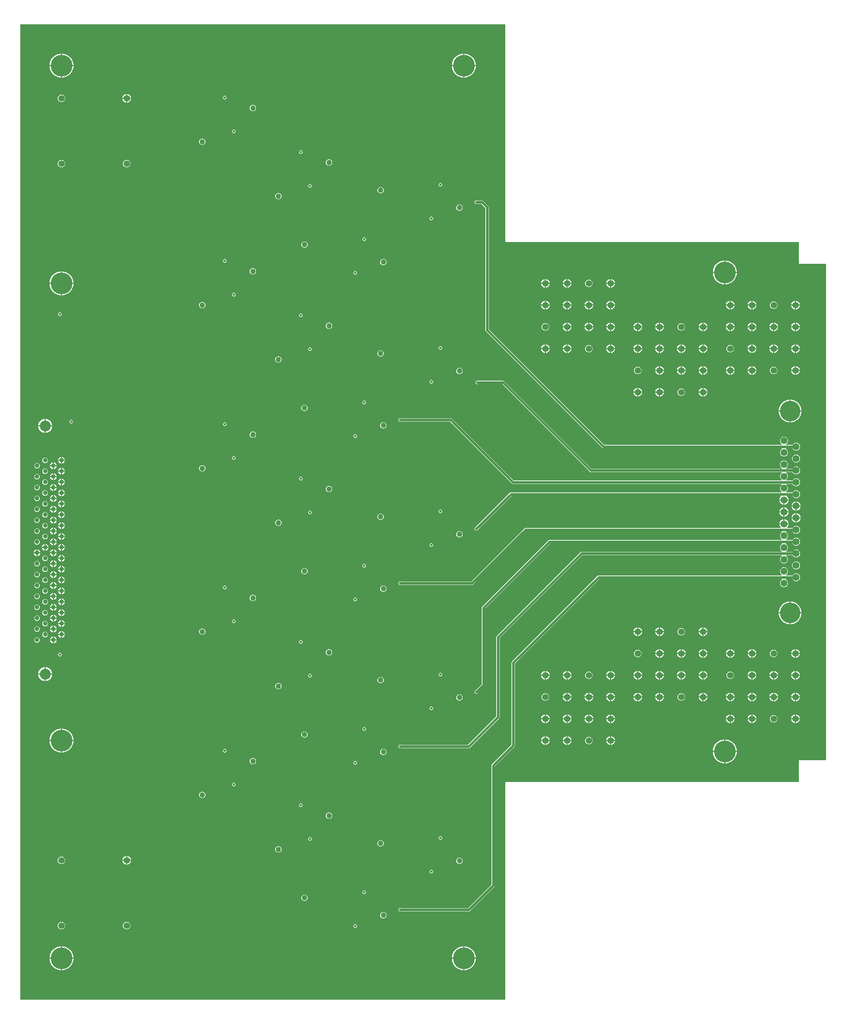
<source format=gbr>
%TF.GenerationSoftware,Altium Limited,Altium Designer,25.0.2 (28)*%
G04 Layer_Physical_Order=4*
G04 Layer_Color=16440176*
%FSLAX45Y45*%
%MOMM*%
%TF.SameCoordinates,97F7605E-EDA1-4B57-83DE-D803DCB7673D*%
%TF.FilePolarity,Positive*%
%TF.FileFunction,Copper,L4,Inr,Signal*%
%TF.Part,Single*%
G01*
G75*
%TA.AperFunction,Conductor*%
%ADD21C,0.55880*%
%TA.AperFunction,ComponentPad*%
%ADD27C,1.06680*%
%ADD28C,2.54000*%
%ADD29C,1.52400*%
%TA.AperFunction,ViaPad*%
%ADD30C,1.52400*%
%TA.AperFunction,ComponentPad*%
%ADD31C,1.65000*%
%ADD32C,4.80000*%
%TA.AperFunction,ViaPad*%
%ADD33C,5.08000*%
%ADD34C,0.60960*%
%ADD35C,1.27000*%
%ADD36C,0.50000*%
G36*
X13919200Y21539200D02*
X20777200D01*
Y21031200D01*
X21412199D01*
Y9448800D01*
X20777200D01*
Y8940800D01*
X13919200D01*
Y3860800D01*
X2590800D01*
Y26619199D01*
X13919200D01*
Y21539200D01*
D02*
G37*
%LPC*%
G36*
X12975989Y25933401D02*
X12966701D01*
Y25666699D01*
X13233400D01*
Y25675989D01*
X13226520Y25719427D01*
X13212930Y25761252D01*
X13192964Y25800436D01*
X13167114Y25836017D01*
X13136017Y25867114D01*
X13100436Y25892963D01*
X13061252Y25912930D01*
X13019426Y25926520D01*
X12975989Y25933401D01*
D02*
G37*
G36*
X12941299D02*
X12932011D01*
X12888574Y25926520D01*
X12846748Y25912930D01*
X12807562Y25892963D01*
X12771983Y25867114D01*
X12740886Y25836017D01*
X12715036Y25800436D01*
X12695070Y25761252D01*
X12681480Y25719427D01*
X12674600Y25675989D01*
Y25666699D01*
X12941299D01*
Y25933401D01*
D02*
G37*
G36*
X3577989D02*
X3568700D01*
Y25666699D01*
X3835400D01*
Y25675989D01*
X3828520Y25719427D01*
X3814930Y25761252D01*
X3794964Y25800436D01*
X3769114Y25836017D01*
X3738017Y25867114D01*
X3702437Y25892963D01*
X3663252Y25912930D01*
X3621426Y25926520D01*
X3577989Y25933401D01*
D02*
G37*
G36*
X3543300D02*
X3534011D01*
X3490574Y25926520D01*
X3448748Y25912930D01*
X3409563Y25892963D01*
X3373983Y25867114D01*
X3342886Y25836017D01*
X3317036Y25800436D01*
X3297070Y25761252D01*
X3283480Y25719427D01*
X3276600Y25675989D01*
Y25666699D01*
X3543300D01*
Y25933401D01*
D02*
G37*
G36*
X13233400Y25641299D02*
X12966701D01*
Y25374600D01*
X12975989D01*
X13019426Y25381480D01*
X13061252Y25395070D01*
X13100436Y25415036D01*
X13136017Y25440886D01*
X13167114Y25471983D01*
X13192964Y25507562D01*
X13212930Y25546748D01*
X13226520Y25588574D01*
X13233400Y25632010D01*
Y25641299D01*
D02*
G37*
G36*
X12941299D02*
X12674600D01*
Y25632010D01*
X12681480Y25588574D01*
X12695070Y25546748D01*
X12715036Y25507562D01*
X12740886Y25471983D01*
X12771983Y25440886D01*
X12807562Y25415036D01*
X12846748Y25395070D01*
X12888574Y25381480D01*
X12932011Y25374600D01*
X12941299D01*
Y25641299D01*
D02*
G37*
G36*
X3835400D02*
X3568700D01*
Y25374600D01*
X3577989D01*
X3621426Y25381480D01*
X3663252Y25395070D01*
X3702437Y25415036D01*
X3738017Y25440886D01*
X3769114Y25471983D01*
X3794964Y25507562D01*
X3814930Y25546748D01*
X3828520Y25588574D01*
X3835400Y25632010D01*
Y25641299D01*
D02*
G37*
G36*
X3543300D02*
X3276600D01*
Y25632010D01*
X3283480Y25588574D01*
X3297070Y25546748D01*
X3317036Y25507562D01*
X3342886Y25471983D01*
X3373983Y25440886D01*
X3409563Y25415036D01*
X3448748Y25395070D01*
X3490574Y25381480D01*
X3534011Y25374600D01*
X3543300D01*
Y25641299D01*
D02*
G37*
G36*
X5093376Y24993600D02*
X5092700D01*
Y24904700D01*
X5181600D01*
Y24905376D01*
X5174676Y24931216D01*
X5161300Y24954384D01*
X5142384Y24973300D01*
X5119216Y24986676D01*
X5093376Y24993600D01*
D02*
G37*
G36*
X5067300D02*
X5066624D01*
X5040784Y24986676D01*
X5017616Y24973300D01*
X4998700Y24954384D01*
X4985324Y24931216D01*
X4978400Y24905376D01*
Y24904700D01*
X5067300D01*
Y24993600D01*
D02*
G37*
G36*
X7377684Y24945340D02*
X7361516D01*
X7346579Y24939153D01*
X7335147Y24927721D01*
X7328960Y24912784D01*
Y24896616D01*
X7335147Y24881679D01*
X7346579Y24870247D01*
X7361516Y24864059D01*
X7377684D01*
X7392621Y24870247D01*
X7404053Y24881679D01*
X7410240Y24896616D01*
Y24912784D01*
X7404053Y24927721D01*
X7392621Y24939153D01*
X7377684Y24945340D01*
D02*
G37*
G36*
X3567370Y24978360D02*
X3544630D01*
X3522666Y24972475D01*
X3502974Y24961105D01*
X3486895Y24945026D01*
X3475525Y24925334D01*
X3469640Y24903371D01*
Y24880630D01*
X3475525Y24858665D01*
X3486895Y24838974D01*
X3502974Y24822894D01*
X3522666Y24811525D01*
X3544630Y24805640D01*
X3567370D01*
X3589334Y24811525D01*
X3609026Y24822894D01*
X3625105Y24838974D01*
X3636475Y24858665D01*
X3642360Y24880630D01*
Y24903371D01*
X3636475Y24925334D01*
X3625105Y24945026D01*
X3609026Y24961105D01*
X3589334Y24972475D01*
X3567370Y24978360D01*
D02*
G37*
G36*
X5181600Y24879300D02*
X5092700D01*
Y24790401D01*
X5093376D01*
X5119216Y24797324D01*
X5142384Y24810699D01*
X5161300Y24829616D01*
X5174676Y24852785D01*
X5181600Y24878624D01*
Y24879300D01*
D02*
G37*
G36*
X5067300D02*
X4978400D01*
Y24878624D01*
X4985324Y24852785D01*
X4998700Y24829616D01*
X5017616Y24810699D01*
X5040784Y24797324D01*
X5066624Y24790401D01*
X5067300D01*
Y24879300D01*
D02*
G37*
G36*
X8036097Y24737061D02*
X8016703D01*
X7997968Y24732040D01*
X7981172Y24722342D01*
X7967458Y24708627D01*
X7957760Y24691832D01*
X7952740Y24673097D01*
Y24653703D01*
X7957760Y24634969D01*
X7967458Y24618172D01*
X7981172Y24604459D01*
X7997968Y24594760D01*
X8016703Y24589740D01*
X8036097D01*
X8054832Y24594760D01*
X8071628Y24604459D01*
X8085342Y24618172D01*
X8095040Y24634969D01*
X8100060Y24653703D01*
Y24673097D01*
X8095040Y24691832D01*
X8085342Y24708627D01*
X8071628Y24722342D01*
X8054832Y24732040D01*
X8036097Y24737061D01*
D02*
G37*
G36*
X7587874Y24158450D02*
X7571706D01*
X7556769Y24152263D01*
X7545337Y24140831D01*
X7539150Y24125894D01*
Y24109726D01*
X7545337Y24094789D01*
X7556769Y24083357D01*
X7571706Y24077170D01*
X7587874D01*
X7602811Y24083357D01*
X7614243Y24094789D01*
X7620430Y24109726D01*
Y24125894D01*
X7614243Y24140831D01*
X7602811Y24152263D01*
X7587874Y24158450D01*
D02*
G37*
G36*
X6854997Y23949660D02*
X6835603D01*
X6816868Y23944640D01*
X6800072Y23934943D01*
X6786358Y23921228D01*
X6776660Y23904433D01*
X6771640Y23885696D01*
Y23866302D01*
X6776660Y23847568D01*
X6786358Y23830772D01*
X6800072Y23817058D01*
X6816868Y23807359D01*
X6835603Y23802341D01*
X6854997D01*
X6873732Y23807359D01*
X6890528Y23817058D01*
X6904242Y23830772D01*
X6913940Y23847568D01*
X6918960Y23866302D01*
Y23885696D01*
X6913940Y23904433D01*
X6904242Y23921228D01*
X6890528Y23934943D01*
X6873732Y23944640D01*
X6854997Y23949660D01*
D02*
G37*
G36*
X9155684Y23675340D02*
X9139516D01*
X9124579Y23669153D01*
X9113147Y23657721D01*
X9106960Y23642784D01*
Y23626616D01*
X9113147Y23611679D01*
X9124579Y23600247D01*
X9139516Y23594060D01*
X9155684D01*
X9170621Y23600247D01*
X9182053Y23611679D01*
X9188240Y23626616D01*
Y23642784D01*
X9182053Y23657721D01*
X9170621Y23669153D01*
X9155684Y23675340D01*
D02*
G37*
G36*
X9814097Y23467059D02*
X9794703D01*
X9775968Y23462041D01*
X9759172Y23452342D01*
X9745458Y23438628D01*
X9735760Y23421832D01*
X9730740Y23403098D01*
Y23383704D01*
X9735760Y23364967D01*
X9745458Y23348172D01*
X9759172Y23334457D01*
X9775968Y23324760D01*
X9794703Y23319740D01*
X9814097D01*
X9832832Y23324760D01*
X9849628Y23334457D01*
X9863342Y23348172D01*
X9873040Y23364967D01*
X9878060Y23383704D01*
Y23403098D01*
X9873040Y23421832D01*
X9863342Y23438628D01*
X9849628Y23452342D01*
X9832832Y23462041D01*
X9814097Y23467059D01*
D02*
G37*
G36*
X5091370Y23454359D02*
X5068630D01*
X5046666Y23448476D01*
X5026974Y23437105D01*
X5010895Y23421027D01*
X4999525Y23401334D01*
X4993640Y23379370D01*
Y23356630D01*
X4999525Y23334666D01*
X5010895Y23314973D01*
X5026974Y23298895D01*
X5046666Y23287524D01*
X5068630Y23281641D01*
X5091370D01*
X5113334Y23287524D01*
X5133026Y23298895D01*
X5149105Y23314973D01*
X5160475Y23334666D01*
X5166360Y23356630D01*
Y23379370D01*
X5160475Y23401334D01*
X5149105Y23421027D01*
X5133026Y23437105D01*
X5113334Y23448476D01*
X5091370Y23454359D01*
D02*
G37*
G36*
X3567370D02*
X3544630D01*
X3522666Y23448476D01*
X3502974Y23437105D01*
X3486895Y23421027D01*
X3475525Y23401334D01*
X3469640Y23379370D01*
Y23356630D01*
X3475525Y23334666D01*
X3486895Y23314973D01*
X3502974Y23298895D01*
X3522666Y23287524D01*
X3544630Y23281641D01*
X3567370D01*
X3589334Y23287524D01*
X3609026Y23298895D01*
X3625105Y23314973D01*
X3636475Y23334666D01*
X3642360Y23356630D01*
Y23379370D01*
X3636475Y23401334D01*
X3625105Y23421027D01*
X3609026Y23437105D01*
X3589334Y23448476D01*
X3567370Y23454359D01*
D02*
G37*
G36*
X12414384Y22913341D02*
X12398216D01*
X12383279Y22907153D01*
X12371847Y22895721D01*
X12365660Y22880785D01*
Y22864616D01*
X12371847Y22849680D01*
X12383279Y22838248D01*
X12398216Y22832060D01*
X12414384D01*
X12429321Y22838248D01*
X12440753Y22849680D01*
X12446940Y22864616D01*
Y22880785D01*
X12440753Y22895721D01*
X12429321Y22907153D01*
X12414384Y22913341D01*
D02*
G37*
G36*
X9365874Y22888451D02*
X9349706D01*
X9334769Y22882263D01*
X9323337Y22870831D01*
X9317150Y22855894D01*
Y22839726D01*
X9323337Y22824789D01*
X9334769Y22813358D01*
X9349706Y22807170D01*
X9365874D01*
X9380811Y22813358D01*
X9392243Y22824789D01*
X9398430Y22839726D01*
Y22855894D01*
X9392243Y22870831D01*
X9380811Y22882263D01*
X9365874Y22888451D01*
D02*
G37*
G36*
X11020597Y22819360D02*
X11001203D01*
X10982468Y22814340D01*
X10965672Y22804642D01*
X10951958Y22790929D01*
X10942260Y22774132D01*
X10937240Y22755397D01*
Y22736003D01*
X10942260Y22717268D01*
X10951958Y22700471D01*
X10965672Y22686758D01*
X10982468Y22677060D01*
X11001203Y22672040D01*
X11020597D01*
X11039332Y22677060D01*
X11056128Y22686758D01*
X11069842Y22700471D01*
X11079540Y22717268D01*
X11084560Y22736003D01*
Y22755397D01*
X11079540Y22774132D01*
X11069842Y22790929D01*
X11056128Y22804642D01*
X11039332Y22814340D01*
X11020597Y22819360D01*
D02*
G37*
G36*
X8632997Y22679660D02*
X8613603D01*
X8594868Y22674640D01*
X8578072Y22664941D01*
X8564358Y22651228D01*
X8554660Y22634431D01*
X8549640Y22615697D01*
Y22596303D01*
X8554660Y22577568D01*
X8564358Y22560773D01*
X8578072Y22547058D01*
X8594868Y22537360D01*
X8613603Y22532339D01*
X8632997D01*
X8651732Y22537360D01*
X8668528Y22547058D01*
X8682242Y22560773D01*
X8691940Y22577568D01*
X8696960Y22596303D01*
Y22615697D01*
X8691940Y22634431D01*
X8682242Y22651228D01*
X8668528Y22664941D01*
X8651732Y22674640D01*
X8632997Y22679660D01*
D02*
G37*
G36*
X12862097Y22412959D02*
X12842703D01*
X12823969Y22407941D01*
X12807172Y22398242D01*
X12793458Y22384528D01*
X12783760Y22367732D01*
X12778740Y22348997D01*
Y22329604D01*
X12783760Y22310867D01*
X12793458Y22294072D01*
X12807172Y22280357D01*
X12823969Y22270660D01*
X12842703Y22265640D01*
X12862097D01*
X12880832Y22270660D01*
X12897627Y22280357D01*
X12911342Y22294072D01*
X12921040Y22310867D01*
X12926060Y22329604D01*
Y22348997D01*
X12921040Y22367732D01*
X12911342Y22384528D01*
X12897627Y22398242D01*
X12880832Y22407941D01*
X12862097Y22412959D01*
D02*
G37*
G36*
X12203684Y22125940D02*
X12187516D01*
X12172579Y22119753D01*
X12161147Y22108321D01*
X12154960Y22093384D01*
Y22077216D01*
X12161147Y22062279D01*
X12172579Y22050847D01*
X12187516Y22044659D01*
X12203684D01*
X12218621Y22050847D01*
X12230053Y22062279D01*
X12236240Y22077216D01*
Y22093384D01*
X12230053Y22108321D01*
X12218621Y22119753D01*
X12203684Y22125940D01*
D02*
G37*
G36*
X10636384Y21643340D02*
X10620216D01*
X10605279Y21637154D01*
X10593847Y21625722D01*
X10587660Y21610783D01*
Y21594617D01*
X10593847Y21579678D01*
X10605279Y21568246D01*
X10620216Y21562061D01*
X10636384D01*
X10651321Y21568246D01*
X10662753Y21579678D01*
X10668940Y21594617D01*
Y21610783D01*
X10662753Y21625722D01*
X10651321Y21637154D01*
X10636384Y21643340D01*
D02*
G37*
G36*
X9242597Y21549361D02*
X9223203D01*
X9204468Y21544341D01*
X9187672Y21534642D01*
X9173958Y21520927D01*
X9164260Y21504132D01*
X9159240Y21485397D01*
Y21466003D01*
X9164260Y21447269D01*
X9173958Y21430472D01*
X9187672Y21416759D01*
X9204468Y21407060D01*
X9223203Y21402040D01*
X9242597D01*
X9261332Y21407060D01*
X9278128Y21416759D01*
X9291842Y21430472D01*
X9301540Y21447269D01*
X9306560Y21466003D01*
Y21485397D01*
X9301540Y21504132D01*
X9291842Y21520927D01*
X9278128Y21534642D01*
X9261332Y21544341D01*
X9242597Y21549361D01*
D02*
G37*
G36*
X7377174Y21135851D02*
X7361006D01*
X7346069Y21129663D01*
X7334637Y21118231D01*
X7328450Y21103294D01*
Y21087126D01*
X7334637Y21072189D01*
X7346069Y21060757D01*
X7361006Y21054570D01*
X7377174D01*
X7392111Y21060757D01*
X7403543Y21072189D01*
X7409730Y21087126D01*
Y21103294D01*
X7403543Y21118231D01*
X7392111Y21129663D01*
X7377174Y21135851D01*
D02*
G37*
G36*
X11084097Y21142960D02*
X11064703D01*
X11045968Y21137939D01*
X11029172Y21128242D01*
X11015458Y21114528D01*
X11005760Y21097733D01*
X11000740Y21078996D01*
Y21059602D01*
X11005760Y21040868D01*
X11015458Y21024072D01*
X11029172Y21010358D01*
X11045968Y21000661D01*
X11064703Y20995641D01*
X11084097D01*
X11102832Y21000661D01*
X11119628Y21010358D01*
X11133342Y21024072D01*
X11143040Y21040868D01*
X11148060Y21059602D01*
Y21078996D01*
X11143040Y21097733D01*
X11133342Y21114528D01*
X11119628Y21128242D01*
X11102832Y21137939D01*
X11084097Y21142960D01*
D02*
G37*
G36*
X19071989Y21107401D02*
X19062700D01*
Y20840700D01*
X19329401D01*
Y20849989D01*
X19322520Y20893427D01*
X19308929Y20935252D01*
X19288963Y20974437D01*
X19263113Y21010017D01*
X19232018Y21041113D01*
X19196437Y21066965D01*
X19157253Y21086929D01*
X19115427Y21100520D01*
X19071989Y21107401D01*
D02*
G37*
G36*
X19037300D02*
X19028011D01*
X18984573Y21100520D01*
X18942747Y21086929D01*
X18903563Y21066965D01*
X18867982Y21041113D01*
X18836887Y21010017D01*
X18811037Y20974437D01*
X18791071Y20935252D01*
X18777480Y20893427D01*
X18770599Y20849989D01*
Y20840700D01*
X19037300D01*
Y21107401D01*
D02*
G37*
G36*
X8036097Y20927060D02*
X8016703D01*
X7997968Y20922040D01*
X7981172Y20912341D01*
X7967458Y20898628D01*
X7957760Y20881831D01*
X7952740Y20863097D01*
Y20843703D01*
X7957760Y20824968D01*
X7967458Y20808173D01*
X7981172Y20794458D01*
X7997968Y20784760D01*
X8016703Y20779739D01*
X8036097D01*
X8054832Y20784760D01*
X8071628Y20794458D01*
X8085342Y20808173D01*
X8095040Y20824968D01*
X8100060Y20843703D01*
Y20863097D01*
X8095040Y20881831D01*
X8085342Y20898628D01*
X8071628Y20912341D01*
X8054832Y20922040D01*
X8036097Y20927060D01*
D02*
G37*
G36*
X10425684Y20855940D02*
X10409516D01*
X10394579Y20849753D01*
X10383147Y20838321D01*
X10376960Y20823384D01*
Y20807216D01*
X10383147Y20792279D01*
X10394579Y20780847D01*
X10409516Y20774660D01*
X10425684D01*
X10440621Y20780847D01*
X10452053Y20792279D01*
X10458240Y20807216D01*
Y20823384D01*
X10452053Y20838321D01*
X10440621Y20849753D01*
X10425684Y20855940D01*
D02*
G37*
G36*
X16396376Y20675600D02*
X16395700D01*
Y20586700D01*
X16484599D01*
Y20587376D01*
X16477676Y20613216D01*
X16464301Y20636385D01*
X16445384Y20655299D01*
X16422215Y20668677D01*
X16396376Y20675600D01*
D02*
G37*
G36*
X15380376D02*
X15379700D01*
Y20586700D01*
X15468600D01*
Y20587376D01*
X15461676Y20613216D01*
X15448300Y20636385D01*
X15429384Y20655299D01*
X15406216Y20668677D01*
X15380376Y20675600D01*
D02*
G37*
G36*
X14872375D02*
X14871700D01*
Y20586700D01*
X14960600D01*
Y20587376D01*
X14953676Y20613216D01*
X14940300Y20636385D01*
X14921384Y20655299D01*
X14898216Y20668677D01*
X14872375Y20675600D01*
D02*
G37*
G36*
X3577989Y20853400D02*
X3568700D01*
Y20586700D01*
X3835400D01*
Y20595988D01*
X3828520Y20639426D01*
X3814930Y20681252D01*
X3794964Y20720438D01*
X3769114Y20756017D01*
X3738017Y20787114D01*
X3702437Y20812964D01*
X3663252Y20832930D01*
X3621426Y20846519D01*
X3577989Y20853400D01*
D02*
G37*
G36*
X3543300D02*
X3534011D01*
X3490574Y20846519D01*
X3448748Y20832930D01*
X3409563Y20812964D01*
X3373983Y20787114D01*
X3342886Y20756017D01*
X3317036Y20720438D01*
X3297070Y20681252D01*
X3283480Y20639426D01*
X3276600Y20595988D01*
Y20586700D01*
X3543300D01*
Y20853400D01*
D02*
G37*
G36*
X14846300Y20675600D02*
X14845624D01*
X14819785Y20668677D01*
X14796616Y20655299D01*
X14777699Y20636385D01*
X14764323Y20613216D01*
X14757401Y20587376D01*
Y20586700D01*
X14846300D01*
Y20675600D01*
D02*
G37*
G36*
X16370300D02*
X16369624D01*
X16343784Y20668677D01*
X16320616Y20655299D01*
X16301700Y20636385D01*
X16288324Y20613216D01*
X16281400Y20587376D01*
Y20586700D01*
X16370300D01*
Y20675600D01*
D02*
G37*
G36*
X15354300D02*
X15353624D01*
X15327785Y20668677D01*
X15304616Y20655299D01*
X15285699Y20636385D01*
X15272324Y20613216D01*
X15265401Y20587376D01*
Y20586700D01*
X15354300D01*
Y20675600D01*
D02*
G37*
G36*
X19329401Y20815300D02*
X19062700D01*
Y20548599D01*
X19071989D01*
X19115427Y20555479D01*
X19157253Y20569070D01*
X19196437Y20589037D01*
X19232018Y20614886D01*
X19263113Y20645982D01*
X19288963Y20681563D01*
X19308929Y20720747D01*
X19322520Y20762573D01*
X19329401Y20806010D01*
Y20815300D01*
D02*
G37*
G36*
X19037300D02*
X18770599D01*
Y20806010D01*
X18777480Y20762573D01*
X18791071Y20720747D01*
X18811037Y20681563D01*
X18836887Y20645982D01*
X18867982Y20614886D01*
X18903563Y20589037D01*
X18942747Y20569070D01*
X18984573Y20555479D01*
X19028011Y20548599D01*
X19037300D01*
Y20815300D01*
D02*
G37*
G36*
X15886369Y20660361D02*
X15863631D01*
X15841666Y20654475D01*
X15821974Y20643105D01*
X15805894Y20627026D01*
X15794525Y20607333D01*
X15788640Y20585370D01*
Y20562630D01*
X15794525Y20540666D01*
X15805894Y20520975D01*
X15821974Y20504895D01*
X15841666Y20493526D01*
X15863631Y20487640D01*
X15886369D01*
X15908334Y20493526D01*
X15928026Y20504895D01*
X15944106Y20520975D01*
X15955475Y20540666D01*
X15961360Y20562630D01*
Y20585370D01*
X15955475Y20607333D01*
X15944106Y20627026D01*
X15928026Y20643105D01*
X15908334Y20654475D01*
X15886369Y20660361D01*
D02*
G37*
G36*
X16484599Y20561301D02*
X16395700D01*
Y20472400D01*
X16396376D01*
X16422215Y20479324D01*
X16445384Y20492700D01*
X16464301Y20511617D01*
X16477676Y20534784D01*
X16484599Y20560625D01*
Y20561301D01*
D02*
G37*
G36*
X16370300D02*
X16281400D01*
Y20560625D01*
X16288324Y20534784D01*
X16301700Y20511617D01*
X16320616Y20492700D01*
X16343784Y20479324D01*
X16369624Y20472400D01*
X16370300D01*
Y20561301D01*
D02*
G37*
G36*
X15468600D02*
X15379700D01*
Y20472400D01*
X15380376D01*
X15406216Y20479324D01*
X15429384Y20492700D01*
X15448300Y20511617D01*
X15461676Y20534784D01*
X15468600Y20560625D01*
Y20561301D01*
D02*
G37*
G36*
X15354300D02*
X15265401D01*
Y20560625D01*
X15272324Y20534784D01*
X15285699Y20511617D01*
X15304616Y20492700D01*
X15327785Y20479324D01*
X15353624Y20472400D01*
X15354300D01*
Y20561301D01*
D02*
G37*
G36*
X14960600D02*
X14871700D01*
Y20472400D01*
X14872375D01*
X14898216Y20479324D01*
X14921384Y20492700D01*
X14940300Y20511617D01*
X14953676Y20534784D01*
X14960600Y20560625D01*
Y20561301D01*
D02*
G37*
G36*
X14846300D02*
X14757401D01*
Y20560625D01*
X14764323Y20534784D01*
X14777699Y20511617D01*
X14796616Y20492700D01*
X14819785Y20479324D01*
X14845624Y20472400D01*
X14846300D01*
Y20561301D01*
D02*
G37*
G36*
X3835400D02*
X3568700D01*
Y20294600D01*
X3577989D01*
X3621426Y20301480D01*
X3663252Y20315070D01*
X3702437Y20335036D01*
X3738017Y20360886D01*
X3769114Y20391983D01*
X3794964Y20427563D01*
X3814930Y20466748D01*
X3828520Y20508574D01*
X3835400Y20552011D01*
Y20561301D01*
D02*
G37*
G36*
X3543300D02*
X3276600D01*
Y20552011D01*
X3283480Y20508574D01*
X3297070Y20466748D01*
X3317036Y20427563D01*
X3342886Y20391983D01*
X3373983Y20360886D01*
X3409563Y20335036D01*
X3448748Y20315070D01*
X3490574Y20301480D01*
X3534011Y20294600D01*
X3543300D01*
Y20561301D01*
D02*
G37*
G36*
X7587874Y20348450D02*
X7571706D01*
X7556769Y20342262D01*
X7545337Y20330830D01*
X7539150Y20315894D01*
Y20299725D01*
X7545337Y20284789D01*
X7556769Y20273357D01*
X7571706Y20267171D01*
X7587874D01*
X7602811Y20273357D01*
X7614243Y20284789D01*
X7620430Y20299725D01*
Y20315894D01*
X7614243Y20330830D01*
X7602811Y20342262D01*
X7587874Y20348450D01*
D02*
G37*
G36*
X20714375Y20167599D02*
X20713699D01*
Y20078700D01*
X20802600D01*
Y20079376D01*
X20795676Y20105215D01*
X20782300Y20128384D01*
X20763383Y20147301D01*
X20740216Y20160677D01*
X20714375Y20167599D01*
D02*
G37*
G36*
X19698376D02*
X19697701D01*
Y20078700D01*
X19786600D01*
Y20079376D01*
X19779675Y20105215D01*
X19766299Y20128384D01*
X19747385Y20147301D01*
X19724216Y20160677D01*
X19698376Y20167599D01*
D02*
G37*
G36*
X19190376D02*
X19189700D01*
Y20078700D01*
X19278600D01*
Y20079376D01*
X19271677Y20105215D01*
X19258299Y20128384D01*
X19239384Y20147301D01*
X19216216Y20160677D01*
X19190376Y20167599D01*
D02*
G37*
G36*
X16396376D02*
X16395700D01*
Y20078700D01*
X16484599D01*
Y20079376D01*
X16477676Y20105215D01*
X16464301Y20128384D01*
X16445384Y20147301D01*
X16422215Y20160677D01*
X16396376Y20167599D01*
D02*
G37*
G36*
X15888376D02*
X15887700D01*
Y20078700D01*
X15976601D01*
Y20079376D01*
X15969676Y20105215D01*
X15956300Y20128384D01*
X15937384Y20147301D01*
X15914217Y20160677D01*
X15888376Y20167599D01*
D02*
G37*
G36*
X15380376D02*
X15379700D01*
Y20078700D01*
X15468600D01*
Y20079376D01*
X15461676Y20105215D01*
X15448300Y20128384D01*
X15429384Y20147301D01*
X15406216Y20160677D01*
X15380376Y20167599D01*
D02*
G37*
G36*
X14872375D02*
X14871700D01*
Y20078700D01*
X14960600D01*
Y20079376D01*
X14953676Y20105215D01*
X14940300Y20128384D01*
X14921384Y20147301D01*
X14898216Y20160677D01*
X14872375Y20167599D01*
D02*
G37*
G36*
X15862300D02*
X15861624D01*
X15835783Y20160677D01*
X15812616Y20147301D01*
X15793700Y20128384D01*
X15780324Y20105215D01*
X15773399Y20079376D01*
Y20078700D01*
X15862300D01*
Y20167599D01*
D02*
G37*
G36*
X14846300D02*
X14845624D01*
X14819785Y20160677D01*
X14796616Y20147301D01*
X14777699Y20128384D01*
X14764323Y20105215D01*
X14757401Y20079376D01*
Y20078700D01*
X14846300D01*
Y20167599D01*
D02*
G37*
G36*
X20688300D02*
X20687624D01*
X20661784Y20160677D01*
X20638615Y20147301D01*
X20619701Y20128384D01*
X20606323Y20105215D01*
X20599400Y20079376D01*
Y20078700D01*
X20688300D01*
Y20167599D01*
D02*
G37*
G36*
X19672301D02*
X19671625D01*
X19645784Y20160677D01*
X19622617Y20147301D01*
X19603700Y20128384D01*
X19590324Y20105215D01*
X19583400Y20079376D01*
Y20078700D01*
X19672301D01*
Y20167599D01*
D02*
G37*
G36*
X19164301D02*
X19163625D01*
X19137784Y20160677D01*
X19114616Y20147301D01*
X19095700Y20128384D01*
X19082324Y20105215D01*
X19075400Y20079376D01*
Y20078700D01*
X19164301D01*
Y20167599D01*
D02*
G37*
G36*
X16370300D02*
X16369624D01*
X16343784Y20160677D01*
X16320616Y20147301D01*
X16301700Y20128384D01*
X16288324Y20105215D01*
X16281400Y20079376D01*
Y20078700D01*
X16370300D01*
Y20167599D01*
D02*
G37*
G36*
X15354300D02*
X15353624D01*
X15327785Y20160677D01*
X15304616Y20147301D01*
X15285699Y20128384D01*
X15272324Y20105215D01*
X15265401Y20079376D01*
Y20078700D01*
X15354300D01*
Y20167599D01*
D02*
G37*
G36*
X6854997Y20139661D02*
X6835603D01*
X6816868Y20134641D01*
X6800072Y20124942D01*
X6786358Y20111227D01*
X6776660Y20094432D01*
X6771640Y20075697D01*
Y20056303D01*
X6776660Y20037569D01*
X6786358Y20020772D01*
X6800072Y20007059D01*
X6816868Y19997360D01*
X6835603Y19992340D01*
X6854997D01*
X6873732Y19997360D01*
X6890528Y20007059D01*
X6904242Y20020772D01*
X6913940Y20037569D01*
X6918960Y20056303D01*
Y20075697D01*
X6913940Y20094432D01*
X6904242Y20111227D01*
X6890528Y20124942D01*
X6873732Y20134641D01*
X6854997Y20139661D01*
D02*
G37*
G36*
X20204370Y20152361D02*
X20181630D01*
X20159666Y20146475D01*
X20139973Y20135104D01*
X20123895Y20119026D01*
X20112524Y20099335D01*
X20106641Y20077370D01*
Y20054630D01*
X20112524Y20032666D01*
X20123895Y20012975D01*
X20139973Y19996895D01*
X20159666Y19985526D01*
X20181630Y19979640D01*
X20204370D01*
X20226334Y19985526D01*
X20246027Y19996895D01*
X20262105Y20012975D01*
X20273476Y20032666D01*
X20279359Y20054630D01*
Y20077370D01*
X20273476Y20099335D01*
X20262105Y20119026D01*
X20246027Y20135104D01*
X20226334Y20146475D01*
X20204370Y20152361D01*
D02*
G37*
G36*
X20802600Y20053300D02*
X20713699D01*
Y19964400D01*
X20714375D01*
X20740216Y19971324D01*
X20763383Y19984700D01*
X20782300Y20003616D01*
X20795676Y20026784D01*
X20802600Y20052625D01*
Y20053300D01*
D02*
G37*
G36*
X20688300D02*
X20599400D01*
Y20052625D01*
X20606323Y20026784D01*
X20619701Y20003616D01*
X20638615Y19984700D01*
X20661784Y19971324D01*
X20687624Y19964400D01*
X20688300D01*
Y20053300D01*
D02*
G37*
G36*
X19786600D02*
X19697701D01*
Y19964400D01*
X19698376D01*
X19724216Y19971324D01*
X19747385Y19984700D01*
X19766299Y20003616D01*
X19779675Y20026784D01*
X19786600Y20052625D01*
Y20053300D01*
D02*
G37*
G36*
X19672301D02*
X19583400D01*
Y20052625D01*
X19590324Y20026784D01*
X19603700Y20003616D01*
X19622617Y19984700D01*
X19645784Y19971324D01*
X19671625Y19964400D01*
X19672301D01*
Y20053300D01*
D02*
G37*
G36*
X19278600D02*
X19189700D01*
Y19964400D01*
X19190376D01*
X19216216Y19971324D01*
X19239384Y19984700D01*
X19258299Y20003616D01*
X19271677Y20026784D01*
X19278600Y20052625D01*
Y20053300D01*
D02*
G37*
G36*
X19164301D02*
X19075400D01*
Y20052625D01*
X19082324Y20026784D01*
X19095700Y20003616D01*
X19114616Y19984700D01*
X19137784Y19971324D01*
X19163625Y19964400D01*
X19164301D01*
Y20053300D01*
D02*
G37*
G36*
X16484599D02*
X16395700D01*
Y19964400D01*
X16396376D01*
X16422215Y19971324D01*
X16445384Y19984700D01*
X16464301Y20003616D01*
X16477676Y20026784D01*
X16484599Y20052625D01*
Y20053300D01*
D02*
G37*
G36*
X16370300D02*
X16281400D01*
Y20052625D01*
X16288324Y20026784D01*
X16301700Y20003616D01*
X16320616Y19984700D01*
X16343784Y19971324D01*
X16369624Y19964400D01*
X16370300D01*
Y20053300D01*
D02*
G37*
G36*
X15976601D02*
X15887700D01*
Y19964400D01*
X15888376D01*
X15914217Y19971324D01*
X15937384Y19984700D01*
X15956300Y20003616D01*
X15969676Y20026784D01*
X15976601Y20052625D01*
Y20053300D01*
D02*
G37*
G36*
X15862300D02*
X15773399D01*
Y20052625D01*
X15780324Y20026784D01*
X15793700Y20003616D01*
X15812616Y19984700D01*
X15835783Y19971324D01*
X15861624Y19964400D01*
X15862300D01*
Y20053300D01*
D02*
G37*
G36*
X15468600D02*
X15379700D01*
Y19964400D01*
X15380376D01*
X15406216Y19971324D01*
X15429384Y19984700D01*
X15448300Y20003616D01*
X15461676Y20026784D01*
X15468600Y20052625D01*
Y20053300D01*
D02*
G37*
G36*
X15354300D02*
X15265401D01*
Y20052625D01*
X15272324Y20026784D01*
X15285699Y20003616D01*
X15304616Y19984700D01*
X15327785Y19971324D01*
X15353624Y19964400D01*
X15354300D01*
Y20053300D01*
D02*
G37*
G36*
X14960600D02*
X14871700D01*
Y19964400D01*
X14872375D01*
X14898216Y19971324D01*
X14921384Y19984700D01*
X14940300Y20003616D01*
X14953676Y20026784D01*
X14960600Y20052625D01*
Y20053300D01*
D02*
G37*
G36*
X14846300D02*
X14757401D01*
Y20052625D01*
X14764323Y20026784D01*
X14777699Y20003616D01*
X14796616Y19984700D01*
X14819785Y19971324D01*
X14845624Y19964400D01*
X14846300D01*
Y20053300D01*
D02*
G37*
G36*
X3525984Y19890739D02*
X3509816D01*
X3494879Y19884554D01*
X3483447Y19873122D01*
X3477260Y19858183D01*
Y19842017D01*
X3483447Y19827078D01*
X3494879Y19815646D01*
X3509816Y19809460D01*
X3525984D01*
X3540921Y19815646D01*
X3552353Y19827078D01*
X3558540Y19842017D01*
Y19858183D01*
X3552353Y19873122D01*
X3540921Y19884554D01*
X3525984Y19890739D01*
D02*
G37*
G36*
X9155174Y19865849D02*
X9139006D01*
X9124069Y19859663D01*
X9112637Y19848232D01*
X9106450Y19833295D01*
Y19817126D01*
X9112637Y19802190D01*
X9124069Y19790758D01*
X9139006Y19784570D01*
X9155174D01*
X9170111Y19790758D01*
X9181543Y19802190D01*
X9187730Y19817126D01*
Y19833295D01*
X9181543Y19848232D01*
X9170111Y19859663D01*
X9155174Y19865849D01*
D02*
G37*
G36*
X20714375Y19659599D02*
X20713699D01*
Y19570700D01*
X20802600D01*
Y19571376D01*
X20795676Y19597215D01*
X20782300Y19620384D01*
X20763383Y19639301D01*
X20740216Y19652676D01*
X20714375Y19659599D01*
D02*
G37*
G36*
X20206377D02*
X20205701D01*
Y19570700D01*
X20294600D01*
Y19571376D01*
X20287675Y19597215D01*
X20274300Y19620384D01*
X20255383Y19639301D01*
X20232216Y19652676D01*
X20206377Y19659599D01*
D02*
G37*
G36*
X19698376D02*
X19697701D01*
Y19570700D01*
X19786600D01*
Y19571376D01*
X19779675Y19597215D01*
X19766299Y19620384D01*
X19747385Y19639301D01*
X19724216Y19652676D01*
X19698376Y19659599D01*
D02*
G37*
G36*
X19190376D02*
X19189700D01*
Y19570700D01*
X19278600D01*
Y19571376D01*
X19271677Y19597215D01*
X19258299Y19620384D01*
X19239384Y19639301D01*
X19216216Y19652676D01*
X19190376Y19659599D01*
D02*
G37*
G36*
X18555376D02*
X18554700D01*
Y19570700D01*
X18643600D01*
Y19571376D01*
X18636676Y19597215D01*
X18623300Y19620384D01*
X18604384Y19639301D01*
X18581216Y19652676D01*
X18555376Y19659599D01*
D02*
G37*
G36*
X17539375D02*
X17538699D01*
Y19570700D01*
X17627600D01*
Y19571376D01*
X17620676Y19597215D01*
X17607300Y19620384D01*
X17588383Y19639301D01*
X17565216Y19652676D01*
X17539375Y19659599D01*
D02*
G37*
G36*
X17031377D02*
X17030701D01*
Y19570700D01*
X17119600D01*
Y19571376D01*
X17112675Y19597215D01*
X17099300Y19620384D01*
X17080383Y19639301D01*
X17057216Y19652676D01*
X17031377Y19659599D01*
D02*
G37*
G36*
X16396376D02*
X16395700D01*
Y19570700D01*
X16484599D01*
Y19571376D01*
X16477676Y19597215D01*
X16464301Y19620384D01*
X16445384Y19639301D01*
X16422215Y19652676D01*
X16396376Y19659599D01*
D02*
G37*
G36*
X15888376D02*
X15887700D01*
Y19570700D01*
X15976601D01*
Y19571376D01*
X15969676Y19597215D01*
X15956300Y19620384D01*
X15937384Y19639301D01*
X15914217Y19652676D01*
X15888376Y19659599D01*
D02*
G37*
G36*
X15380376D02*
X15379700D01*
Y19570700D01*
X15468600D01*
Y19571376D01*
X15461676Y19597215D01*
X15448300Y19620384D01*
X15429384Y19639301D01*
X15406216Y19652676D01*
X15380376Y19659599D01*
D02*
G37*
G36*
X20688300D02*
X20687624D01*
X20661784Y19652676D01*
X20638615Y19639301D01*
X20619701Y19620384D01*
X20606323Y19597215D01*
X20599400Y19571376D01*
Y19570700D01*
X20688300D01*
Y19659599D01*
D02*
G37*
G36*
X20180299D02*
X20179623D01*
X20153784Y19652676D01*
X20130617Y19639301D01*
X20111700Y19620384D01*
X20098325Y19597215D01*
X20091400Y19571376D01*
Y19570700D01*
X20180299D01*
Y19659599D01*
D02*
G37*
G36*
X19672301D02*
X19671625D01*
X19645784Y19652676D01*
X19622617Y19639301D01*
X19603700Y19620384D01*
X19590324Y19597215D01*
X19583400Y19571376D01*
Y19570700D01*
X19672301D01*
Y19659599D01*
D02*
G37*
G36*
X19164301D02*
X19163625D01*
X19137784Y19652676D01*
X19114616Y19639301D01*
X19095700Y19620384D01*
X19082324Y19597215D01*
X19075400Y19571376D01*
Y19570700D01*
X19164301D01*
Y19659599D01*
D02*
G37*
G36*
X18529300D02*
X18528624D01*
X18502785Y19652676D01*
X18479616Y19639301D01*
X18460699Y19620384D01*
X18447324Y19597215D01*
X18440401Y19571376D01*
Y19570700D01*
X18529300D01*
Y19659599D01*
D02*
G37*
G36*
X17513300D02*
X17512624D01*
X17486784Y19652676D01*
X17463615Y19639301D01*
X17444701Y19620384D01*
X17431323Y19597215D01*
X17424400Y19571376D01*
Y19570700D01*
X17513300D01*
Y19659599D01*
D02*
G37*
G36*
X15862300D02*
X15861624D01*
X15835783Y19652676D01*
X15812616Y19639301D01*
X15793700Y19620384D01*
X15780324Y19597215D01*
X15773399Y19571376D01*
Y19570700D01*
X15862300D01*
Y19659599D01*
D02*
G37*
G36*
X17005299D02*
X17004623D01*
X16978784Y19652676D01*
X16955617Y19639301D01*
X16936700Y19620384D01*
X16923325Y19597215D01*
X16916400Y19571376D01*
Y19570700D01*
X17005299D01*
Y19659599D01*
D02*
G37*
G36*
X16370300D02*
X16369624D01*
X16343784Y19652676D01*
X16320616Y19639301D01*
X16301700Y19620384D01*
X16288324Y19597215D01*
X16281400Y19571376D01*
Y19570700D01*
X16370300D01*
Y19659599D01*
D02*
G37*
G36*
X15354300D02*
X15353624D01*
X15327785Y19652676D01*
X15304616Y19639301D01*
X15285699Y19620384D01*
X15272324Y19597215D01*
X15265401Y19571376D01*
Y19570700D01*
X15354300D01*
Y19659599D01*
D02*
G37*
G36*
X9814097Y19657060D02*
X9794703D01*
X9775968Y19652040D01*
X9759172Y19642342D01*
X9745458Y19628629D01*
X9735760Y19611832D01*
X9730740Y19593097D01*
Y19573703D01*
X9735760Y19554968D01*
X9745458Y19538171D01*
X9759172Y19524458D01*
X9775968Y19514760D01*
X9794703Y19509740D01*
X9814097D01*
X9832832Y19514760D01*
X9849628Y19524458D01*
X9863342Y19538171D01*
X9873040Y19554968D01*
X9878060Y19573703D01*
Y19593097D01*
X9873040Y19611832D01*
X9863342Y19628629D01*
X9849628Y19642342D01*
X9832832Y19652040D01*
X9814097Y19657060D01*
D02*
G37*
G36*
X18045370Y19644360D02*
X18022630D01*
X18000665Y19638475D01*
X17980974Y19627106D01*
X17964896Y19611026D01*
X17953525Y19591335D01*
X17947639Y19569370D01*
Y19546629D01*
X17953525Y19524666D01*
X17964896Y19504974D01*
X17980974Y19488895D01*
X18000665Y19477525D01*
X18022630Y19471640D01*
X18045370D01*
X18067334Y19477525D01*
X18087025Y19488895D01*
X18103105Y19504974D01*
X18114474Y19524666D01*
X18120360Y19546629D01*
Y19569370D01*
X18114474Y19591335D01*
X18103105Y19611026D01*
X18087025Y19627106D01*
X18067334Y19638475D01*
X18045370Y19644360D01*
D02*
G37*
G36*
X14870370D02*
X14847630D01*
X14825665Y19638475D01*
X14805974Y19627106D01*
X14789896Y19611026D01*
X14778525Y19591335D01*
X14772639Y19569370D01*
Y19546629D01*
X14778525Y19524666D01*
X14789896Y19504974D01*
X14805974Y19488895D01*
X14825665Y19477525D01*
X14847630Y19471640D01*
X14870370D01*
X14892334Y19477525D01*
X14912025Y19488895D01*
X14928105Y19504974D01*
X14939474Y19524666D01*
X14945360Y19546629D01*
Y19569370D01*
X14939474Y19591335D01*
X14928105Y19611026D01*
X14912025Y19627106D01*
X14892334Y19638475D01*
X14870370Y19644360D01*
D02*
G37*
G36*
X20802600Y19545300D02*
X20713699D01*
Y19456400D01*
X20714375D01*
X20740216Y19463324D01*
X20763383Y19476700D01*
X20782300Y19495616D01*
X20795676Y19518784D01*
X20802600Y19544624D01*
Y19545300D01*
D02*
G37*
G36*
X20688300D02*
X20599400D01*
Y19544624D01*
X20606323Y19518784D01*
X20619701Y19495616D01*
X20638615Y19476700D01*
X20661784Y19463324D01*
X20687624Y19456400D01*
X20688300D01*
Y19545300D01*
D02*
G37*
G36*
X20294600D02*
X20205701D01*
Y19456400D01*
X20206377D01*
X20232216Y19463324D01*
X20255383Y19476700D01*
X20274300Y19495616D01*
X20287675Y19518784D01*
X20294600Y19544624D01*
Y19545300D01*
D02*
G37*
G36*
X20180299D02*
X20091400D01*
Y19544624D01*
X20098325Y19518784D01*
X20111700Y19495616D01*
X20130617Y19476700D01*
X20153784Y19463324D01*
X20179623Y19456400D01*
X20180299D01*
Y19545300D01*
D02*
G37*
G36*
X19786600D02*
X19697701D01*
Y19456400D01*
X19698376D01*
X19724216Y19463324D01*
X19747385Y19476700D01*
X19766299Y19495616D01*
X19779675Y19518784D01*
X19786600Y19544624D01*
Y19545300D01*
D02*
G37*
G36*
X19672301D02*
X19583400D01*
Y19544624D01*
X19590324Y19518784D01*
X19603700Y19495616D01*
X19622617Y19476700D01*
X19645784Y19463324D01*
X19671625Y19456400D01*
X19672301D01*
Y19545300D01*
D02*
G37*
G36*
X19278600D02*
X19189700D01*
Y19456400D01*
X19190376D01*
X19216216Y19463324D01*
X19239384Y19476700D01*
X19258299Y19495616D01*
X19271677Y19518784D01*
X19278600Y19544624D01*
Y19545300D01*
D02*
G37*
G36*
X19164301D02*
X19075400D01*
Y19544624D01*
X19082324Y19518784D01*
X19095700Y19495616D01*
X19114616Y19476700D01*
X19137784Y19463324D01*
X19163625Y19456400D01*
X19164301D01*
Y19545300D01*
D02*
G37*
G36*
X18643600D02*
X18554700D01*
Y19456400D01*
X18555376D01*
X18581216Y19463324D01*
X18604384Y19476700D01*
X18623300Y19495616D01*
X18636676Y19518784D01*
X18643600Y19544624D01*
Y19545300D01*
D02*
G37*
G36*
X18529300D02*
X18440401D01*
Y19544624D01*
X18447324Y19518784D01*
X18460699Y19495616D01*
X18479616Y19476700D01*
X18502785Y19463324D01*
X18528624Y19456400D01*
X18529300D01*
Y19545300D01*
D02*
G37*
G36*
X17627600D02*
X17538699D01*
Y19456400D01*
X17539375D01*
X17565216Y19463324D01*
X17588383Y19476700D01*
X17607300Y19495616D01*
X17620676Y19518784D01*
X17627600Y19544624D01*
Y19545300D01*
D02*
G37*
G36*
X17513300D02*
X17424400D01*
Y19544624D01*
X17431323Y19518784D01*
X17444701Y19495616D01*
X17463615Y19476700D01*
X17486784Y19463324D01*
X17512624Y19456400D01*
X17513300D01*
Y19545300D01*
D02*
G37*
G36*
X17119600D02*
X17030701D01*
Y19456400D01*
X17031377D01*
X17057216Y19463324D01*
X17080383Y19476700D01*
X17099300Y19495616D01*
X17112675Y19518784D01*
X17119600Y19544624D01*
Y19545300D01*
D02*
G37*
G36*
X17005299D02*
X16916400D01*
Y19544624D01*
X16923325Y19518784D01*
X16936700Y19495616D01*
X16955617Y19476700D01*
X16978784Y19463324D01*
X17004623Y19456400D01*
X17005299D01*
Y19545300D01*
D02*
G37*
G36*
X16484599D02*
X16395700D01*
Y19456400D01*
X16396376D01*
X16422215Y19463324D01*
X16445384Y19476700D01*
X16464301Y19495616D01*
X16477676Y19518784D01*
X16484599Y19544624D01*
Y19545300D01*
D02*
G37*
G36*
X16370300D02*
X16281400D01*
Y19544624D01*
X16288324Y19518784D01*
X16301700Y19495616D01*
X16320616Y19476700D01*
X16343784Y19463324D01*
X16369624Y19456400D01*
X16370300D01*
Y19545300D01*
D02*
G37*
G36*
X15976601D02*
X15887700D01*
Y19456400D01*
X15888376D01*
X15914217Y19463324D01*
X15937384Y19476700D01*
X15956300Y19495616D01*
X15969676Y19518784D01*
X15976601Y19544624D01*
Y19545300D01*
D02*
G37*
G36*
X15862300D02*
X15773399D01*
Y19544624D01*
X15780324Y19518784D01*
X15793700Y19495616D01*
X15812616Y19476700D01*
X15835783Y19463324D01*
X15861624Y19456400D01*
X15862300D01*
Y19545300D01*
D02*
G37*
G36*
X15468600D02*
X15379700D01*
Y19456400D01*
X15380376D01*
X15406216Y19463324D01*
X15429384Y19476700D01*
X15448300Y19495616D01*
X15461676Y19518784D01*
X15468600Y19544624D01*
Y19545300D01*
D02*
G37*
G36*
X15354300D02*
X15265401D01*
Y19544624D01*
X15272324Y19518784D01*
X15285699Y19495616D01*
X15304616Y19476700D01*
X15327785Y19463324D01*
X15353624Y19456400D01*
X15354300D01*
Y19545300D01*
D02*
G37*
G36*
X20714375Y19151601D02*
X20713699D01*
Y19062700D01*
X20802600D01*
Y19063376D01*
X20795676Y19089217D01*
X20782300Y19112384D01*
X20763383Y19131300D01*
X20740216Y19144676D01*
X20714375Y19151601D01*
D02*
G37*
G36*
X20206377D02*
X20205701D01*
Y19062700D01*
X20294600D01*
Y19063376D01*
X20287675Y19089217D01*
X20274300Y19112384D01*
X20255383Y19131300D01*
X20232216Y19144676D01*
X20206377Y19151601D01*
D02*
G37*
G36*
X19698376D02*
X19697701D01*
Y19062700D01*
X19786600D01*
Y19063376D01*
X19779675Y19089217D01*
X19766299Y19112384D01*
X19747385Y19131300D01*
X19724216Y19144676D01*
X19698376Y19151601D01*
D02*
G37*
G36*
X18555376D02*
X18554700D01*
Y19062700D01*
X18643600D01*
Y19063376D01*
X18636676Y19089217D01*
X18623300Y19112384D01*
X18604384Y19131300D01*
X18581216Y19144676D01*
X18555376Y19151601D01*
D02*
G37*
G36*
X18047375D02*
X18046700D01*
Y19062700D01*
X18135600D01*
Y19063376D01*
X18128676Y19089217D01*
X18115300Y19112384D01*
X18096384Y19131300D01*
X18073216Y19144676D01*
X18047375Y19151601D01*
D02*
G37*
G36*
X17539375D02*
X17538699D01*
Y19062700D01*
X17627600D01*
Y19063376D01*
X17620676Y19089217D01*
X17607300Y19112384D01*
X17588383Y19131300D01*
X17565216Y19144676D01*
X17539375Y19151601D01*
D02*
G37*
G36*
X17031377D02*
X17030701D01*
Y19062700D01*
X17119600D01*
Y19063376D01*
X17112675Y19089217D01*
X17099300Y19112384D01*
X17080383Y19131300D01*
X17057216Y19144676D01*
X17031377Y19151601D01*
D02*
G37*
G36*
X16396376D02*
X16395700D01*
Y19062700D01*
X16484599D01*
Y19063376D01*
X16477676Y19089217D01*
X16464301Y19112384D01*
X16445384Y19131300D01*
X16422215Y19144676D01*
X16396376Y19151601D01*
D02*
G37*
G36*
X15380376D02*
X15379700D01*
Y19062700D01*
X15468600D01*
Y19063376D01*
X15461676Y19089217D01*
X15448300Y19112384D01*
X15429384Y19131300D01*
X15406216Y19144676D01*
X15380376Y19151601D01*
D02*
G37*
G36*
X14872375D02*
X14871700D01*
Y19062700D01*
X14960600D01*
Y19063376D01*
X14953676Y19089217D01*
X14940300Y19112384D01*
X14921384Y19131300D01*
X14898216Y19144676D01*
X14872375Y19151601D01*
D02*
G37*
G36*
X18021300D02*
X18020624D01*
X17994785Y19144676D01*
X17971616Y19131300D01*
X17952699Y19112384D01*
X17939323Y19089217D01*
X17932401Y19063376D01*
Y19062700D01*
X18021300D01*
Y19151601D01*
D02*
G37*
G36*
X20688300D02*
X20687624D01*
X20661784Y19144676D01*
X20638615Y19131300D01*
X20619701Y19112384D01*
X20606323Y19089217D01*
X20599400Y19063376D01*
Y19062700D01*
X20688300D01*
Y19151601D01*
D02*
G37*
G36*
X20180299D02*
X20179623D01*
X20153784Y19144676D01*
X20130617Y19131300D01*
X20111700Y19112384D01*
X20098325Y19089217D01*
X20091400Y19063376D01*
Y19062700D01*
X20180299D01*
Y19151601D01*
D02*
G37*
G36*
X19672301D02*
X19671625D01*
X19645784Y19144676D01*
X19622617Y19131300D01*
X19603700Y19112384D01*
X19590324Y19089217D01*
X19583400Y19063376D01*
Y19062700D01*
X19672301D01*
Y19151601D01*
D02*
G37*
G36*
X18529300D02*
X18528624D01*
X18502785Y19144676D01*
X18479616Y19131300D01*
X18460699Y19112384D01*
X18447324Y19089217D01*
X18440401Y19063376D01*
Y19062700D01*
X18529300D01*
Y19151601D01*
D02*
G37*
G36*
X17513300D02*
X17512624D01*
X17486784Y19144676D01*
X17463615Y19131300D01*
X17444701Y19112384D01*
X17431323Y19089217D01*
X17424400Y19063376D01*
Y19062700D01*
X17513300D01*
Y19151601D01*
D02*
G37*
G36*
X14846300D02*
X14845624D01*
X14819785Y19144676D01*
X14796616Y19131300D01*
X14777699Y19112384D01*
X14764323Y19089217D01*
X14757401Y19063376D01*
Y19062700D01*
X14846300D01*
Y19151601D01*
D02*
G37*
G36*
X17005299D02*
X17004623D01*
X16978784Y19144676D01*
X16955617Y19131300D01*
X16936700Y19112384D01*
X16923325Y19089217D01*
X16916400Y19063376D01*
Y19062700D01*
X17005299D01*
Y19151601D01*
D02*
G37*
G36*
X16370300D02*
X16369624D01*
X16343784Y19144676D01*
X16320616Y19131300D01*
X16301700Y19112384D01*
X16288324Y19089217D01*
X16281400Y19063376D01*
Y19062700D01*
X16370300D01*
Y19151601D01*
D02*
G37*
G36*
X15354300D02*
X15353624D01*
X15327785Y19144676D01*
X15304616Y19131300D01*
X15285699Y19112384D01*
X15272324Y19089217D01*
X15265401Y19063376D01*
Y19062700D01*
X15354300D01*
Y19151601D01*
D02*
G37*
G36*
X12414384Y19103340D02*
X12398216D01*
X12383279Y19097153D01*
X12371847Y19085721D01*
X12365660Y19070784D01*
Y19054616D01*
X12371847Y19039679D01*
X12383279Y19028247D01*
X12398216Y19022060D01*
X12414384D01*
X12429321Y19028247D01*
X12440753Y19039679D01*
X12446940Y19054616D01*
Y19070784D01*
X12440753Y19085721D01*
X12429321Y19097153D01*
X12414384Y19103340D01*
D02*
G37*
G36*
X9365874Y19078450D02*
X9349706D01*
X9334769Y19072263D01*
X9323337Y19060831D01*
X9317150Y19045894D01*
Y19029726D01*
X9323337Y19014789D01*
X9334769Y19003357D01*
X9349706Y18997169D01*
X9365874D01*
X9380811Y19003357D01*
X9392243Y19014789D01*
X9398430Y19029726D01*
Y19045894D01*
X9392243Y19060831D01*
X9380811Y19072263D01*
X9365874Y19078450D01*
D02*
G37*
G36*
X19188370Y19136360D02*
X19165630D01*
X19143666Y19130475D01*
X19123975Y19119106D01*
X19107895Y19103026D01*
X19096526Y19083334D01*
X19090640Y19061369D01*
Y19038631D01*
X19096526Y19016666D01*
X19107895Y18996974D01*
X19123975Y18980894D01*
X19143666Y18969525D01*
X19165630Y18963640D01*
X19188370D01*
X19210333Y18969525D01*
X19230026Y18980894D01*
X19246104Y18996974D01*
X19257475Y19016666D01*
X19263361Y19038631D01*
Y19061369D01*
X19257475Y19083334D01*
X19246104Y19103026D01*
X19230026Y19119106D01*
X19210333Y19130475D01*
X19188370Y19136360D01*
D02*
G37*
G36*
X15886369D02*
X15863631D01*
X15841666Y19130475D01*
X15821974Y19119106D01*
X15805894Y19103026D01*
X15794525Y19083334D01*
X15788640Y19061369D01*
Y19038631D01*
X15794525Y19016666D01*
X15805894Y18996974D01*
X15821974Y18980894D01*
X15841666Y18969525D01*
X15863631Y18963640D01*
X15886369D01*
X15908334Y18969525D01*
X15928026Y18980894D01*
X15944106Y18996974D01*
X15955475Y19016666D01*
X15961360Y19038631D01*
Y19061369D01*
X15955475Y19083334D01*
X15944106Y19103026D01*
X15928026Y19119106D01*
X15908334Y19130475D01*
X15886369Y19136360D01*
D02*
G37*
G36*
X20802600Y19037300D02*
X20713699D01*
Y18948399D01*
X20714375D01*
X20740216Y18955324D01*
X20763383Y18968700D01*
X20782300Y18987616D01*
X20795676Y19010783D01*
X20802600Y19036624D01*
Y19037300D01*
D02*
G37*
G36*
X20688300D02*
X20599400D01*
Y19036624D01*
X20606323Y19010783D01*
X20619701Y18987616D01*
X20638615Y18968700D01*
X20661784Y18955324D01*
X20687624Y18948399D01*
X20688300D01*
Y19037300D01*
D02*
G37*
G36*
X20294600D02*
X20205701D01*
Y18948399D01*
X20206377D01*
X20232216Y18955324D01*
X20255383Y18968700D01*
X20274300Y18987616D01*
X20287675Y19010783D01*
X20294600Y19036624D01*
Y19037300D01*
D02*
G37*
G36*
X20180299D02*
X20091400D01*
Y19036624D01*
X20098325Y19010783D01*
X20111700Y18987616D01*
X20130617Y18968700D01*
X20153784Y18955324D01*
X20179623Y18948399D01*
X20180299D01*
Y19037300D01*
D02*
G37*
G36*
X19786600D02*
X19697701D01*
Y18948399D01*
X19698376D01*
X19724216Y18955324D01*
X19747385Y18968700D01*
X19766299Y18987616D01*
X19779675Y19010783D01*
X19786600Y19036624D01*
Y19037300D01*
D02*
G37*
G36*
X19672301D02*
X19583400D01*
Y19036624D01*
X19590324Y19010783D01*
X19603700Y18987616D01*
X19622617Y18968700D01*
X19645784Y18955324D01*
X19671625Y18948399D01*
X19672301D01*
Y19037300D01*
D02*
G37*
G36*
X18643600D02*
X18554700D01*
Y18948399D01*
X18555376D01*
X18581216Y18955324D01*
X18604384Y18968700D01*
X18623300Y18987616D01*
X18636676Y19010783D01*
X18643600Y19036624D01*
Y19037300D01*
D02*
G37*
G36*
X18529300D02*
X18440401D01*
Y19036624D01*
X18447324Y19010783D01*
X18460699Y18987616D01*
X18479616Y18968700D01*
X18502785Y18955324D01*
X18528624Y18948399D01*
X18529300D01*
Y19037300D01*
D02*
G37*
G36*
X18135600D02*
X18046700D01*
Y18948399D01*
X18047375D01*
X18073216Y18955324D01*
X18096384Y18968700D01*
X18115300Y18987616D01*
X18128676Y19010783D01*
X18135600Y19036624D01*
Y19037300D01*
D02*
G37*
G36*
X18021300D02*
X17932401D01*
Y19036624D01*
X17939323Y19010783D01*
X17952699Y18987616D01*
X17971616Y18968700D01*
X17994785Y18955324D01*
X18020624Y18948399D01*
X18021300D01*
Y19037300D01*
D02*
G37*
G36*
X17627600D02*
X17538699D01*
Y18948399D01*
X17539375D01*
X17565216Y18955324D01*
X17588383Y18968700D01*
X17607300Y18987616D01*
X17620676Y19010783D01*
X17627600Y19036624D01*
Y19037300D01*
D02*
G37*
G36*
X17513300D02*
X17424400D01*
Y19036624D01*
X17431323Y19010783D01*
X17444701Y18987616D01*
X17463615Y18968700D01*
X17486784Y18955324D01*
X17512624Y18948399D01*
X17513300D01*
Y19037300D01*
D02*
G37*
G36*
X17119600D02*
X17030701D01*
Y18948399D01*
X17031377D01*
X17057216Y18955324D01*
X17080383Y18968700D01*
X17099300Y18987616D01*
X17112675Y19010783D01*
X17119600Y19036624D01*
Y19037300D01*
D02*
G37*
G36*
X17005299D02*
X16916400D01*
Y19036624D01*
X16923325Y19010783D01*
X16936700Y18987616D01*
X16955617Y18968700D01*
X16978784Y18955324D01*
X17004623Y18948399D01*
X17005299D01*
Y19037300D01*
D02*
G37*
G36*
X16484599D02*
X16395700D01*
Y18948399D01*
X16396376D01*
X16422215Y18955324D01*
X16445384Y18968700D01*
X16464301Y18987616D01*
X16477676Y19010783D01*
X16484599Y19036624D01*
Y19037300D01*
D02*
G37*
G36*
X16370300D02*
X16281400D01*
Y19036624D01*
X16288324Y19010783D01*
X16301700Y18987616D01*
X16320616Y18968700D01*
X16343784Y18955324D01*
X16369624Y18948399D01*
X16370300D01*
Y19037300D01*
D02*
G37*
G36*
X15468600D02*
X15379700D01*
Y18948399D01*
X15380376D01*
X15406216Y18955324D01*
X15429384Y18968700D01*
X15448300Y18987616D01*
X15461676Y19010783D01*
X15468600Y19036624D01*
Y19037300D01*
D02*
G37*
G36*
X15354300D02*
X15265401D01*
Y19036624D01*
X15272324Y19010783D01*
X15285699Y18987616D01*
X15304616Y18968700D01*
X15327785Y18955324D01*
X15353624Y18948399D01*
X15354300D01*
Y19037300D01*
D02*
G37*
G36*
X14960600D02*
X14871700D01*
Y18948399D01*
X14872375D01*
X14898216Y18955324D01*
X14921384Y18968700D01*
X14940300Y18987616D01*
X14953676Y19010783D01*
X14960600Y19036624D01*
Y19037300D01*
D02*
G37*
G36*
X14846300D02*
X14757401D01*
Y19036624D01*
X14764323Y19010783D01*
X14777699Y18987616D01*
X14796616Y18968700D01*
X14819785Y18955324D01*
X14845624Y18948399D01*
X14846300D01*
Y19037300D01*
D02*
G37*
G36*
X11020597Y19009360D02*
X11001203D01*
X10982468Y19004340D01*
X10965672Y18994643D01*
X10951958Y18980928D01*
X10942260Y18964133D01*
X10937240Y18945396D01*
Y18926003D01*
X10942260Y18907268D01*
X10951958Y18890472D01*
X10965672Y18876758D01*
X10982468Y18867059D01*
X11001203Y18862041D01*
X11020597D01*
X11039332Y18867059D01*
X11056128Y18876758D01*
X11069842Y18890472D01*
X11079540Y18907268D01*
X11084560Y18926003D01*
Y18945396D01*
X11079540Y18964133D01*
X11069842Y18980928D01*
X11056128Y18994643D01*
X11039332Y19004340D01*
X11020597Y19009360D01*
D02*
G37*
G36*
X8632997Y18869659D02*
X8613603D01*
X8594868Y18864639D01*
X8578072Y18854942D01*
X8564358Y18841228D01*
X8554660Y18824432D01*
X8549640Y18805698D01*
Y18786304D01*
X8554660Y18767567D01*
X8564358Y18750772D01*
X8578072Y18737057D01*
X8594868Y18727361D01*
X8613603Y18722340D01*
X8632997D01*
X8651732Y18727361D01*
X8668528Y18737057D01*
X8682242Y18750772D01*
X8691940Y18767567D01*
X8696960Y18786304D01*
Y18805698D01*
X8691940Y18824432D01*
X8682242Y18841228D01*
X8668528Y18854942D01*
X8651732Y18864639D01*
X8632997Y18869659D01*
D02*
G37*
G36*
X20714375Y18643600D02*
X20713699D01*
Y18554700D01*
X20802600D01*
Y18555376D01*
X20795676Y18581216D01*
X20782300Y18604384D01*
X20763383Y18623300D01*
X20740216Y18636676D01*
X20714375Y18643600D01*
D02*
G37*
G36*
X19698376D02*
X19697701D01*
Y18554700D01*
X19786600D01*
Y18555376D01*
X19779675Y18581216D01*
X19766299Y18604384D01*
X19747385Y18623300D01*
X19724216Y18636676D01*
X19698376Y18643600D01*
D02*
G37*
G36*
X19190376D02*
X19189700D01*
Y18554700D01*
X19278600D01*
Y18555376D01*
X19271677Y18581216D01*
X19258299Y18604384D01*
X19239384Y18623300D01*
X19216216Y18636676D01*
X19190376Y18643600D01*
D02*
G37*
G36*
X18555376D02*
X18554700D01*
Y18554700D01*
X18643600D01*
Y18555376D01*
X18636676Y18581216D01*
X18623300Y18604384D01*
X18604384Y18623300D01*
X18581216Y18636676D01*
X18555376Y18643600D01*
D02*
G37*
G36*
X18047375D02*
X18046700D01*
Y18554700D01*
X18135600D01*
Y18555376D01*
X18128676Y18581216D01*
X18115300Y18604384D01*
X18096384Y18623300D01*
X18073216Y18636676D01*
X18047375Y18643600D01*
D02*
G37*
G36*
X17539375D02*
X17538699D01*
Y18554700D01*
X17627600D01*
Y18555376D01*
X17620676Y18581216D01*
X17607300Y18604384D01*
X17588383Y18623300D01*
X17565216Y18636676D01*
X17539375Y18643600D01*
D02*
G37*
G36*
X18021300D02*
X18020624D01*
X17994785Y18636676D01*
X17971616Y18623300D01*
X17952699Y18604384D01*
X17939323Y18581216D01*
X17932401Y18555376D01*
Y18554700D01*
X18021300D01*
Y18643600D01*
D02*
G37*
G36*
X20688300D02*
X20687624D01*
X20661784Y18636676D01*
X20638615Y18623300D01*
X20619701Y18604384D01*
X20606323Y18581216D01*
X20599400Y18555376D01*
Y18554700D01*
X20688300D01*
Y18643600D01*
D02*
G37*
G36*
X19672301D02*
X19671625D01*
X19645784Y18636676D01*
X19622617Y18623300D01*
X19603700Y18604384D01*
X19590324Y18581216D01*
X19583400Y18555376D01*
Y18554700D01*
X19672301D01*
Y18643600D01*
D02*
G37*
G36*
X19164301D02*
X19163625D01*
X19137784Y18636676D01*
X19114616Y18623300D01*
X19095700Y18604384D01*
X19082324Y18581216D01*
X19075400Y18555376D01*
Y18554700D01*
X19164301D01*
Y18643600D01*
D02*
G37*
G36*
X18529300D02*
X18528624D01*
X18502785Y18636676D01*
X18479616Y18623300D01*
X18460699Y18604384D01*
X18447324Y18581216D01*
X18440401Y18555376D01*
Y18554700D01*
X18529300D01*
Y18643600D01*
D02*
G37*
G36*
X17513300D02*
X17512624D01*
X17486784Y18636676D01*
X17463615Y18623300D01*
X17444701Y18604384D01*
X17431323Y18581216D01*
X17424400Y18555376D01*
Y18554700D01*
X17513300D01*
Y18643600D01*
D02*
G37*
G36*
X20204370Y18628360D02*
X20181630D01*
X20159666Y18622475D01*
X20139973Y18611105D01*
X20123895Y18595026D01*
X20112524Y18575334D01*
X20106641Y18553371D01*
Y18530630D01*
X20112524Y18508665D01*
X20123895Y18488974D01*
X20139973Y18472894D01*
X20159666Y18461525D01*
X20181630Y18455640D01*
X20204370D01*
X20226334Y18461525D01*
X20246027Y18472894D01*
X20262105Y18488974D01*
X20273476Y18508665D01*
X20279359Y18530630D01*
Y18553371D01*
X20273476Y18575334D01*
X20262105Y18595026D01*
X20246027Y18611105D01*
X20226334Y18622475D01*
X20204370Y18628360D01*
D02*
G37*
G36*
X17029370D02*
X17006630D01*
X16984666Y18622475D01*
X16964973Y18611105D01*
X16948895Y18595026D01*
X16937524Y18575334D01*
X16931641Y18553371D01*
Y18530630D01*
X16937524Y18508665D01*
X16948895Y18488974D01*
X16964973Y18472894D01*
X16984666Y18461525D01*
X17006630Y18455640D01*
X17029370D01*
X17051334Y18461525D01*
X17071027Y18472894D01*
X17087105Y18488974D01*
X17098476Y18508665D01*
X17104359Y18530630D01*
Y18553371D01*
X17098476Y18575334D01*
X17087105Y18595026D01*
X17071027Y18611105D01*
X17051334Y18622475D01*
X17029370Y18628360D01*
D02*
G37*
G36*
X12862097Y18602960D02*
X12842703D01*
X12823969Y18597940D01*
X12807172Y18588242D01*
X12793458Y18574529D01*
X12783760Y18557732D01*
X12778740Y18538997D01*
Y18519603D01*
X12783760Y18500868D01*
X12793458Y18484071D01*
X12807172Y18470358D01*
X12823969Y18460660D01*
X12842703Y18455640D01*
X12862097D01*
X12880832Y18460660D01*
X12897627Y18470358D01*
X12911342Y18484071D01*
X12921040Y18500868D01*
X12926060Y18519603D01*
Y18538997D01*
X12921040Y18557732D01*
X12911342Y18574529D01*
X12897627Y18588242D01*
X12880832Y18597940D01*
X12862097Y18602960D01*
D02*
G37*
G36*
X20802600Y18529300D02*
X20713699D01*
Y18440401D01*
X20714375D01*
X20740216Y18447324D01*
X20763383Y18460699D01*
X20782300Y18479616D01*
X20795676Y18502785D01*
X20802600Y18528624D01*
Y18529300D01*
D02*
G37*
G36*
X20688300D02*
X20599400D01*
Y18528624D01*
X20606323Y18502785D01*
X20619701Y18479616D01*
X20638615Y18460699D01*
X20661784Y18447324D01*
X20687624Y18440401D01*
X20688300D01*
Y18529300D01*
D02*
G37*
G36*
X19786600D02*
X19697701D01*
Y18440401D01*
X19698376D01*
X19724216Y18447324D01*
X19747385Y18460699D01*
X19766299Y18479616D01*
X19779675Y18502785D01*
X19786600Y18528624D01*
Y18529300D01*
D02*
G37*
G36*
X19672301D02*
X19583400D01*
Y18528624D01*
X19590324Y18502785D01*
X19603700Y18479616D01*
X19622617Y18460699D01*
X19645784Y18447324D01*
X19671625Y18440401D01*
X19672301D01*
Y18529300D01*
D02*
G37*
G36*
X19278600D02*
X19189700D01*
Y18440401D01*
X19190376D01*
X19216216Y18447324D01*
X19239384Y18460699D01*
X19258299Y18479616D01*
X19271677Y18502785D01*
X19278600Y18528624D01*
Y18529300D01*
D02*
G37*
G36*
X19164301D02*
X19075400D01*
Y18528624D01*
X19082324Y18502785D01*
X19095700Y18479616D01*
X19114616Y18460699D01*
X19137784Y18447324D01*
X19163625Y18440401D01*
X19164301D01*
Y18529300D01*
D02*
G37*
G36*
X18643600D02*
X18554700D01*
Y18440401D01*
X18555376D01*
X18581216Y18447324D01*
X18604384Y18460699D01*
X18623300Y18479616D01*
X18636676Y18502785D01*
X18643600Y18528624D01*
Y18529300D01*
D02*
G37*
G36*
X18529300D02*
X18440401D01*
Y18528624D01*
X18447324Y18502785D01*
X18460699Y18479616D01*
X18479616Y18460699D01*
X18502785Y18447324D01*
X18528624Y18440401D01*
X18529300D01*
Y18529300D01*
D02*
G37*
G36*
X18135600D02*
X18046700D01*
Y18440401D01*
X18047375D01*
X18073216Y18447324D01*
X18096384Y18460699D01*
X18115300Y18479616D01*
X18128676Y18502785D01*
X18135600Y18528624D01*
Y18529300D01*
D02*
G37*
G36*
X18021300D02*
X17932401D01*
Y18528624D01*
X17939323Y18502785D01*
X17952699Y18479616D01*
X17971616Y18460699D01*
X17994785Y18447324D01*
X18020624Y18440401D01*
X18021300D01*
Y18529300D01*
D02*
G37*
G36*
X17627600D02*
X17538699D01*
Y18440401D01*
X17539375D01*
X17565216Y18447324D01*
X17588383Y18460699D01*
X17607300Y18479616D01*
X17620676Y18502785D01*
X17627600Y18528624D01*
Y18529300D01*
D02*
G37*
G36*
X17513300D02*
X17424400D01*
Y18528624D01*
X17431323Y18502785D01*
X17444701Y18479616D01*
X17463615Y18460699D01*
X17486784Y18447324D01*
X17512624Y18440401D01*
X17513300D01*
Y18529300D01*
D02*
G37*
G36*
X12203174Y18316451D02*
X12187006D01*
X12172069Y18310263D01*
X12160637Y18298831D01*
X12154450Y18283894D01*
Y18267726D01*
X12160637Y18252789D01*
X12172069Y18241357D01*
X12187006Y18235170D01*
X12203174D01*
X12218111Y18241357D01*
X12229543Y18252789D01*
X12235730Y18267726D01*
Y18283894D01*
X12229543Y18298831D01*
X12218111Y18310263D01*
X12203174Y18316451D01*
D02*
G37*
G36*
X18555376Y18135600D02*
X18554700D01*
Y18046700D01*
X18643600D01*
Y18047375D01*
X18636676Y18073216D01*
X18623300Y18096384D01*
X18604384Y18115300D01*
X18581216Y18128676D01*
X18555376Y18135600D01*
D02*
G37*
G36*
X17539375D02*
X17538699D01*
Y18046700D01*
X17627600D01*
Y18047375D01*
X17620676Y18073216D01*
X17607300Y18096384D01*
X17588383Y18115300D01*
X17565216Y18128676D01*
X17539375Y18135600D01*
D02*
G37*
G36*
X17031377D02*
X17030701D01*
Y18046700D01*
X17119600D01*
Y18047375D01*
X17112675Y18073216D01*
X17099300Y18096384D01*
X17080383Y18115300D01*
X17057216Y18128676D01*
X17031377Y18135600D01*
D02*
G37*
G36*
X17005299D02*
X17004623D01*
X16978784Y18128676D01*
X16955617Y18115300D01*
X16936700Y18096384D01*
X16923325Y18073216D01*
X16916400Y18047375D01*
Y18046700D01*
X17005299D01*
Y18135600D01*
D02*
G37*
G36*
X18529300D02*
X18528624D01*
X18502785Y18128676D01*
X18479616Y18115300D01*
X18460699Y18096384D01*
X18447324Y18073216D01*
X18440401Y18047375D01*
Y18046700D01*
X18529300D01*
Y18135600D01*
D02*
G37*
G36*
X17513300D02*
X17512624D01*
X17486784Y18128676D01*
X17463615Y18115300D01*
X17444701Y18096384D01*
X17431323Y18073216D01*
X17424400Y18047375D01*
Y18046700D01*
X17513300D01*
Y18135600D01*
D02*
G37*
G36*
X18045370Y18120360D02*
X18022630D01*
X18000665Y18114474D01*
X17980974Y18103105D01*
X17964896Y18087025D01*
X17953525Y18067334D01*
X17947639Y18045370D01*
Y18022630D01*
X17953525Y18000665D01*
X17964896Y17980974D01*
X17980974Y17964896D01*
X18000665Y17953525D01*
X18022630Y17947639D01*
X18045370D01*
X18067334Y17953525D01*
X18087025Y17964896D01*
X18103105Y17980974D01*
X18114474Y18000665D01*
X18120360Y18022630D01*
Y18045370D01*
X18114474Y18067334D01*
X18103105Y18087025D01*
X18087025Y18103105D01*
X18067334Y18114474D01*
X18045370Y18120360D01*
D02*
G37*
G36*
X18643600Y18021300D02*
X18554700D01*
Y17932401D01*
X18555376D01*
X18581216Y17939323D01*
X18604384Y17952699D01*
X18623300Y17971616D01*
X18636676Y17994785D01*
X18643600Y18020624D01*
Y18021300D01*
D02*
G37*
G36*
X18529300D02*
X18440401D01*
Y18020624D01*
X18447324Y17994785D01*
X18460699Y17971616D01*
X18479616Y17952699D01*
X18502785Y17939323D01*
X18528624Y17932401D01*
X18529300D01*
Y18021300D01*
D02*
G37*
G36*
X17627600D02*
X17538699D01*
Y17932401D01*
X17539375D01*
X17565216Y17939323D01*
X17588383Y17952699D01*
X17607300Y17971616D01*
X17620676Y17994785D01*
X17627600Y18020624D01*
Y18021300D01*
D02*
G37*
G36*
X17513300D02*
X17424400D01*
Y18020624D01*
X17431323Y17994785D01*
X17444701Y17971616D01*
X17463615Y17952699D01*
X17486784Y17939323D01*
X17512624Y17932401D01*
X17513300D01*
Y18021300D01*
D02*
G37*
G36*
X17119600D02*
X17030701D01*
Y17932401D01*
X17031377D01*
X17057216Y17939323D01*
X17080383Y17952699D01*
X17099300Y17971616D01*
X17112675Y17994785D01*
X17119600Y18020624D01*
Y18021300D01*
D02*
G37*
G36*
X17005299D02*
X16916400D01*
Y18020624D01*
X16923325Y17994785D01*
X16936700Y17971616D01*
X16955617Y17952699D01*
X16978784Y17939323D01*
X17004623Y17932401D01*
X17005299D01*
Y18021300D01*
D02*
G37*
G36*
X10636384Y17833340D02*
X10620216D01*
X10605279Y17827153D01*
X10593847Y17815721D01*
X10587660Y17800784D01*
Y17784616D01*
X10593847Y17769679D01*
X10605279Y17758247D01*
X10620216Y17752060D01*
X10636384D01*
X10651321Y17758247D01*
X10662753Y17769679D01*
X10668940Y17784616D01*
Y17800784D01*
X10662753Y17815721D01*
X10651321Y17827153D01*
X10636384Y17833340D01*
D02*
G37*
G36*
X20595087Y17860400D02*
X20586900D01*
Y17607701D01*
X20839600D01*
Y17615887D01*
X20833064Y17657149D01*
X20820155Y17696878D01*
X20801190Y17734100D01*
X20776636Y17767897D01*
X20747096Y17797437D01*
X20713300Y17821991D01*
X20676077Y17840956D01*
X20636348Y17853865D01*
X20595087Y17860400D01*
D02*
G37*
G36*
X20561501D02*
X20553313D01*
X20512051Y17853865D01*
X20472322Y17840956D01*
X20435100Y17821991D01*
X20401303Y17797437D01*
X20371764Y17767897D01*
X20347209Y17734100D01*
X20328244Y17696878D01*
X20315335Y17657149D01*
X20308800Y17615887D01*
Y17607701D01*
X20561501D01*
Y17860400D01*
D02*
G37*
G36*
X9242597Y17739360D02*
X9223203D01*
X9204468Y17734340D01*
X9187672Y17724641D01*
X9173958Y17710928D01*
X9164260Y17694131D01*
X9159240Y17675397D01*
Y17656003D01*
X9164260Y17637268D01*
X9173958Y17620473D01*
X9187672Y17606758D01*
X9204468Y17597060D01*
X9223203Y17592039D01*
X9242597D01*
X9261332Y17597060D01*
X9278128Y17606758D01*
X9291842Y17620473D01*
X9301540Y17637268D01*
X9306560Y17656003D01*
Y17675397D01*
X9301540Y17694131D01*
X9291842Y17710928D01*
X9278128Y17724641D01*
X9261332Y17734340D01*
X9242597Y17739360D01*
D02*
G37*
G36*
X20839600Y17582301D02*
X20586900D01*
Y17329601D01*
X20595087D01*
X20636348Y17336134D01*
X20676077Y17349043D01*
X20713300Y17368010D01*
X20747096Y17392564D01*
X20776636Y17422104D01*
X20801190Y17455901D01*
X20820155Y17493121D01*
X20833064Y17532852D01*
X20839600Y17574113D01*
Y17582301D01*
D02*
G37*
G36*
X20561501D02*
X20308800D01*
Y17574113D01*
X20315335Y17532852D01*
X20328244Y17493121D01*
X20347209Y17455901D01*
X20371764Y17422104D01*
X20401303Y17392564D01*
X20435100Y17368010D01*
X20472322Y17349043D01*
X20512051Y17336134D01*
X20553313Y17329601D01*
X20561501D01*
Y17582301D01*
D02*
G37*
G36*
X3792684Y17388840D02*
X3776516D01*
X3761579Y17382652D01*
X3750147Y17371220D01*
X3743960Y17356284D01*
Y17340115D01*
X3750147Y17325179D01*
X3761579Y17313747D01*
X3776516Y17307561D01*
X3792684D01*
X3807621Y17313747D01*
X3819053Y17325179D01*
X3825240Y17340115D01*
Y17356284D01*
X3819053Y17371220D01*
X3807621Y17382652D01*
X3792684Y17388840D01*
D02*
G37*
G36*
X3191136Y17410429D02*
X3187700D01*
Y17259300D01*
X3338830D01*
Y17262737D01*
X3332534Y17294388D01*
X3320184Y17324203D01*
X3302255Y17351036D01*
X3279436Y17373856D01*
X3252603Y17391785D01*
X3222788Y17404134D01*
X3191136Y17410429D01*
D02*
G37*
G36*
X3162300D02*
X3158864D01*
X3127212Y17404134D01*
X3097397Y17391785D01*
X3070564Y17373856D01*
X3047745Y17351036D01*
X3029816Y17324203D01*
X3017466Y17294388D01*
X3011170Y17262737D01*
Y17259300D01*
X3162300D01*
Y17410429D01*
D02*
G37*
G36*
X7377174Y17325850D02*
X7361006D01*
X7346069Y17319662D01*
X7334637Y17308231D01*
X7328450Y17293294D01*
Y17277126D01*
X7334637Y17262189D01*
X7346069Y17250757D01*
X7361006Y17244569D01*
X7377174D01*
X7392111Y17250757D01*
X7403543Y17262189D01*
X7409730Y17277126D01*
Y17293294D01*
X7403543Y17308231D01*
X7392111Y17319662D01*
X7377174Y17325850D01*
D02*
G37*
G36*
X11084097Y17332961D02*
X11064703D01*
X11045968Y17327940D01*
X11029172Y17318242D01*
X11015458Y17304527D01*
X11005760Y17287732D01*
X11000740Y17268997D01*
Y17249603D01*
X11005760Y17230869D01*
X11015458Y17214072D01*
X11029172Y17200359D01*
X11045968Y17190660D01*
X11064703Y17185640D01*
X11084097D01*
X11102832Y17190660D01*
X11119628Y17200359D01*
X11133342Y17214072D01*
X11143040Y17230869D01*
X11148060Y17249603D01*
Y17268997D01*
X11143040Y17287732D01*
X11133342Y17304527D01*
X11119628Y17318242D01*
X11102832Y17327940D01*
X11084097Y17332961D01*
D02*
G37*
G36*
X3338830Y17233900D02*
X3187700D01*
Y17082770D01*
X3191136D01*
X3222788Y17089066D01*
X3252603Y17101416D01*
X3279436Y17119345D01*
X3302255Y17142165D01*
X3320184Y17168997D01*
X3332534Y17198811D01*
X3338830Y17230464D01*
Y17233900D01*
D02*
G37*
G36*
X3162300D02*
X3011170D01*
Y17230464D01*
X3017466Y17198811D01*
X3029816Y17168997D01*
X3047745Y17142165D01*
X3070564Y17119345D01*
X3097397Y17101416D01*
X3127212Y17089066D01*
X3158864Y17082770D01*
X3162300D01*
Y17233900D01*
D02*
G37*
G36*
X8036097Y17117059D02*
X8016703D01*
X7997968Y17112041D01*
X7981172Y17102342D01*
X7967458Y17088628D01*
X7957760Y17071832D01*
X7952740Y17053098D01*
Y17033704D01*
X7957760Y17014967D01*
X7967458Y16998172D01*
X7981172Y16984457D01*
X7997968Y16974760D01*
X8016703Y16969740D01*
X8036097D01*
X8054832Y16974760D01*
X8071628Y16984457D01*
X8085342Y16998172D01*
X8095040Y17014967D01*
X8100060Y17033704D01*
Y17053098D01*
X8095040Y17071832D01*
X8085342Y17088628D01*
X8071628Y17102342D01*
X8054832Y17112041D01*
X8036097Y17117059D01*
D02*
G37*
G36*
X10425174Y17046449D02*
X10409006D01*
X10394069Y17040263D01*
X10382637Y17028831D01*
X10376450Y17013895D01*
Y16997726D01*
X10382637Y16982790D01*
X10394069Y16971358D01*
X10409006Y16965170D01*
X10425174D01*
X10440111Y16971358D01*
X10451543Y16982790D01*
X10457730Y16997726D01*
Y17013895D01*
X10451543Y17028831D01*
X10440111Y17040263D01*
X10425174Y17046449D01*
D02*
G37*
G36*
X13254184Y22506940D02*
X13238016D01*
X13223079Y22500752D01*
X13211647Y22489320D01*
X13205460Y22474384D01*
Y22458215D01*
X13211647Y22443279D01*
X13223079Y22431847D01*
X13238016Y22425661D01*
X13254184D01*
X13258514Y22427454D01*
X13365572D01*
X13461253Y22331772D01*
Y19481799D01*
X13464211Y19466934D01*
X13472630Y19454330D01*
X16190932Y16736032D01*
X16203534Y16727611D01*
X16218401Y16724654D01*
X20378845D01*
X20384290Y16704333D01*
X20375305Y16699146D01*
X20358054Y16681894D01*
X20345856Y16660767D01*
X20339540Y16637199D01*
Y16612801D01*
X20345856Y16589235D01*
X20358054Y16568106D01*
X20375305Y16550854D01*
X20396434Y16538655D01*
X20420001Y16532339D01*
X20444398D01*
X20467966Y16538655D01*
X20489095Y16550854D01*
X20506346Y16568106D01*
X20518546Y16589235D01*
X20524860Y16612801D01*
Y16637199D01*
X20518546Y16660767D01*
X20506346Y16681894D01*
X20489095Y16699146D01*
X20480110Y16704333D01*
X20485555Y16724654D01*
X20631633D01*
X20642053Y16706606D01*
X20659305Y16689354D01*
X20680434Y16677155D01*
X20704001Y16670840D01*
X20728400D01*
X20751965Y16677155D01*
X20773094Y16689354D01*
X20790346Y16706606D01*
X20802545Y16727734D01*
X20808859Y16751302D01*
Y16775699D01*
X20802545Y16799266D01*
X20790346Y16820395D01*
X20773094Y16837646D01*
X20751965Y16849844D01*
X20728400Y16856160D01*
X20704001D01*
X20680434Y16849844D01*
X20659305Y16837646D01*
X20642053Y16820395D01*
X20631633Y16802347D01*
X20485555D01*
X20480110Y16822667D01*
X20489095Y16827853D01*
X20506346Y16845107D01*
X20518546Y16866234D01*
X20524860Y16889801D01*
Y16914198D01*
X20518546Y16937766D01*
X20506346Y16958894D01*
X20489095Y16976146D01*
X20467966Y16988345D01*
X20444398Y16994659D01*
X20420001D01*
X20396434Y16988345D01*
X20375305Y16976146D01*
X20358054Y16958894D01*
X20345856Y16937766D01*
X20339540Y16914198D01*
Y16889801D01*
X20345856Y16866234D01*
X20358054Y16845107D01*
X20375305Y16827853D01*
X20384290Y16822667D01*
X20378845Y16802347D01*
X16234491D01*
X13538947Y19497891D01*
Y22347862D01*
X13535989Y22362729D01*
X13527570Y22375331D01*
X13409131Y22493768D01*
X13396529Y22502190D01*
X13381664Y22505147D01*
X13258514D01*
X13254184Y22506940D01*
D02*
G37*
G36*
X3568700Y16524615D02*
Y16459200D01*
X3634115D01*
X3629374Y16476894D01*
X3619008Y16494847D01*
X3604347Y16509508D01*
X3586393Y16519875D01*
X3568700Y16524615D01*
D02*
G37*
G36*
X3543300D02*
X3525607Y16519875D01*
X3507653Y16509508D01*
X3492992Y16494847D01*
X3482626Y16476894D01*
X3477885Y16459200D01*
X3543300D01*
Y16524615D01*
D02*
G37*
G36*
X7587874Y16538451D02*
X7571706D01*
X7556769Y16532263D01*
X7545337Y16520831D01*
X7539150Y16505894D01*
Y16489726D01*
X7545337Y16474789D01*
X7556769Y16463358D01*
X7571706Y16457170D01*
X7587874D01*
X7602811Y16463358D01*
X7614243Y16474789D01*
X7620430Y16489726D01*
Y16505894D01*
X7614243Y16520831D01*
X7602811Y16532263D01*
X7587874Y16538451D01*
D02*
G37*
G36*
X20728400Y16579160D02*
X20704001D01*
X20680434Y16572845D01*
X20659305Y16560648D01*
X20642053Y16543394D01*
X20629855Y16522266D01*
X20623540Y16498698D01*
Y16474301D01*
X20629855Y16450735D01*
X20642053Y16429607D01*
X20659305Y16412354D01*
X20680434Y16400156D01*
X20704001Y16393840D01*
X20728400D01*
X20751965Y16400156D01*
X20773094Y16412354D01*
X20790346Y16429607D01*
X20802545Y16450735D01*
X20808859Y16474301D01*
Y16498698D01*
X20802545Y16522266D01*
X20790346Y16543394D01*
X20773094Y16560648D01*
X20751965Y16572845D01*
X20728400Y16579160D01*
D02*
G37*
G36*
X3187631Y16510001D02*
X3162369D01*
X3139030Y16500333D01*
X3121167Y16482471D01*
X3111500Y16459131D01*
Y16433868D01*
X3121167Y16410530D01*
X3139030Y16392667D01*
X3162369Y16383000D01*
X3187631D01*
X3210970Y16392667D01*
X3228833Y16410530D01*
X3238500Y16433868D01*
Y16459131D01*
X3228833Y16482471D01*
X3210970Y16500333D01*
X3187631Y16510001D01*
D02*
G37*
G36*
X3634115Y16433800D02*
X3568700D01*
Y16368385D01*
X3586393Y16373126D01*
X3604347Y16383492D01*
X3619008Y16398154D01*
X3629374Y16416107D01*
X3634115Y16433800D01*
D02*
G37*
G36*
X3543300D02*
X3477885D01*
X3482626Y16416107D01*
X3492992Y16398154D01*
X3507653Y16383492D01*
X3525607Y16373126D01*
X3543300Y16368385D01*
Y16433800D01*
D02*
G37*
G36*
X3378200Y16397615D02*
Y16332201D01*
X3443615D01*
X3438874Y16349893D01*
X3428508Y16367847D01*
X3413847Y16382507D01*
X3395893Y16392874D01*
X3378200Y16397615D01*
D02*
G37*
G36*
X3352800D02*
X3335107Y16392874D01*
X3317153Y16382507D01*
X3302492Y16367847D01*
X3292126Y16349893D01*
X3287385Y16332201D01*
X3352800D01*
Y16397615D01*
D02*
G37*
G36*
X2997131Y16383000D02*
X2971869D01*
X2948530Y16373334D01*
X2930667Y16355470D01*
X2921000Y16332130D01*
Y16306870D01*
X2930667Y16283530D01*
X2948530Y16265668D01*
X2971869Y16256000D01*
X2997131D01*
X3020470Y16265668D01*
X3038333Y16283530D01*
X3048000Y16306870D01*
Y16332130D01*
X3038333Y16355470D01*
X3020470Y16373334D01*
X2997131Y16383000D01*
D02*
G37*
G36*
X3443615Y16306799D02*
X3378200D01*
Y16241385D01*
X3395893Y16246126D01*
X3413847Y16256493D01*
X3428508Y16271153D01*
X3438874Y16289107D01*
X3443615Y16306799D01*
D02*
G37*
G36*
X3352800D02*
X3287385D01*
X3292126Y16289107D01*
X3302492Y16271153D01*
X3317153Y16256493D01*
X3335107Y16246126D01*
X3352800Y16241385D01*
Y16306799D01*
D02*
G37*
G36*
X3568700Y16270615D02*
Y16205200D01*
X3634115D01*
X3629374Y16222893D01*
X3619008Y16240846D01*
X3604347Y16255508D01*
X3586393Y16265874D01*
X3568700Y16270615D01*
D02*
G37*
G36*
X3543300D02*
X3525607Y16265874D01*
X3507653Y16255508D01*
X3492992Y16240846D01*
X3482626Y16222893D01*
X3477885Y16205200D01*
X3543300D01*
Y16270615D01*
D02*
G37*
G36*
X6854997Y16329660D02*
X6835603D01*
X6816868Y16324640D01*
X6800072Y16314941D01*
X6786358Y16301228D01*
X6776660Y16284431D01*
X6771640Y16265697D01*
Y16246303D01*
X6776660Y16227568D01*
X6786358Y16210773D01*
X6800072Y16197058D01*
X6816868Y16187360D01*
X6835603Y16182339D01*
X6854997D01*
X6873732Y16187360D01*
X6890528Y16197058D01*
X6904242Y16210773D01*
X6913940Y16227568D01*
X6918960Y16246303D01*
Y16265697D01*
X6913940Y16284431D01*
X6904242Y16301228D01*
X6890528Y16314941D01*
X6873732Y16324640D01*
X6854997Y16329660D01*
D02*
G37*
G36*
X3187631Y16256000D02*
X3162369D01*
X3139030Y16246333D01*
X3121167Y16228470D01*
X3111500Y16205132D01*
Y16179869D01*
X3121167Y16156531D01*
X3139030Y16138667D01*
X3162369Y16128999D01*
X3187631D01*
X3210970Y16138667D01*
X3228833Y16156531D01*
X3238500Y16179869D01*
Y16205132D01*
X3228833Y16228470D01*
X3210970Y16246333D01*
X3187631Y16256000D01*
D02*
G37*
G36*
X3634115Y16179800D02*
X3568700D01*
Y16114384D01*
X3586393Y16119125D01*
X3604347Y16129492D01*
X3619008Y16144153D01*
X3629374Y16162106D01*
X3634115Y16179800D01*
D02*
G37*
G36*
X3543300D02*
X3477885D01*
X3482626Y16162106D01*
X3492992Y16144153D01*
X3507653Y16129492D01*
X3525607Y16119125D01*
X3543300Y16114384D01*
Y16179800D01*
D02*
G37*
G36*
X3378200Y16143616D02*
Y16078200D01*
X3443615D01*
X3438874Y16095892D01*
X3428508Y16113847D01*
X3413847Y16128508D01*
X3395893Y16138873D01*
X3378200Y16143616D01*
D02*
G37*
G36*
X3352800D02*
X3335107Y16138873D01*
X3317153Y16128508D01*
X3302492Y16113847D01*
X3292126Y16095892D01*
X3287385Y16078200D01*
X3352800D01*
Y16143616D01*
D02*
G37*
G36*
X2997131Y16128999D02*
X2971869D01*
X2948530Y16119333D01*
X2930667Y16101469D01*
X2921000Y16078131D01*
Y16052869D01*
X2930667Y16029530D01*
X2948530Y16011667D01*
X2971869Y16002000D01*
X2997131D01*
X3020470Y16011667D01*
X3038333Y16029530D01*
X3048000Y16052869D01*
Y16078131D01*
X3038333Y16101469D01*
X3020470Y16119333D01*
X2997131Y16128999D01*
D02*
G37*
G36*
X3443615Y16052800D02*
X3378200D01*
Y15987386D01*
X3395893Y15992126D01*
X3413847Y16002492D01*
X3428508Y16017152D01*
X3438874Y16035107D01*
X3443615Y16052800D01*
D02*
G37*
G36*
X3352800D02*
X3287385D01*
X3292126Y16035107D01*
X3302492Y16017152D01*
X3317153Y16002492D01*
X3335107Y15992126D01*
X3352800Y15987386D01*
Y16052800D01*
D02*
G37*
G36*
X9155174Y16055850D02*
X9139006D01*
X9124069Y16049663D01*
X9112637Y16038231D01*
X9106450Y16023294D01*
Y16007126D01*
X9112637Y15992189D01*
X9124069Y15980757D01*
X9139006Y15974570D01*
X9155174D01*
X9170111Y15980757D01*
X9181543Y15992189D01*
X9187730Y16007126D01*
Y16023294D01*
X9181543Y16038231D01*
X9170111Y16049663D01*
X9155174Y16055850D01*
D02*
G37*
G36*
X13279584Y18303239D02*
X13263416D01*
X13248479Y18297054D01*
X13237047Y18285622D01*
X13230859Y18270683D01*
Y18254517D01*
X13237047Y18239578D01*
X13248479Y18228146D01*
X13263416Y18221960D01*
X13279584D01*
X13283914Y18223753D01*
X13852309D01*
X15894031Y16182031D01*
X15906635Y16173611D01*
X15921500Y16170654D01*
X20378845D01*
X20384290Y16150334D01*
X20375305Y16145148D01*
X20358054Y16127895D01*
X20345856Y16106766D01*
X20339540Y16083199D01*
Y16058801D01*
X20345856Y16035236D01*
X20358054Y16014107D01*
X20375305Y15996854D01*
X20384290Y15991667D01*
X20378845Y15971347D01*
X14119090D01*
X12676669Y17413770D01*
X12664066Y17422189D01*
X12649200Y17425146D01*
X11480514D01*
X11476184Y17426939D01*
X11460016D01*
X11445079Y17420753D01*
X11433647Y17409322D01*
X11427460Y17394383D01*
Y17378217D01*
X11433647Y17363280D01*
X11445079Y17351846D01*
X11460016Y17345660D01*
X11476184D01*
X11480514Y17347453D01*
X12633109D01*
X14075531Y15905031D01*
X14088133Y15896611D01*
X14103000Y15893654D01*
X20378845D01*
X20384290Y15873334D01*
X20375305Y15868147D01*
X20358054Y15850896D01*
X20345856Y15829765D01*
X20339540Y15806200D01*
Y15781801D01*
X20345856Y15758235D01*
X20358054Y15737106D01*
X20375305Y15719855D01*
X20384290Y15714667D01*
X20378845Y15694347D01*
X14055299D01*
X14040434Y15691389D01*
X14027832Y15682970D01*
X13227409Y14882547D01*
X13223079Y14880753D01*
X13211647Y14869321D01*
X13205460Y14854384D01*
Y14838216D01*
X13211647Y14823279D01*
X13223079Y14811847D01*
X13238016Y14805659D01*
X13254184D01*
X13269121Y14811847D01*
X13280553Y14823279D01*
X13282347Y14827609D01*
X14071391Y15616653D01*
X20350523D01*
X20358940Y15596333D01*
X20345857Y15583252D01*
X20331653Y15558649D01*
X20324300Y15531206D01*
Y15529701D01*
X20432199D01*
X20540100D01*
Y15531206D01*
X20532747Y15558649D01*
X20518541Y15583252D01*
X20505460Y15596333D01*
X20513876Y15616653D01*
X20631633D01*
X20642053Y15598605D01*
X20659305Y15581354D01*
X20680434Y15569154D01*
X20704001Y15562840D01*
X20728400D01*
X20751965Y15569154D01*
X20773094Y15581354D01*
X20790346Y15598605D01*
X20802545Y15619736D01*
X20808859Y15643301D01*
Y15667699D01*
X20802545Y15691266D01*
X20790346Y15712395D01*
X20773094Y15729646D01*
X20751965Y15741846D01*
X20728400Y15748160D01*
X20704001D01*
X20680434Y15741846D01*
X20659305Y15729646D01*
X20642053Y15712395D01*
X20631633Y15694347D01*
X20485555D01*
X20480110Y15714667D01*
X20489095Y15719855D01*
X20506346Y15737106D01*
X20518546Y15758235D01*
X20524860Y15781801D01*
Y15806200D01*
X20518546Y15829765D01*
X20506346Y15850896D01*
X20489095Y15868147D01*
X20480110Y15873334D01*
X20485555Y15893654D01*
X20631633D01*
X20642053Y15875606D01*
X20659305Y15858354D01*
X20680434Y15846155D01*
X20704001Y15839841D01*
X20728400D01*
X20751965Y15846155D01*
X20773094Y15858354D01*
X20790346Y15875606D01*
X20802545Y15896735D01*
X20808859Y15920300D01*
Y15944699D01*
X20802545Y15968265D01*
X20790346Y15989394D01*
X20773094Y16006647D01*
X20751965Y16018845D01*
X20728400Y16025160D01*
X20704001D01*
X20680434Y16018845D01*
X20659305Y16006647D01*
X20642053Y15989394D01*
X20631633Y15971347D01*
X20485555D01*
X20480110Y15991667D01*
X20489095Y15996854D01*
X20506346Y16014107D01*
X20518546Y16035236D01*
X20524860Y16058801D01*
Y16083199D01*
X20518546Y16106766D01*
X20506346Y16127895D01*
X20489095Y16145148D01*
X20480110Y16150334D01*
X20485555Y16170654D01*
X20631633D01*
X20642053Y16152606D01*
X20659305Y16135355D01*
X20680434Y16123155D01*
X20704001Y16116840D01*
X20728400D01*
X20751965Y16123155D01*
X20773094Y16135355D01*
X20790346Y16152606D01*
X20802545Y16173735D01*
X20808859Y16197301D01*
Y16221700D01*
X20802545Y16245267D01*
X20790346Y16266396D01*
X20773094Y16283647D01*
X20751965Y16295845D01*
X20728400Y16302161D01*
X20704001D01*
X20680434Y16295845D01*
X20659305Y16283647D01*
X20642053Y16266396D01*
X20631633Y16248347D01*
X20485555D01*
X20480110Y16268668D01*
X20489095Y16273854D01*
X20506346Y16291106D01*
X20518546Y16312234D01*
X20524860Y16335802D01*
Y16360199D01*
X20518546Y16383766D01*
X20506346Y16404895D01*
X20489095Y16422147D01*
X20467966Y16434344D01*
X20444398Y16440660D01*
X20420001D01*
X20396434Y16434344D01*
X20375305Y16422147D01*
X20358054Y16404895D01*
X20345856Y16383766D01*
X20339540Y16360199D01*
Y16335802D01*
X20345856Y16312234D01*
X20358054Y16291106D01*
X20375305Y16273854D01*
X20384290Y16268668D01*
X20378845Y16248347D01*
X15937590D01*
X13895869Y18290070D01*
X13883266Y18298489D01*
X13868401Y18301447D01*
X13283914D01*
X13279584Y18303239D01*
D02*
G37*
G36*
X3568700Y16016615D02*
Y15951199D01*
X3634115D01*
X3629374Y15968893D01*
X3619008Y15986847D01*
X3604347Y16001508D01*
X3586393Y16011874D01*
X3568700Y16016615D01*
D02*
G37*
G36*
X3543300D02*
X3525607Y16011874D01*
X3507653Y16001508D01*
X3492992Y15986847D01*
X3482626Y15968893D01*
X3477885Y15951199D01*
X3543300D01*
Y16016615D01*
D02*
G37*
G36*
X3187631Y16002000D02*
X3162369D01*
X3139030Y15992332D01*
X3121167Y15974471D01*
X3111500Y15951131D01*
Y15925870D01*
X3121167Y15902530D01*
X3139030Y15884666D01*
X3162369Y15875000D01*
X3187631D01*
X3210970Y15884666D01*
X3228833Y15902530D01*
X3238500Y15925870D01*
Y15951131D01*
X3228833Y15974471D01*
X3210970Y15992332D01*
X3187631Y16002000D01*
D02*
G37*
G36*
X3634115Y15925800D02*
X3568700D01*
Y15860385D01*
X3586393Y15865126D01*
X3604347Y15875491D01*
X3619008Y15890154D01*
X3629374Y15908107D01*
X3634115Y15925800D01*
D02*
G37*
G36*
X3543300D02*
X3477885D01*
X3482626Y15908107D01*
X3492992Y15890154D01*
X3507653Y15875491D01*
X3525607Y15865126D01*
X3543300Y15860385D01*
Y15925800D01*
D02*
G37*
G36*
X3378200Y15889615D02*
Y15824200D01*
X3443615D01*
X3438874Y15841893D01*
X3428508Y15859846D01*
X3413847Y15874509D01*
X3395893Y15884874D01*
X3378200Y15889615D01*
D02*
G37*
G36*
X3352800D02*
X3335107Y15884874D01*
X3317153Y15874509D01*
X3302492Y15859846D01*
X3292126Y15841893D01*
X3287385Y15824200D01*
X3352800D01*
Y15889615D01*
D02*
G37*
G36*
X2997131Y15875000D02*
X2971869D01*
X2948530Y15865334D01*
X2930667Y15847470D01*
X2921000Y15824130D01*
Y15798869D01*
X2930667Y15775529D01*
X2948530Y15757668D01*
X2971869Y15748000D01*
X2997131D01*
X3020470Y15757668D01*
X3038333Y15775529D01*
X3048000Y15798869D01*
Y15824130D01*
X3038333Y15847470D01*
X3020470Y15865334D01*
X2997131Y15875000D01*
D02*
G37*
G36*
X3443615Y15798801D02*
X3378200D01*
Y15733385D01*
X3395893Y15738126D01*
X3413847Y15748492D01*
X3428508Y15763153D01*
X3438874Y15781107D01*
X3443615Y15798801D01*
D02*
G37*
G36*
X3352800D02*
X3287385D01*
X3292126Y15781107D01*
X3302492Y15763153D01*
X3317153Y15748492D01*
X3335107Y15738126D01*
X3352800Y15733385D01*
Y15798801D01*
D02*
G37*
G36*
X9814097Y15847060D02*
X9794703D01*
X9775968Y15842039D01*
X9759172Y15832343D01*
X9745458Y15818628D01*
X9735760Y15801833D01*
X9730740Y15783096D01*
Y15763702D01*
X9735760Y15744968D01*
X9745458Y15728172D01*
X9759172Y15714458D01*
X9775968Y15704761D01*
X9794703Y15699741D01*
X9814097D01*
X9832832Y15704761D01*
X9849628Y15714458D01*
X9863342Y15728172D01*
X9873040Y15744968D01*
X9878060Y15763702D01*
Y15783096D01*
X9873040Y15801833D01*
X9863342Y15818628D01*
X9849628Y15832343D01*
X9832832Y15842039D01*
X9814097Y15847060D01*
D02*
G37*
G36*
X3568700Y15762614D02*
Y15697200D01*
X3634115D01*
X3629374Y15714893D01*
X3619008Y15732848D01*
X3604347Y15747508D01*
X3586393Y15757874D01*
X3568700Y15762614D01*
D02*
G37*
G36*
X3543300D02*
X3525607Y15757874D01*
X3507653Y15747508D01*
X3492992Y15732848D01*
X3482626Y15714893D01*
X3477885Y15697200D01*
X3543300D01*
Y15762614D01*
D02*
G37*
G36*
X3187631Y15748000D02*
X3162369D01*
X3139030Y15738333D01*
X3121167Y15720470D01*
X3111500Y15697131D01*
Y15671869D01*
X3121167Y15648531D01*
X3139030Y15630667D01*
X3162369Y15621001D01*
X3187631D01*
X3210970Y15630667D01*
X3228833Y15648531D01*
X3238500Y15671869D01*
Y15697131D01*
X3228833Y15720470D01*
X3210970Y15738333D01*
X3187631Y15748000D01*
D02*
G37*
G36*
X3634115Y15671800D02*
X3568700D01*
Y15606384D01*
X3586393Y15611127D01*
X3604347Y15621492D01*
X3619008Y15636153D01*
X3629374Y15654108D01*
X3634115Y15671800D01*
D02*
G37*
G36*
X3543300D02*
X3477885D01*
X3482626Y15654108D01*
X3492992Y15636153D01*
X3507653Y15621492D01*
X3525607Y15611127D01*
X3543300Y15606384D01*
Y15671800D01*
D02*
G37*
G36*
X3378200Y15635616D02*
Y15570200D01*
X3443615D01*
X3438874Y15587894D01*
X3428508Y15605847D01*
X3413847Y15620508D01*
X3395893Y15630875D01*
X3378200Y15635616D01*
D02*
G37*
G36*
X3352800D02*
X3335107Y15630875D01*
X3317153Y15620508D01*
X3302492Y15605847D01*
X3292126Y15587894D01*
X3287385Y15570200D01*
X3352800D01*
Y15635616D01*
D02*
G37*
G36*
X2997131Y15621001D02*
X2971869D01*
X2948530Y15611333D01*
X2930667Y15593469D01*
X2921000Y15570131D01*
Y15544868D01*
X2930667Y15521530D01*
X2948530Y15503667D01*
X2971869Y15494000D01*
X2997131D01*
X3020470Y15503667D01*
X3038333Y15521530D01*
X3048000Y15544868D01*
Y15570131D01*
X3038333Y15593469D01*
X3020470Y15611333D01*
X2997131Y15621001D01*
D02*
G37*
G36*
X3443615Y15544800D02*
X3378200D01*
Y15479385D01*
X3395893Y15484126D01*
X3413847Y15494492D01*
X3428508Y15509154D01*
X3438874Y15527107D01*
X3443615Y15544800D01*
D02*
G37*
G36*
X3352800D02*
X3287385D01*
X3292126Y15527107D01*
X3302492Y15509154D01*
X3317153Y15494492D01*
X3335107Y15484126D01*
X3352800Y15479385D01*
Y15544800D01*
D02*
G37*
G36*
X3568700Y15508615D02*
Y15443201D01*
X3634115D01*
X3629374Y15460893D01*
X3619008Y15478847D01*
X3604347Y15493507D01*
X3586393Y15503874D01*
X3568700Y15508615D01*
D02*
G37*
G36*
X3543300D02*
X3525607Y15503874D01*
X3507653Y15493507D01*
X3492992Y15478847D01*
X3482626Y15460893D01*
X3477885Y15443201D01*
X3543300D01*
Y15508615D01*
D02*
G37*
G36*
X20540100Y15504301D02*
X20444899D01*
Y15409100D01*
X20446405D01*
X20473848Y15416454D01*
X20498453Y15430659D01*
X20518541Y15450748D01*
X20532747Y15475352D01*
X20540100Y15502795D01*
Y15504301D01*
D02*
G37*
G36*
X20419499D02*
X20324300D01*
Y15502795D01*
X20331653Y15475352D01*
X20345857Y15450748D01*
X20365948Y15430659D01*
X20390552Y15416454D01*
X20417995Y15409100D01*
X20419499D01*
Y15504301D01*
D02*
G37*
G36*
X20730405Y15486400D02*
X20728899D01*
Y15391200D01*
X20824100D01*
Y15392705D01*
X20816747Y15420148D01*
X20802541Y15444753D01*
X20782452Y15464842D01*
X20757848Y15479047D01*
X20730405Y15486400D01*
D02*
G37*
G36*
X20703499D02*
X20701994D01*
X20674551Y15479047D01*
X20649948Y15464842D01*
X20629858Y15444753D01*
X20615652Y15420148D01*
X20608299Y15392705D01*
Y15391200D01*
X20703499D01*
Y15486400D01*
D02*
G37*
G36*
X3187631Y15494000D02*
X3162369D01*
X3139030Y15484332D01*
X3121167Y15466470D01*
X3111500Y15443130D01*
Y15417870D01*
X3121167Y15394530D01*
X3139030Y15376666D01*
X3162369Y15367000D01*
X3187631D01*
X3210970Y15376666D01*
X3228833Y15394530D01*
X3238500Y15417870D01*
Y15443130D01*
X3228833Y15466470D01*
X3210970Y15484332D01*
X3187631Y15494000D01*
D02*
G37*
G36*
X3634115Y15417799D02*
X3568700D01*
Y15352385D01*
X3586393Y15357126D01*
X3604347Y15367493D01*
X3619008Y15382153D01*
X3629374Y15400107D01*
X3634115Y15417799D01*
D02*
G37*
G36*
X3543300D02*
X3477885D01*
X3482626Y15400107D01*
X3492992Y15382153D01*
X3507653Y15367493D01*
X3525607Y15357126D01*
X3543300Y15352385D01*
Y15417799D01*
D02*
G37*
G36*
X3378200Y15381615D02*
Y15316200D01*
X3443615D01*
X3438874Y15333893D01*
X3428508Y15351846D01*
X3413847Y15366508D01*
X3395893Y15376874D01*
X3378200Y15381615D01*
D02*
G37*
G36*
X3352800D02*
X3335107Y15376874D01*
X3317153Y15366508D01*
X3302492Y15351846D01*
X3292126Y15333893D01*
X3287385Y15316200D01*
X3352800D01*
Y15381615D01*
D02*
G37*
G36*
X20824100Y15365800D02*
X20728899D01*
Y15270599D01*
X20730405D01*
X20757848Y15277953D01*
X20782452Y15292159D01*
X20802541Y15312248D01*
X20816747Y15336852D01*
X20824100Y15364294D01*
Y15365800D01*
D02*
G37*
G36*
X20703499D02*
X20608299D01*
Y15364294D01*
X20615652Y15336852D01*
X20629858Y15312248D01*
X20649948Y15292159D01*
X20674551Y15277953D01*
X20701994Y15270599D01*
X20703499D01*
Y15365800D01*
D02*
G37*
G36*
X20446405Y15347900D02*
X20444899D01*
Y15252701D01*
X20540100D01*
Y15254205D01*
X20532747Y15281648D01*
X20518541Y15306252D01*
X20498453Y15326341D01*
X20473848Y15340547D01*
X20446405Y15347900D01*
D02*
G37*
G36*
X20419499D02*
X20417995D01*
X20390552Y15340547D01*
X20365948Y15326341D01*
X20345857Y15306252D01*
X20331653Y15281648D01*
X20324300Y15254205D01*
Y15252701D01*
X20419499D01*
Y15347900D01*
D02*
G37*
G36*
X2997131Y15367000D02*
X2971869D01*
X2948530Y15357333D01*
X2930667Y15339470D01*
X2921000Y15316132D01*
Y15290869D01*
X2930667Y15267529D01*
X2948530Y15249667D01*
X2971869Y15239999D01*
X2997131D01*
X3020470Y15249667D01*
X3038333Y15267529D01*
X3048000Y15290869D01*
Y15316132D01*
X3038333Y15339470D01*
X3020470Y15357333D01*
X2997131Y15367000D01*
D02*
G37*
G36*
X3443615Y15290800D02*
X3378200D01*
Y15225385D01*
X3395893Y15230125D01*
X3413847Y15240492D01*
X3428508Y15255153D01*
X3438874Y15273106D01*
X3443615Y15290800D01*
D02*
G37*
G36*
X3352800D02*
X3287385D01*
X3292126Y15273106D01*
X3302492Y15255153D01*
X3317153Y15240492D01*
X3335107Y15230125D01*
X3352800Y15225385D01*
Y15290800D01*
D02*
G37*
G36*
X12414384Y15293340D02*
X12398216D01*
X12383279Y15287154D01*
X12371847Y15275722D01*
X12365660Y15260783D01*
Y15244617D01*
X12371847Y15229678D01*
X12383279Y15218246D01*
X12398216Y15212061D01*
X12414384D01*
X12429321Y15218246D01*
X12440753Y15229678D01*
X12446940Y15244617D01*
Y15260783D01*
X12440753Y15275722D01*
X12429321Y15287154D01*
X12414384Y15293340D01*
D02*
G37*
G36*
X3568700Y15254614D02*
Y15189200D01*
X3634115D01*
X3629374Y15206892D01*
X3619008Y15224847D01*
X3604347Y15239508D01*
X3586393Y15249873D01*
X3568700Y15254614D01*
D02*
G37*
G36*
X3543300D02*
X3525607Y15249873D01*
X3507653Y15239508D01*
X3492992Y15224847D01*
X3482626Y15206892D01*
X3477885Y15189200D01*
X3543300D01*
Y15254614D01*
D02*
G37*
G36*
X9365874Y15268449D02*
X9349706D01*
X9334769Y15262263D01*
X9323337Y15250832D01*
X9317150Y15235893D01*
Y15219727D01*
X9323337Y15204790D01*
X9334769Y15193356D01*
X9349706Y15187170D01*
X9365874D01*
X9380811Y15193356D01*
X9392243Y15204790D01*
X9398430Y15219727D01*
Y15235893D01*
X9392243Y15250832D01*
X9380811Y15262263D01*
X9365874Y15268449D01*
D02*
G37*
G36*
X20540100Y15227301D02*
X20444899D01*
Y15132100D01*
X20446405D01*
X20473848Y15139453D01*
X20498453Y15153659D01*
X20518541Y15173747D01*
X20532747Y15198352D01*
X20540100Y15225795D01*
Y15227301D01*
D02*
G37*
G36*
X20419499D02*
X20324300D01*
Y15225795D01*
X20331653Y15198352D01*
X20345857Y15173747D01*
X20365948Y15153659D01*
X20390552Y15139453D01*
X20417995Y15132100D01*
X20419499D01*
Y15227301D01*
D02*
G37*
G36*
X20730405Y15209399D02*
X20728899D01*
Y15114200D01*
X20824100D01*
Y15115704D01*
X20816747Y15143147D01*
X20802541Y15167752D01*
X20782452Y15187842D01*
X20757848Y15202048D01*
X20730405Y15209399D01*
D02*
G37*
G36*
X20703499D02*
X20701994D01*
X20674551Y15202048D01*
X20649948Y15187842D01*
X20629858Y15167752D01*
X20615652Y15143147D01*
X20608299Y15115704D01*
Y15114200D01*
X20703499D01*
Y15209399D01*
D02*
G37*
G36*
X3187631Y15239999D02*
X3162369D01*
X3139030Y15230333D01*
X3121167Y15212469D01*
X3111500Y15189131D01*
Y15163869D01*
X3121167Y15140530D01*
X3139030Y15122667D01*
X3162369Y15113000D01*
X3187631D01*
X3210970Y15122667D01*
X3228833Y15140530D01*
X3238500Y15163869D01*
Y15189131D01*
X3228833Y15212469D01*
X3210970Y15230333D01*
X3187631Y15239999D01*
D02*
G37*
G36*
X3634115Y15163800D02*
X3568700D01*
Y15098386D01*
X3586393Y15103127D01*
X3604347Y15113492D01*
X3619008Y15128152D01*
X3629374Y15146107D01*
X3634115Y15163800D01*
D02*
G37*
G36*
X3543300D02*
X3477885D01*
X3482626Y15146107D01*
X3492992Y15128152D01*
X3507653Y15113492D01*
X3525607Y15103127D01*
X3543300Y15098386D01*
Y15163800D01*
D02*
G37*
G36*
X3378200Y15127615D02*
Y15062199D01*
X3443615D01*
X3438874Y15079893D01*
X3428508Y15097847D01*
X3413847Y15112508D01*
X3395893Y15122874D01*
X3378200Y15127615D01*
D02*
G37*
G36*
X3352800D02*
X3335107Y15122874D01*
X3317153Y15112508D01*
X3302492Y15097847D01*
X3292126Y15079893D01*
X3287385Y15062199D01*
X3352800D01*
Y15127615D01*
D02*
G37*
G36*
X11020597Y15199361D02*
X11001203D01*
X10982468Y15194341D01*
X10965672Y15184642D01*
X10951958Y15170927D01*
X10942260Y15154132D01*
X10937240Y15135397D01*
Y15116003D01*
X10942260Y15097269D01*
X10951958Y15080472D01*
X10965672Y15066759D01*
X10982468Y15057060D01*
X11001203Y15052040D01*
X11020597D01*
X11039332Y15057060D01*
X11056128Y15066759D01*
X11069842Y15080472D01*
X11079540Y15097269D01*
X11084560Y15116003D01*
Y15135397D01*
X11079540Y15154132D01*
X11069842Y15170927D01*
X11056128Y15184642D01*
X11039332Y15194341D01*
X11020597Y15199361D01*
D02*
G37*
G36*
X20824100Y15088800D02*
X20728899D01*
Y14993600D01*
X20730405D01*
X20757848Y15000954D01*
X20782452Y15015160D01*
X20802541Y15035248D01*
X20816747Y15059853D01*
X20824100Y15087296D01*
Y15088800D01*
D02*
G37*
G36*
X20703499D02*
X20608299D01*
Y15087296D01*
X20615652Y15059853D01*
X20629858Y15035248D01*
X20649948Y15015160D01*
X20674551Y15000954D01*
X20701994Y14993600D01*
X20703499D01*
Y15088800D01*
D02*
G37*
G36*
X2997131Y15113000D02*
X2971869D01*
X2948530Y15103333D01*
X2930667Y15085471D01*
X2921000Y15062131D01*
Y15036868D01*
X2930667Y15013530D01*
X2948530Y14995667D01*
X2971869Y14986000D01*
X2997131D01*
X3020470Y14995667D01*
X3038333Y15013530D01*
X3048000Y15036868D01*
Y15062131D01*
X3038333Y15085471D01*
X3020470Y15103333D01*
X2997131Y15113000D01*
D02*
G37*
G36*
X20446405Y15070900D02*
X20444899D01*
Y14975700D01*
X20540100D01*
Y14977205D01*
X20532747Y15004648D01*
X20518541Y15029253D01*
X20498453Y15049342D01*
X20473848Y15063547D01*
X20446405Y15070900D01*
D02*
G37*
G36*
X20419499D02*
X20417995D01*
X20390552Y15063547D01*
X20365948Y15049342D01*
X20345857Y15029253D01*
X20331653Y15004648D01*
X20324300Y14977205D01*
Y14975700D01*
X20419499D01*
Y15070900D01*
D02*
G37*
G36*
X3443615Y15036800D02*
X3378200D01*
Y14971385D01*
X3395893Y14976126D01*
X3413847Y14986491D01*
X3428508Y15001154D01*
X3438874Y15019107D01*
X3443615Y15036800D01*
D02*
G37*
G36*
X3352800D02*
X3287385D01*
X3292126Y15019107D01*
X3302492Y15001154D01*
X3317153Y14986491D01*
X3335107Y14976126D01*
X3352800Y14971385D01*
Y15036800D01*
D02*
G37*
G36*
X3568700Y15000615D02*
Y14935201D01*
X3634115D01*
X3629374Y14952893D01*
X3619008Y14970847D01*
X3604347Y14985509D01*
X3586393Y14995874D01*
X3568700Y15000615D01*
D02*
G37*
G36*
X3543300D02*
X3525607Y14995874D01*
X3507653Y14985509D01*
X3492992Y14970847D01*
X3482626Y14952893D01*
X3477885Y14935201D01*
X3543300D01*
Y15000615D01*
D02*
G37*
G36*
X8632997Y15059660D02*
X8613603D01*
X8594868Y15054640D01*
X8578072Y15044942D01*
X8564358Y15031229D01*
X8554660Y15014432D01*
X8549640Y14995697D01*
Y14976303D01*
X8554660Y14957568D01*
X8564358Y14940771D01*
X8578072Y14927058D01*
X8594868Y14917360D01*
X8613603Y14912340D01*
X8632997D01*
X8651732Y14917360D01*
X8668528Y14927058D01*
X8682242Y14940771D01*
X8691940Y14957568D01*
X8696960Y14976303D01*
Y14995697D01*
X8691940Y15014432D01*
X8682242Y15031229D01*
X8668528Y15044942D01*
X8651732Y15054640D01*
X8632997Y15059660D01*
D02*
G37*
G36*
X3187631Y14986000D02*
X3162369D01*
X3139030Y14976334D01*
X3121167Y14958470D01*
X3111500Y14935130D01*
Y14909869D01*
X3121167Y14886530D01*
X3139030Y14868668D01*
X3162369Y14859000D01*
X3187631D01*
X3210970Y14868668D01*
X3228833Y14886530D01*
X3238500Y14909869D01*
Y14935130D01*
X3228833Y14958470D01*
X3210970Y14976334D01*
X3187631Y14986000D01*
D02*
G37*
G36*
X3634115Y14909801D02*
X3568700D01*
Y14844385D01*
X3586393Y14849126D01*
X3604347Y14859492D01*
X3619008Y14874153D01*
X3629374Y14892107D01*
X3634115Y14909801D01*
D02*
G37*
G36*
X3543300D02*
X3477885D01*
X3482626Y14892107D01*
X3492992Y14874153D01*
X3507653Y14859492D01*
X3525607Y14849126D01*
X3543300Y14844385D01*
Y14909801D01*
D02*
G37*
G36*
X3378200Y14873615D02*
Y14808200D01*
X3443615D01*
X3438874Y14825893D01*
X3428508Y14843848D01*
X3413847Y14858508D01*
X3395893Y14868874D01*
X3378200Y14873615D01*
D02*
G37*
G36*
X3352800D02*
X3335107Y14868874D01*
X3317153Y14858508D01*
X3302492Y14843848D01*
X3292126Y14825893D01*
X3287385Y14808200D01*
X3352800D01*
Y14873615D01*
D02*
G37*
G36*
X2997131Y14859000D02*
X2971869D01*
X2948530Y14849333D01*
X2930667Y14831470D01*
X2921000Y14808131D01*
Y14782869D01*
X2930667Y14759531D01*
X2948530Y14741667D01*
X2971869Y14732001D01*
X2997131D01*
X3020470Y14741667D01*
X3038333Y14759531D01*
X3048000Y14782869D01*
Y14808131D01*
X3038333Y14831470D01*
X3020470Y14849333D01*
X2997131Y14859000D01*
D02*
G37*
G36*
X20540100Y14950301D02*
X20432199D01*
X20324300D01*
Y14948795D01*
X20331653Y14921352D01*
X20345857Y14896748D01*
X20358940Y14883667D01*
X20350523Y14863347D01*
X14392700D01*
X14377834Y14860390D01*
X14365231Y14851968D01*
X13128409Y13615147D01*
X11480514D01*
X11476184Y13616940D01*
X11460016D01*
X11445079Y13610753D01*
X11433647Y13599321D01*
X11427460Y13584384D01*
Y13568216D01*
X11433647Y13553279D01*
X11445079Y13541847D01*
X11460016Y13535660D01*
X11476184D01*
X11480514Y13537453D01*
X13144501D01*
X13159366Y13540411D01*
X13171970Y13548831D01*
X14408791Y14785654D01*
X20378845D01*
X20384290Y14765334D01*
X20375305Y14760147D01*
X20358054Y14742896D01*
X20345856Y14721767D01*
X20339540Y14698199D01*
Y14673801D01*
X20345856Y14650235D01*
X20358054Y14629106D01*
X20375305Y14611855D01*
X20384290Y14606667D01*
X20378845Y14586346D01*
X14953900D01*
X14939034Y14583389D01*
X14926431Y14574969D01*
X13383731Y13032269D01*
X13375311Y13019666D01*
X13372353Y13004800D01*
Y11217491D01*
X13227409Y11072547D01*
X13223079Y11070753D01*
X13211647Y11059321D01*
X13205460Y11044384D01*
Y11028216D01*
X13211647Y11013279D01*
X13223079Y11001847D01*
X13238016Y10995660D01*
X13254184D01*
X13269121Y11001847D01*
X13280553Y11013279D01*
X13282347Y11017610D01*
X13438669Y11173931D01*
X13447089Y11186534D01*
X13450047Y11201400D01*
Y12988708D01*
X14969991Y14508653D01*
X20378845D01*
X20384290Y14488335D01*
X20375305Y14483147D01*
X20358054Y14465895D01*
X20345856Y14444766D01*
X20339540Y14421199D01*
Y14396802D01*
X20345856Y14373235D01*
X20358054Y14352106D01*
X20375305Y14334854D01*
X20384290Y14329668D01*
X20378845Y14309348D01*
X15705600D01*
X15690733Y14306389D01*
X15678131Y14297969D01*
X13726631Y12346469D01*
X13718211Y12333866D01*
X13715253Y12319000D01*
Y10468191D01*
X13052209Y9805147D01*
X11480514D01*
X11476184Y9806940D01*
X11460016D01*
X11445079Y9800753D01*
X11433647Y9789321D01*
X11427460Y9774384D01*
Y9758216D01*
X11433647Y9743279D01*
X11445079Y9731847D01*
X11460016Y9725660D01*
X11476184D01*
X11480514Y9727453D01*
X13068300D01*
X13083167Y9730411D01*
X13095769Y9738831D01*
X13781569Y10424631D01*
X13789989Y10437234D01*
X13792947Y10452100D01*
Y12302909D01*
X15721690Y14231654D01*
X20378845D01*
X20384290Y14211334D01*
X20375305Y14206146D01*
X20358054Y14188895D01*
X20345856Y14167764D01*
X20339540Y14144199D01*
Y14119801D01*
X20345856Y14096234D01*
X20358054Y14075105D01*
X20375305Y14057854D01*
X20396434Y14045654D01*
X20420001Y14039340D01*
X20444398D01*
X20467966Y14045654D01*
X20489095Y14057854D01*
X20506346Y14075105D01*
X20518546Y14096234D01*
X20524860Y14119801D01*
Y14144199D01*
X20518546Y14167764D01*
X20506346Y14188895D01*
X20489095Y14206146D01*
X20480110Y14211334D01*
X20485555Y14231654D01*
X20631633D01*
X20642053Y14213606D01*
X20659305Y14196355D01*
X20680434Y14184155D01*
X20704001Y14177840D01*
X20728400D01*
X20751965Y14184155D01*
X20773094Y14196355D01*
X20790346Y14213606D01*
X20802545Y14234735D01*
X20808859Y14258301D01*
Y14282700D01*
X20802545Y14306265D01*
X20790346Y14327396D01*
X20773094Y14344646D01*
X20751965Y14356845D01*
X20728400Y14363161D01*
X20704001D01*
X20680434Y14356845D01*
X20659305Y14344646D01*
X20642053Y14327396D01*
X20631633Y14309348D01*
X20485555D01*
X20480110Y14329668D01*
X20489095Y14334854D01*
X20506346Y14352106D01*
X20518546Y14373235D01*
X20524860Y14396802D01*
Y14421199D01*
X20518546Y14444766D01*
X20506346Y14465895D01*
X20489095Y14483147D01*
X20480110Y14488335D01*
X20485555Y14508653D01*
X20631633D01*
X20642053Y14490607D01*
X20659305Y14473354D01*
X20680434Y14461156D01*
X20704001Y14454840D01*
X20728400D01*
X20751965Y14461156D01*
X20773094Y14473354D01*
X20790346Y14490607D01*
X20802545Y14511736D01*
X20808859Y14535301D01*
Y14559698D01*
X20802545Y14583266D01*
X20790346Y14604395D01*
X20773094Y14621648D01*
X20751965Y14633846D01*
X20728400Y14640160D01*
X20704001D01*
X20680434Y14633846D01*
X20659305Y14621648D01*
X20642053Y14604395D01*
X20631633Y14586346D01*
X20485555D01*
X20480110Y14606667D01*
X20489095Y14611855D01*
X20506346Y14629106D01*
X20518546Y14650235D01*
X20524860Y14673801D01*
Y14698199D01*
X20518546Y14721767D01*
X20506346Y14742896D01*
X20489095Y14760147D01*
X20480110Y14765334D01*
X20485555Y14785654D01*
X20631633D01*
X20642053Y14767606D01*
X20659305Y14750354D01*
X20680434Y14738155D01*
X20704001Y14731841D01*
X20728400D01*
X20751965Y14738155D01*
X20773094Y14750354D01*
X20790346Y14767606D01*
X20802545Y14788734D01*
X20808859Y14812302D01*
Y14836699D01*
X20802545Y14860266D01*
X20790346Y14881395D01*
X20773094Y14898647D01*
X20751965Y14910844D01*
X20728400Y14917160D01*
X20704001D01*
X20680434Y14910844D01*
X20659305Y14898647D01*
X20642053Y14881395D01*
X20631633Y14863347D01*
X20513876D01*
X20505460Y14883667D01*
X20518541Y14896748D01*
X20532747Y14921352D01*
X20540100Y14948795D01*
Y14950301D01*
D02*
G37*
G36*
X3443615Y14782800D02*
X3378200D01*
Y14717384D01*
X3395893Y14722125D01*
X3413847Y14732492D01*
X3428508Y14747153D01*
X3438874Y14765108D01*
X3443615Y14782800D01*
D02*
G37*
G36*
X3352800D02*
X3287385D01*
X3292126Y14765108D01*
X3302492Y14747153D01*
X3317153Y14732492D01*
X3335107Y14722125D01*
X3352800Y14717384D01*
Y14782800D01*
D02*
G37*
G36*
X3568700Y14746616D02*
Y14681200D01*
X3634115D01*
X3629374Y14698894D01*
X3619008Y14716847D01*
X3604347Y14731508D01*
X3586393Y14741875D01*
X3568700Y14746616D01*
D02*
G37*
G36*
X3543300D02*
X3525607Y14741875D01*
X3507653Y14731508D01*
X3492992Y14716847D01*
X3482626Y14698894D01*
X3477885Y14681200D01*
X3543300D01*
Y14746616D01*
D02*
G37*
G36*
X12862097Y14792960D02*
X12842703D01*
X12823969Y14787939D01*
X12807172Y14778242D01*
X12793458Y14764528D01*
X12783760Y14747733D01*
X12778740Y14728996D01*
Y14709602D01*
X12783760Y14690868D01*
X12793458Y14674072D01*
X12807172Y14660358D01*
X12823969Y14650661D01*
X12842703Y14645641D01*
X12862097D01*
X12880832Y14650661D01*
X12897627Y14660358D01*
X12911342Y14674072D01*
X12921040Y14690868D01*
X12926060Y14709602D01*
Y14728996D01*
X12921040Y14747733D01*
X12911342Y14764528D01*
X12897627Y14778242D01*
X12880832Y14787939D01*
X12862097Y14792960D01*
D02*
G37*
G36*
X3187631Y14732001D02*
X3162369D01*
X3139030Y14722333D01*
X3121167Y14704469D01*
X3111500Y14681131D01*
Y14655869D01*
X3121167Y14632530D01*
X3139030Y14614667D01*
X3162369Y14605000D01*
X3187631D01*
X3210970Y14614667D01*
X3228833Y14632530D01*
X3238500Y14655869D01*
Y14681131D01*
X3228833Y14704469D01*
X3210970Y14722333D01*
X3187631Y14732001D01*
D02*
G37*
G36*
X3634115Y14655800D02*
X3568700D01*
Y14590385D01*
X3586393Y14595126D01*
X3604347Y14605492D01*
X3619008Y14620152D01*
X3629374Y14638107D01*
X3634115Y14655800D01*
D02*
G37*
G36*
X3543300D02*
X3477885D01*
X3482626Y14638107D01*
X3492992Y14620152D01*
X3507653Y14605492D01*
X3525607Y14595126D01*
X3543300Y14590385D01*
Y14655800D01*
D02*
G37*
G36*
X3378200Y14619615D02*
Y14554201D01*
X3443615D01*
X3438874Y14571893D01*
X3428508Y14589847D01*
X3413847Y14604507D01*
X3395893Y14614874D01*
X3378200Y14619615D01*
D02*
G37*
G36*
X3352800D02*
X3335107Y14614874D01*
X3317153Y14604507D01*
X3302492Y14589847D01*
X3292126Y14571893D01*
X3287385Y14554201D01*
X3352800D01*
Y14619615D01*
D02*
G37*
G36*
X2997131Y14605000D02*
X2971869D01*
X2948530Y14595332D01*
X2930667Y14577470D01*
X2921000Y14554131D01*
Y14528870D01*
X2930667Y14505530D01*
X2948530Y14487666D01*
X2971869Y14478000D01*
X2997131D01*
X3020470Y14487666D01*
X3038333Y14505530D01*
X3048000Y14528870D01*
Y14554131D01*
X3038333Y14577470D01*
X3020470Y14595332D01*
X2997131Y14605000D01*
D02*
G37*
G36*
X3443615Y14528799D02*
X3378200D01*
Y14463385D01*
X3395893Y14468126D01*
X3413847Y14478493D01*
X3428508Y14493153D01*
X3438874Y14511107D01*
X3443615Y14528799D01*
D02*
G37*
G36*
X3352800D02*
X3287385D01*
X3292126Y14511107D01*
X3302492Y14493153D01*
X3317153Y14478493D01*
X3335107Y14468126D01*
X3352800Y14463385D01*
Y14528799D01*
D02*
G37*
G36*
X3568700Y14492615D02*
Y14427200D01*
X3634115D01*
X3629374Y14444893D01*
X3619008Y14462846D01*
X3604347Y14477509D01*
X3586393Y14487874D01*
X3568700Y14492615D01*
D02*
G37*
G36*
X3187700D02*
Y14427200D01*
X3253115D01*
X3248374Y14444893D01*
X3238008Y14462846D01*
X3223347Y14477509D01*
X3205393Y14487874D01*
X3187700Y14492615D01*
D02*
G37*
G36*
X3543300D02*
X3525607Y14487874D01*
X3507653Y14477509D01*
X3492992Y14462846D01*
X3482626Y14444893D01*
X3477885Y14427200D01*
X3543300D01*
Y14492615D01*
D02*
G37*
G36*
X3162300D02*
X3144607Y14487874D01*
X3126653Y14477509D01*
X3111992Y14462846D01*
X3101626Y14444893D01*
X3096885Y14427200D01*
X3162300D01*
Y14492615D01*
D02*
G37*
G36*
X12203684Y14505940D02*
X12187516D01*
X12172579Y14499753D01*
X12161147Y14488321D01*
X12154960Y14473384D01*
Y14457216D01*
X12161147Y14442279D01*
X12172579Y14430847D01*
X12187516Y14424660D01*
X12203684D01*
X12218621Y14430847D01*
X12230053Y14442279D01*
X12236240Y14457216D01*
Y14473384D01*
X12230053Y14488321D01*
X12218621Y14499753D01*
X12203684Y14505940D01*
D02*
G37*
G36*
X3253115Y14401801D02*
X3187700D01*
Y14336385D01*
X3205393Y14341125D01*
X3223347Y14351492D01*
X3238008Y14366153D01*
X3248374Y14384106D01*
X3253115Y14401801D01*
D02*
G37*
G36*
X3634115D02*
X3568700D01*
Y14336385D01*
X3586393Y14341125D01*
X3604347Y14351492D01*
X3619008Y14366153D01*
X3629374Y14384106D01*
X3634115Y14401801D01*
D02*
G37*
G36*
X3543300D02*
X3477885D01*
X3482626Y14384106D01*
X3492992Y14366153D01*
X3507653Y14351492D01*
X3525607Y14341125D01*
X3543300Y14336385D01*
Y14401801D01*
D02*
G37*
G36*
X3162300D02*
X3096885D01*
X3101626Y14384106D01*
X3111992Y14366153D01*
X3126653Y14351492D01*
X3144607Y14341125D01*
X3162300Y14336385D01*
Y14401801D01*
D02*
G37*
G36*
X3378200Y14365614D02*
Y14300200D01*
X3443615D01*
X3438874Y14317892D01*
X3428508Y14335847D01*
X3413847Y14350508D01*
X3395893Y14360873D01*
X3378200Y14365614D01*
D02*
G37*
G36*
X2997200D02*
Y14300200D01*
X3062615D01*
X3057874Y14317892D01*
X3047508Y14335847D01*
X3032847Y14350508D01*
X3014893Y14360873D01*
X2997200Y14365614D01*
D02*
G37*
G36*
X3352800D02*
X3335107Y14360873D01*
X3317153Y14350508D01*
X3302492Y14335847D01*
X3292126Y14317892D01*
X3287385Y14300200D01*
X3352800D01*
Y14365614D01*
D02*
G37*
G36*
X2971800D02*
X2954107Y14360873D01*
X2936153Y14350508D01*
X2921492Y14335847D01*
X2911126Y14317892D01*
X2906385Y14300200D01*
X2971800D01*
Y14365614D01*
D02*
G37*
G36*
X3062615Y14274800D02*
X2997200D01*
Y14209386D01*
X3014893Y14214127D01*
X3032847Y14224492D01*
X3047508Y14239153D01*
X3057874Y14257108D01*
X3062615Y14274800D01*
D02*
G37*
G36*
X3443615D02*
X3378200D01*
Y14209386D01*
X3395893Y14214127D01*
X3413847Y14224492D01*
X3428508Y14239153D01*
X3438874Y14257108D01*
X3443615Y14274800D01*
D02*
G37*
G36*
X3352800D02*
X3287385D01*
X3292126Y14257108D01*
X3302492Y14239153D01*
X3317153Y14224492D01*
X3335107Y14214127D01*
X3352800Y14209386D01*
Y14274800D01*
D02*
G37*
G36*
X2971800D02*
X2906385D01*
X2911126Y14257108D01*
X2921492Y14239153D01*
X2936153Y14224492D01*
X2954107Y14214127D01*
X2971800Y14209386D01*
Y14274800D01*
D02*
G37*
G36*
X3568700Y14238615D02*
Y14173199D01*
X3634115D01*
X3629374Y14190894D01*
X3619008Y14208847D01*
X3604347Y14223508D01*
X3586393Y14233875D01*
X3568700Y14238615D01*
D02*
G37*
G36*
X3543300D02*
X3525607Y14233875D01*
X3507653Y14223508D01*
X3492992Y14208847D01*
X3482626Y14190894D01*
X3477885Y14173199D01*
X3543300D01*
Y14238615D01*
D02*
G37*
G36*
X3187631Y14224001D02*
X3162369D01*
X3139030Y14214333D01*
X3121167Y14196471D01*
X3111500Y14173131D01*
Y14147868D01*
X3121167Y14124530D01*
X3139030Y14106667D01*
X3162369Y14097000D01*
X3187631D01*
X3210970Y14106667D01*
X3228833Y14124530D01*
X3238500Y14147868D01*
Y14173131D01*
X3228833Y14196471D01*
X3210970Y14214333D01*
X3187631Y14224001D01*
D02*
G37*
G36*
X3634115Y14147800D02*
X3568700D01*
Y14082385D01*
X3586393Y14087126D01*
X3604347Y14097491D01*
X3619008Y14112154D01*
X3629374Y14130107D01*
X3634115Y14147800D01*
D02*
G37*
G36*
X3543300D02*
X3477885D01*
X3482626Y14130107D01*
X3492992Y14112154D01*
X3507653Y14097491D01*
X3525607Y14087126D01*
X3543300Y14082385D01*
Y14147800D01*
D02*
G37*
G36*
X3378200Y14111615D02*
Y14046201D01*
X3443615D01*
X3438874Y14063893D01*
X3428508Y14081847D01*
X3413847Y14096507D01*
X3395893Y14106874D01*
X3378200Y14111615D01*
D02*
G37*
G36*
X3352800D02*
X3335107Y14106874D01*
X3317153Y14096507D01*
X3302492Y14081847D01*
X3292126Y14063893D01*
X3287385Y14046201D01*
X3352800D01*
Y14111615D01*
D02*
G37*
G36*
X2997131Y14097000D02*
X2971869D01*
X2948530Y14087334D01*
X2930667Y14069470D01*
X2921000Y14046130D01*
Y14020869D01*
X2930667Y13997530D01*
X2948530Y13979668D01*
X2971869Y13970000D01*
X2997131D01*
X3020470Y13979668D01*
X3038333Y13997530D01*
X3048000Y14020869D01*
Y14046130D01*
X3038333Y14069470D01*
X3020470Y14087334D01*
X2997131Y14097000D01*
D02*
G37*
G36*
X3443615Y14020799D02*
X3378200D01*
Y13955385D01*
X3395893Y13960126D01*
X3413847Y13970493D01*
X3428508Y13985153D01*
X3438874Y14003107D01*
X3443615Y14020799D01*
D02*
G37*
G36*
X3352800D02*
X3287385D01*
X3292126Y14003107D01*
X3302492Y13985153D01*
X3317153Y13970493D01*
X3335107Y13960126D01*
X3352800Y13955385D01*
Y14020799D01*
D02*
G37*
G36*
X10636384Y14023340D02*
X10620216D01*
X10605279Y14017152D01*
X10593847Y14005721D01*
X10587660Y13990784D01*
Y13974615D01*
X10593847Y13959679D01*
X10605279Y13948247D01*
X10620216Y13942059D01*
X10636384D01*
X10651321Y13948247D01*
X10662753Y13959679D01*
X10668940Y13974615D01*
Y13990784D01*
X10662753Y14005721D01*
X10651321Y14017152D01*
X10636384Y14023340D01*
D02*
G37*
G36*
X3568700Y13984615D02*
Y13919200D01*
X3634115D01*
X3629374Y13936893D01*
X3619008Y13954848D01*
X3604347Y13969508D01*
X3586393Y13979874D01*
X3568700Y13984615D01*
D02*
G37*
G36*
X3543300D02*
X3525607Y13979874D01*
X3507653Y13969508D01*
X3492992Y13954848D01*
X3482626Y13936893D01*
X3477885Y13919200D01*
X3543300D01*
Y13984615D01*
D02*
G37*
G36*
X20728400Y14086160D02*
X20704001D01*
X20680434Y14079845D01*
X20659305Y14067645D01*
X20642053Y14050395D01*
X20629855Y14029266D01*
X20623540Y14005699D01*
Y13981300D01*
X20629855Y13957735D01*
X20642053Y13936606D01*
X20659305Y13919354D01*
X20680434Y13907155D01*
X20704001Y13900841D01*
X20728400D01*
X20751965Y13907155D01*
X20773094Y13919354D01*
X20790346Y13936606D01*
X20802545Y13957735D01*
X20808859Y13981300D01*
Y14005699D01*
X20802545Y14029266D01*
X20790346Y14050395D01*
X20773094Y14067645D01*
X20751965Y14079845D01*
X20728400Y14086160D01*
D02*
G37*
G36*
X3187631Y13970000D02*
X3162369D01*
X3139030Y13960333D01*
X3121167Y13942470D01*
X3111500Y13919131D01*
Y13893869D01*
X3121167Y13870531D01*
X3139030Y13852667D01*
X3162369Y13842999D01*
X3187631D01*
X3210970Y13852667D01*
X3228833Y13870531D01*
X3238500Y13893869D01*
Y13919131D01*
X3228833Y13942470D01*
X3210970Y13960333D01*
X3187631Y13970000D01*
D02*
G37*
G36*
X3634115Y13893800D02*
X3568700D01*
Y13828384D01*
X3586393Y13833125D01*
X3604347Y13843492D01*
X3619008Y13858153D01*
X3629374Y13876106D01*
X3634115Y13893800D01*
D02*
G37*
G36*
X3543300D02*
X3477885D01*
X3482626Y13876106D01*
X3492992Y13858153D01*
X3507653Y13843492D01*
X3525607Y13833125D01*
X3543300Y13828384D01*
Y13893800D01*
D02*
G37*
G36*
X3378200Y13857616D02*
Y13792200D01*
X3443615D01*
X3438874Y13809892D01*
X3428508Y13827847D01*
X3413847Y13842508D01*
X3395893Y13852875D01*
X3378200Y13857616D01*
D02*
G37*
G36*
X3352800D02*
X3335107Y13852875D01*
X3317153Y13842508D01*
X3302492Y13827847D01*
X3292126Y13809892D01*
X3287385Y13792200D01*
X3352800D01*
Y13857616D01*
D02*
G37*
G36*
X9242597Y13929359D02*
X9223203D01*
X9204468Y13924339D01*
X9187672Y13914642D01*
X9173958Y13900928D01*
X9164260Y13884132D01*
X9159240Y13865398D01*
Y13846004D01*
X9164260Y13827267D01*
X9173958Y13810472D01*
X9187672Y13796758D01*
X9204468Y13787061D01*
X9223203Y13782040D01*
X9242597D01*
X9261332Y13787061D01*
X9278128Y13796758D01*
X9291842Y13810472D01*
X9301540Y13827267D01*
X9306560Y13846004D01*
Y13865398D01*
X9301540Y13884132D01*
X9291842Y13900928D01*
X9278128Y13914642D01*
X9261332Y13924339D01*
X9242597Y13929359D01*
D02*
G37*
G36*
X2997131Y13842999D02*
X2971869D01*
X2948530Y13833333D01*
X2930667Y13815469D01*
X2921000Y13792131D01*
Y13766869D01*
X2930667Y13743530D01*
X2948530Y13725667D01*
X2971869Y13716000D01*
X2997131D01*
X3020470Y13725667D01*
X3038333Y13743530D01*
X3048000Y13766869D01*
Y13792131D01*
X3038333Y13815469D01*
X3020470Y13833333D01*
X2997131Y13842999D01*
D02*
G37*
G36*
X3443615Y13766800D02*
X3378200D01*
Y13701385D01*
X3395893Y13706126D01*
X3413847Y13716492D01*
X3428508Y13731152D01*
X3438874Y13749107D01*
X3443615Y13766800D01*
D02*
G37*
G36*
X3352800D02*
X3287385D01*
X3292126Y13749107D01*
X3302492Y13731152D01*
X3317153Y13716492D01*
X3335107Y13706126D01*
X3352800Y13701385D01*
Y13766800D01*
D02*
G37*
G36*
X3568700Y13730615D02*
Y13665199D01*
X3634115D01*
X3629374Y13682893D01*
X3619008Y13700847D01*
X3604347Y13715508D01*
X3586393Y13725874D01*
X3568700Y13730615D01*
D02*
G37*
G36*
X3543300D02*
X3525607Y13725874D01*
X3507653Y13715508D01*
X3492992Y13700847D01*
X3482626Y13682893D01*
X3477885Y13665199D01*
X3543300D01*
Y13730615D01*
D02*
G37*
G36*
X20444398Y13947659D02*
X20420001D01*
X20396434Y13941345D01*
X20375305Y13929147D01*
X20358054Y13911896D01*
X20345856Y13890765D01*
X20339540Y13867200D01*
Y13842801D01*
X20345856Y13819235D01*
X20358054Y13798106D01*
X20375305Y13780853D01*
X20384290Y13775667D01*
X20378845Y13755347D01*
X16104100D01*
X16089233Y13752390D01*
X16076633Y13743970D01*
X14082231Y11749569D01*
X14073811Y11736966D01*
X14070853Y11722100D01*
Y9807791D01*
X13612331Y9349269D01*
X13603911Y9336666D01*
X13600954Y9321800D01*
Y6543891D01*
X13052209Y5995147D01*
X11480514D01*
X11476184Y5996940D01*
X11460016D01*
X11445079Y5990753D01*
X11433647Y5979321D01*
X11427460Y5964384D01*
Y5948216D01*
X11433647Y5933279D01*
X11445079Y5921847D01*
X11460016Y5915660D01*
X11476184D01*
X11480514Y5917453D01*
X13068300D01*
X13083167Y5920411D01*
X13095769Y5928831D01*
X13667268Y6500331D01*
X13675690Y6512934D01*
X13678647Y6527800D01*
Y9305709D01*
X14137169Y9764231D01*
X14145589Y9776834D01*
X14148547Y9791700D01*
Y11706009D01*
X16120190Y13677654D01*
X20378845D01*
X20384290Y13657333D01*
X20375305Y13652145D01*
X20358054Y13634894D01*
X20345856Y13613766D01*
X20339540Y13590199D01*
Y13565800D01*
X20345856Y13542235D01*
X20358054Y13521106D01*
X20375305Y13503854D01*
X20396434Y13491655D01*
X20420001Y13485339D01*
X20444398D01*
X20467966Y13491655D01*
X20489095Y13503854D01*
X20506346Y13521106D01*
X20518546Y13542235D01*
X20524860Y13565800D01*
Y13590199D01*
X20518546Y13613766D01*
X20506346Y13634894D01*
X20489095Y13652145D01*
X20480110Y13657333D01*
X20485555Y13677654D01*
X20631633D01*
X20642053Y13659605D01*
X20659305Y13642354D01*
X20680434Y13630154D01*
X20704001Y13623840D01*
X20728400D01*
X20751965Y13630154D01*
X20773094Y13642354D01*
X20790346Y13659605D01*
X20802545Y13680734D01*
X20808859Y13704301D01*
Y13728699D01*
X20802545Y13752266D01*
X20790346Y13773395D01*
X20773094Y13790646D01*
X20751965Y13802844D01*
X20728400Y13809160D01*
X20704001D01*
X20680434Y13802844D01*
X20659305Y13790646D01*
X20642053Y13773395D01*
X20631633Y13755347D01*
X20485555D01*
X20480110Y13775667D01*
X20489095Y13780853D01*
X20506346Y13798106D01*
X20518546Y13819235D01*
X20524860Y13842801D01*
Y13867200D01*
X20518546Y13890765D01*
X20506346Y13911896D01*
X20489095Y13929147D01*
X20467966Y13941345D01*
X20444398Y13947659D01*
D02*
G37*
G36*
X3187631Y13716000D02*
X3162369D01*
X3139030Y13706332D01*
X3121167Y13688470D01*
X3111500Y13665131D01*
Y13639870D01*
X3121167Y13616530D01*
X3139030Y13598666D01*
X3162369Y13589000D01*
X3187631D01*
X3210970Y13598666D01*
X3228833Y13616530D01*
X3238500Y13639870D01*
Y13665131D01*
X3228833Y13688470D01*
X3210970Y13706332D01*
X3187631Y13716000D01*
D02*
G37*
G36*
X3634115Y13639799D02*
X3568700D01*
Y13574385D01*
X3586393Y13579126D01*
X3604347Y13589491D01*
X3619008Y13604153D01*
X3629374Y13622107D01*
X3634115Y13639799D01*
D02*
G37*
G36*
X3543300D02*
X3477885D01*
X3482626Y13622107D01*
X3492992Y13604153D01*
X3507653Y13589491D01*
X3525607Y13579126D01*
X3543300Y13574385D01*
Y13639799D01*
D02*
G37*
G36*
X3378200Y13603615D02*
Y13538200D01*
X3443615D01*
X3438874Y13555893D01*
X3428508Y13573846D01*
X3413847Y13588509D01*
X3395893Y13598874D01*
X3378200Y13603615D01*
D02*
G37*
G36*
X3352800D02*
X3335107Y13598874D01*
X3317153Y13588509D01*
X3302492Y13573846D01*
X3292126Y13555893D01*
X3287385Y13538200D01*
X3352800D01*
Y13603615D01*
D02*
G37*
G36*
X2997131Y13589000D02*
X2971869D01*
X2948530Y13579333D01*
X2930667Y13561470D01*
X2921000Y13538132D01*
Y13512869D01*
X2930667Y13489529D01*
X2948530Y13471667D01*
X2971869Y13462000D01*
X2997131D01*
X3020470Y13471667D01*
X3038333Y13489529D01*
X3048000Y13512869D01*
Y13538132D01*
X3038333Y13561470D01*
X3020470Y13579333D01*
X2997131Y13589000D01*
D02*
G37*
G36*
X3443615Y13512801D02*
X3378200D01*
Y13447385D01*
X3395893Y13452126D01*
X3413847Y13462492D01*
X3428508Y13477153D01*
X3438874Y13495107D01*
X3443615Y13512801D01*
D02*
G37*
G36*
X3352800D02*
X3287385D01*
X3292126Y13495107D01*
X3302492Y13477153D01*
X3317153Y13462492D01*
X3335107Y13452126D01*
X3352800Y13447385D01*
Y13512801D01*
D02*
G37*
G36*
X7377174Y13515849D02*
X7361006D01*
X7346069Y13509663D01*
X7334637Y13498232D01*
X7328450Y13483295D01*
Y13467126D01*
X7334637Y13452190D01*
X7346069Y13440758D01*
X7361006Y13434570D01*
X7377174D01*
X7392111Y13440758D01*
X7403543Y13452190D01*
X7409730Y13467126D01*
Y13483295D01*
X7403543Y13498232D01*
X7392111Y13509663D01*
X7377174Y13515849D01*
D02*
G37*
G36*
X3568700Y13476614D02*
Y13411200D01*
X3634115D01*
X3629374Y13428893D01*
X3619008Y13446848D01*
X3604347Y13461508D01*
X3586393Y13471873D01*
X3568700Y13476614D01*
D02*
G37*
G36*
X3543300D02*
X3525607Y13471873D01*
X3507653Y13461508D01*
X3492992Y13446848D01*
X3482626Y13428893D01*
X3477885Y13411200D01*
X3543300D01*
Y13476614D01*
D02*
G37*
G36*
X11084097Y13522960D02*
X11064703D01*
X11045968Y13517940D01*
X11029172Y13508241D01*
X11015458Y13494528D01*
X11005760Y13477731D01*
X11000740Y13458997D01*
Y13439603D01*
X11005760Y13420868D01*
X11015458Y13404073D01*
X11029172Y13390358D01*
X11045968Y13380659D01*
X11064703Y13375639D01*
X11084097D01*
X11102832Y13380659D01*
X11119628Y13390358D01*
X11133342Y13404073D01*
X11143040Y13420868D01*
X11148060Y13439603D01*
Y13458997D01*
X11143040Y13477731D01*
X11133342Y13494528D01*
X11119628Y13508241D01*
X11102832Y13517940D01*
X11084097Y13522960D01*
D02*
G37*
G36*
X3187631Y13462000D02*
X3162369D01*
X3139030Y13452333D01*
X3121167Y13434470D01*
X3111500Y13411131D01*
Y13385869D01*
X3121167Y13362531D01*
X3139030Y13344667D01*
X3162369Y13335001D01*
X3187631D01*
X3210970Y13344667D01*
X3228833Y13362531D01*
X3238500Y13385869D01*
Y13411131D01*
X3228833Y13434470D01*
X3210970Y13452333D01*
X3187631Y13462000D01*
D02*
G37*
G36*
X3634115Y13385800D02*
X3568700D01*
Y13320386D01*
X3586393Y13325127D01*
X3604347Y13335492D01*
X3619008Y13350153D01*
X3629374Y13368108D01*
X3634115Y13385800D01*
D02*
G37*
G36*
X3543300D02*
X3477885D01*
X3482626Y13368108D01*
X3492992Y13350153D01*
X3507653Y13335492D01*
X3525607Y13325127D01*
X3543300Y13320386D01*
Y13385800D01*
D02*
G37*
G36*
X3378200Y13349615D02*
Y13284200D01*
X3443615D01*
X3438874Y13301894D01*
X3428508Y13319847D01*
X3413847Y13334508D01*
X3395893Y13344875D01*
X3378200Y13349615D01*
D02*
G37*
G36*
X3352800D02*
X3335107Y13344875D01*
X3317153Y13334508D01*
X3302492Y13319847D01*
X3292126Y13301894D01*
X3287385Y13284200D01*
X3352800D01*
Y13349615D01*
D02*
G37*
G36*
X2997131Y13335001D02*
X2971869D01*
X2948530Y13325333D01*
X2930667Y13307471D01*
X2921000Y13284131D01*
Y13258868D01*
X2930667Y13235530D01*
X2948530Y13217667D01*
X2971869Y13208000D01*
X2997131D01*
X3020470Y13217667D01*
X3038333Y13235530D01*
X3048000Y13258868D01*
Y13284131D01*
X3038333Y13307471D01*
X3020470Y13325333D01*
X2997131Y13335001D01*
D02*
G37*
G36*
X3443615Y13258800D02*
X3378200D01*
Y13193385D01*
X3395893Y13198126D01*
X3413847Y13208492D01*
X3428508Y13223154D01*
X3438874Y13241107D01*
X3443615Y13258800D01*
D02*
G37*
G36*
X3352800D02*
X3287385D01*
X3292126Y13241107D01*
X3302492Y13223154D01*
X3317153Y13208492D01*
X3335107Y13198126D01*
X3352800Y13193385D01*
Y13258800D01*
D02*
G37*
G36*
X8036097Y13307060D02*
X8016703D01*
X7997968Y13302040D01*
X7981172Y13292342D01*
X7967458Y13278629D01*
X7957760Y13261832D01*
X7952740Y13243097D01*
Y13223703D01*
X7957760Y13204968D01*
X7967458Y13188171D01*
X7981172Y13174458D01*
X7997968Y13164760D01*
X8016703Y13159740D01*
X8036097D01*
X8054832Y13164760D01*
X8071628Y13174458D01*
X8085342Y13188171D01*
X8095040Y13204968D01*
X8100060Y13223703D01*
Y13243097D01*
X8095040Y13261832D01*
X8085342Y13278629D01*
X8071628Y13292342D01*
X8054832Y13302040D01*
X8036097Y13307060D01*
D02*
G37*
G36*
X3568700Y13222615D02*
Y13157201D01*
X3634115D01*
X3629374Y13174893D01*
X3619008Y13192847D01*
X3604347Y13207507D01*
X3586393Y13217874D01*
X3568700Y13222615D01*
D02*
G37*
G36*
X3543300D02*
X3525607Y13217874D01*
X3507653Y13207507D01*
X3492992Y13192847D01*
X3482626Y13174893D01*
X3477885Y13157201D01*
X3543300D01*
Y13222615D01*
D02*
G37*
G36*
X10425684Y13235941D02*
X10409516D01*
X10394579Y13229753D01*
X10383147Y13218321D01*
X10376960Y13203384D01*
Y13187216D01*
X10383147Y13172279D01*
X10394579Y13160847D01*
X10409516Y13154660D01*
X10425684D01*
X10440621Y13160847D01*
X10452053Y13172279D01*
X10458240Y13187216D01*
Y13203384D01*
X10452053Y13218321D01*
X10440621Y13229753D01*
X10425684Y13235941D01*
D02*
G37*
G36*
X3187631Y13208000D02*
X3162369D01*
X3139030Y13198334D01*
X3121167Y13180470D01*
X3111500Y13157130D01*
Y13131870D01*
X3121167Y13108530D01*
X3139030Y13090668D01*
X3162369Y13081000D01*
X3187631D01*
X3210970Y13090668D01*
X3228833Y13108530D01*
X3238500Y13131870D01*
Y13157130D01*
X3228833Y13180470D01*
X3210970Y13198334D01*
X3187631Y13208000D01*
D02*
G37*
G36*
X3634115Y13131799D02*
X3568700D01*
Y13066385D01*
X3586393Y13071126D01*
X3604347Y13081493D01*
X3619008Y13096153D01*
X3629374Y13114107D01*
X3634115Y13131799D01*
D02*
G37*
G36*
X3543300D02*
X3477885D01*
X3482626Y13114107D01*
X3492992Y13096153D01*
X3507653Y13081493D01*
X3525607Y13071126D01*
X3543300Y13066385D01*
Y13131799D01*
D02*
G37*
G36*
X3378200Y13095615D02*
Y13030200D01*
X3443615D01*
X3438874Y13047893D01*
X3428508Y13065846D01*
X3413847Y13080508D01*
X3395893Y13090874D01*
X3378200Y13095615D01*
D02*
G37*
G36*
X3352800D02*
X3335107Y13090874D01*
X3317153Y13080508D01*
X3302492Y13065846D01*
X3292126Y13047893D01*
X3287385Y13030200D01*
X3352800D01*
Y13095615D01*
D02*
G37*
G36*
X2997131Y13081000D02*
X2971869D01*
X2948530Y13071333D01*
X2930667Y13053470D01*
X2921000Y13030132D01*
Y13004869D01*
X2930667Y12981531D01*
X2948530Y12963667D01*
X2971869Y12953999D01*
X2997131D01*
X3020470Y12963667D01*
X3038333Y12981531D01*
X3048000Y13004869D01*
Y13030132D01*
X3038333Y13053470D01*
X3020470Y13071333D01*
X2997131Y13081000D01*
D02*
G37*
G36*
X3443615Y13004800D02*
X3378200D01*
Y12939384D01*
X3395893Y12944125D01*
X3413847Y12954492D01*
X3428508Y12969153D01*
X3438874Y12987106D01*
X3443615Y13004800D01*
D02*
G37*
G36*
X3352800D02*
X3287385D01*
X3292126Y12987106D01*
X3302492Y12969153D01*
X3317153Y12954492D01*
X3335107Y12944125D01*
X3352800Y12939384D01*
Y13004800D01*
D02*
G37*
G36*
X3568700Y12968616D02*
Y12903200D01*
X3634115D01*
X3629374Y12920892D01*
X3619008Y12938847D01*
X3604347Y12953508D01*
X3586393Y12963873D01*
X3568700Y12968616D01*
D02*
G37*
G36*
X3543300D02*
X3525607Y12963873D01*
X3507653Y12953508D01*
X3492992Y12938847D01*
X3482626Y12920892D01*
X3477885Y12903200D01*
X3543300D01*
Y12968616D01*
D02*
G37*
G36*
X20595087Y13150400D02*
X20586899D01*
Y12897701D01*
X20839600D01*
Y12905887D01*
X20833064Y12947148D01*
X20820155Y12986877D01*
X20801190Y13024100D01*
X20776636Y13057896D01*
X20747096Y13087436D01*
X20713300Y13111990D01*
X20676077Y13130956D01*
X20636348Y13143864D01*
X20595087Y13150400D01*
D02*
G37*
G36*
X20561499D02*
X20553313D01*
X20512051Y13143864D01*
X20472322Y13130956D01*
X20435100Y13111990D01*
X20401303Y13087436D01*
X20371764Y13057896D01*
X20347209Y13024100D01*
X20328244Y12986877D01*
X20315335Y12947148D01*
X20308800Y12905887D01*
Y12897701D01*
X20561499D01*
Y13150400D01*
D02*
G37*
G36*
X3187631Y12953999D02*
X3162369D01*
X3139030Y12944333D01*
X3121167Y12926469D01*
X3111500Y12903131D01*
Y12877869D01*
X3121167Y12854530D01*
X3139030Y12836667D01*
X3162369Y12827000D01*
X3187631D01*
X3210970Y12836667D01*
X3228833Y12854530D01*
X3238500Y12877869D01*
Y12903131D01*
X3228833Y12926469D01*
X3210970Y12944333D01*
X3187631Y12953999D01*
D02*
G37*
G36*
X3634115Y12877800D02*
X3568700D01*
Y12812386D01*
X3586393Y12817126D01*
X3604347Y12827492D01*
X3619008Y12842152D01*
X3629374Y12860107D01*
X3634115Y12877800D01*
D02*
G37*
G36*
X3543300D02*
X3477885D01*
X3482626Y12860107D01*
X3492992Y12842152D01*
X3507653Y12827492D01*
X3525607Y12817126D01*
X3543300Y12812386D01*
Y12877800D01*
D02*
G37*
G36*
X3378200Y12841615D02*
Y12776200D01*
X3443615D01*
X3438874Y12793893D01*
X3428508Y12811847D01*
X3413847Y12826508D01*
X3395893Y12836874D01*
X3378200Y12841615D01*
D02*
G37*
G36*
X3352800D02*
X3335107Y12836874D01*
X3317153Y12826508D01*
X3302492Y12811847D01*
X3292126Y12793893D01*
X3287385Y12776200D01*
X3352800D01*
Y12841615D01*
D02*
G37*
G36*
X2997131Y12827000D02*
X2971869D01*
X2948530Y12817332D01*
X2930667Y12799470D01*
X2921000Y12776131D01*
Y12750869D01*
X2930667Y12727530D01*
X2948530Y12709667D01*
X2971869Y12700000D01*
X2997131D01*
X3020470Y12709667D01*
X3038333Y12727530D01*
X3048000Y12750869D01*
Y12776131D01*
X3038333Y12799470D01*
X3020470Y12817332D01*
X2997131Y12827000D01*
D02*
G37*
G36*
X3443615Y12750800D02*
X3378200D01*
Y12685385D01*
X3395893Y12690126D01*
X3413847Y12700492D01*
X3428508Y12715153D01*
X3438874Y12733107D01*
X3443615Y12750800D01*
D02*
G37*
G36*
X3352800D02*
X3287385D01*
X3292126Y12733107D01*
X3302492Y12715153D01*
X3317153Y12700492D01*
X3335107Y12690126D01*
X3352800Y12685385D01*
Y12750800D01*
D02*
G37*
G36*
X3568700Y12714615D02*
Y12649200D01*
X3634115D01*
X3629374Y12666893D01*
X3619008Y12684847D01*
X3604347Y12699508D01*
X3586393Y12709874D01*
X3568700Y12714615D01*
D02*
G37*
G36*
X3543300D02*
X3525607Y12709874D01*
X3507653Y12699508D01*
X3492992Y12684847D01*
X3482626Y12666893D01*
X3477885Y12649200D01*
X3543300D01*
Y12714615D01*
D02*
G37*
G36*
X7587874Y12728450D02*
X7571706D01*
X7556769Y12722263D01*
X7545337Y12710831D01*
X7539150Y12695894D01*
Y12679726D01*
X7545337Y12664789D01*
X7556769Y12653357D01*
X7571706Y12647170D01*
X7587874D01*
X7602811Y12653357D01*
X7614243Y12664789D01*
X7620430Y12679726D01*
Y12695894D01*
X7614243Y12710831D01*
X7602811Y12722263D01*
X7587874Y12728450D01*
D02*
G37*
G36*
X20839600Y12872301D02*
X20586899D01*
Y12619600D01*
X20595087D01*
X20636348Y12626135D01*
X20676077Y12639044D01*
X20713300Y12658009D01*
X20747096Y12682564D01*
X20776636Y12712103D01*
X20801190Y12745900D01*
X20820155Y12783122D01*
X20833064Y12822852D01*
X20839600Y12864111D01*
Y12872301D01*
D02*
G37*
G36*
X20561499D02*
X20308800D01*
Y12864111D01*
X20315335Y12822852D01*
X20328244Y12783122D01*
X20347209Y12745900D01*
X20371764Y12712103D01*
X20401303Y12682564D01*
X20435100Y12658009D01*
X20472322Y12639044D01*
X20512051Y12626135D01*
X20553313Y12619600D01*
X20561499D01*
Y12872301D01*
D02*
G37*
G36*
X3187631Y12700000D02*
X3162369D01*
X3139030Y12690333D01*
X3121167Y12672470D01*
X3111500Y12649131D01*
Y12623869D01*
X3121167Y12600530D01*
X3139030Y12582667D01*
X3162369Y12573000D01*
X3187631D01*
X3210970Y12582667D01*
X3228833Y12600530D01*
X3238500Y12623869D01*
Y12649131D01*
X3228833Y12672470D01*
X3210970Y12690333D01*
X3187631Y12700000D01*
D02*
G37*
G36*
X3634115Y12623800D02*
X3568700D01*
Y12558385D01*
X3586393Y12563126D01*
X3604347Y12573492D01*
X3619008Y12588153D01*
X3629374Y12606107D01*
X3634115Y12623800D01*
D02*
G37*
G36*
X3543300D02*
X3477885D01*
X3482626Y12606107D01*
X3492992Y12588153D01*
X3507653Y12573492D01*
X3525607Y12563126D01*
X3543300Y12558385D01*
Y12623800D01*
D02*
G37*
G36*
X3378200Y12587615D02*
Y12522200D01*
X3443615D01*
X3438874Y12539893D01*
X3428508Y12557847D01*
X3413847Y12572508D01*
X3395893Y12582874D01*
X3378200Y12587615D01*
D02*
G37*
G36*
X3352800D02*
X3335107Y12582874D01*
X3317153Y12572508D01*
X3302492Y12557847D01*
X3292126Y12539893D01*
X3287385Y12522200D01*
X3352800D01*
Y12587615D01*
D02*
G37*
G36*
X18555376Y12547600D02*
X18554700D01*
Y12458700D01*
X18643600D01*
Y12459376D01*
X18636676Y12485216D01*
X18623300Y12508384D01*
X18604384Y12527300D01*
X18581216Y12540676D01*
X18555376Y12547600D01*
D02*
G37*
G36*
X17539375D02*
X17538699D01*
Y12458700D01*
X17627600D01*
Y12459376D01*
X17620676Y12485216D01*
X17607300Y12508384D01*
X17588383Y12527300D01*
X17565216Y12540676D01*
X17539375Y12547600D01*
D02*
G37*
G36*
X17031377D02*
X17030701D01*
Y12458700D01*
X17119600D01*
Y12459376D01*
X17112675Y12485216D01*
X17099300Y12508384D01*
X17080383Y12527300D01*
X17057216Y12540676D01*
X17031377Y12547600D01*
D02*
G37*
G36*
X17513300D02*
X17512624D01*
X17486784Y12540676D01*
X17463615Y12527300D01*
X17444701Y12508384D01*
X17431323Y12485216D01*
X17424400Y12459376D01*
Y12458700D01*
X17513300D01*
Y12547600D01*
D02*
G37*
G36*
X17005299D02*
X17004623D01*
X16978784Y12540676D01*
X16955617Y12527300D01*
X16936700Y12508384D01*
X16923325Y12485216D01*
X16916400Y12459376D01*
Y12458700D01*
X17005299D01*
Y12547600D01*
D02*
G37*
G36*
X18529300D02*
X18528624D01*
X18502785Y12540676D01*
X18479616Y12527300D01*
X18460699Y12508384D01*
X18447324Y12485216D01*
X18440401Y12459376D01*
Y12458700D01*
X18529300D01*
Y12547600D01*
D02*
G37*
G36*
X2997131Y12573000D02*
X2971869D01*
X2948530Y12563333D01*
X2930667Y12545470D01*
X2921000Y12522131D01*
Y12496869D01*
X2930667Y12473530D01*
X2948530Y12455667D01*
X2971869Y12446000D01*
X2997131D01*
X3020470Y12455667D01*
X3038333Y12473530D01*
X3048000Y12496869D01*
Y12522131D01*
X3038333Y12545470D01*
X3020470Y12563333D01*
X2997131Y12573000D01*
D02*
G37*
G36*
X3443615Y12496800D02*
X3378200D01*
Y12431385D01*
X3395893Y12436126D01*
X3413847Y12446492D01*
X3428508Y12461153D01*
X3438874Y12479107D01*
X3443615Y12496800D01*
D02*
G37*
G36*
X3352800D02*
X3287385D01*
X3292126Y12479107D01*
X3302492Y12461153D01*
X3317153Y12446492D01*
X3335107Y12436126D01*
X3352800Y12431385D01*
Y12496800D01*
D02*
G37*
G36*
X3568700Y12460615D02*
Y12395200D01*
X3634115D01*
X3629374Y12412893D01*
X3619008Y12430847D01*
X3604347Y12445508D01*
X3586393Y12455874D01*
X3568700Y12460615D01*
D02*
G37*
G36*
X3543300D02*
X3525607Y12455874D01*
X3507653Y12445508D01*
X3492992Y12430847D01*
X3482626Y12412893D01*
X3477885Y12395200D01*
X3543300D01*
Y12460615D01*
D02*
G37*
G36*
X6854997Y12519660D02*
X6835603D01*
X6816868Y12514640D01*
X6800072Y12504942D01*
X6786358Y12491228D01*
X6776660Y12474432D01*
X6771640Y12455697D01*
Y12436303D01*
X6776660Y12417568D01*
X6786358Y12400772D01*
X6800072Y12387058D01*
X6816868Y12377360D01*
X6835603Y12372340D01*
X6854997D01*
X6873732Y12377360D01*
X6890528Y12387058D01*
X6904242Y12400772D01*
X6913940Y12417568D01*
X6918960Y12436303D01*
Y12455697D01*
X6913940Y12474432D01*
X6904242Y12491228D01*
X6890528Y12504942D01*
X6873732Y12514640D01*
X6854997Y12519660D01*
D02*
G37*
G36*
X18045370Y12532360D02*
X18022630D01*
X18000665Y12526475D01*
X17980974Y12515105D01*
X17964896Y12499026D01*
X17953525Y12479334D01*
X17947639Y12457370D01*
Y12434630D01*
X17953525Y12412666D01*
X17964896Y12392974D01*
X17980974Y12376895D01*
X18000665Y12365525D01*
X18022630Y12359640D01*
X18045370D01*
X18067334Y12365525D01*
X18087025Y12376895D01*
X18103105Y12392974D01*
X18114474Y12412666D01*
X18120360Y12434630D01*
Y12457370D01*
X18114474Y12479334D01*
X18103105Y12499026D01*
X18087025Y12515105D01*
X18067334Y12526475D01*
X18045370Y12532360D01*
D02*
G37*
G36*
X18643600Y12433300D02*
X18554700D01*
Y12344400D01*
X18555376D01*
X18581216Y12351324D01*
X18604384Y12364700D01*
X18623300Y12383616D01*
X18636676Y12406784D01*
X18643600Y12432624D01*
Y12433300D01*
D02*
G37*
G36*
X18529300D02*
X18440401D01*
Y12432624D01*
X18447324Y12406784D01*
X18460699Y12383616D01*
X18479616Y12364700D01*
X18502785Y12351324D01*
X18528624Y12344400D01*
X18529300D01*
Y12433300D01*
D02*
G37*
G36*
X17627600D02*
X17538699D01*
Y12344400D01*
X17539375D01*
X17565216Y12351324D01*
X17588383Y12364700D01*
X17607300Y12383616D01*
X17620676Y12406784D01*
X17627600Y12432624D01*
Y12433300D01*
D02*
G37*
G36*
X17513300D02*
X17424400D01*
Y12432624D01*
X17431323Y12406784D01*
X17444701Y12383616D01*
X17463615Y12364700D01*
X17486784Y12351324D01*
X17512624Y12344400D01*
X17513300D01*
Y12433300D01*
D02*
G37*
G36*
X17119600D02*
X17030701D01*
Y12344400D01*
X17031377D01*
X17057216Y12351324D01*
X17080383Y12364700D01*
X17099300Y12383616D01*
X17112675Y12406784D01*
X17119600Y12432624D01*
Y12433300D01*
D02*
G37*
G36*
X17005299D02*
X16916400D01*
Y12432624D01*
X16923325Y12406784D01*
X16936700Y12383616D01*
X16955617Y12364700D01*
X16978784Y12351324D01*
X17004623Y12344400D01*
X17005299D01*
Y12433300D01*
D02*
G37*
G36*
X3187631Y12446000D02*
X3162369D01*
X3139030Y12436333D01*
X3121167Y12418470D01*
X3111500Y12395131D01*
Y12369869D01*
X3121167Y12346530D01*
X3139030Y12328667D01*
X3162369Y12319000D01*
X3187631D01*
X3210970Y12328667D01*
X3228833Y12346530D01*
X3238500Y12369869D01*
Y12395131D01*
X3228833Y12418470D01*
X3210970Y12436333D01*
X3187631Y12446000D01*
D02*
G37*
G36*
X3634115Y12369800D02*
X3568700D01*
Y12304385D01*
X3586393Y12309126D01*
X3604347Y12319492D01*
X3619008Y12334153D01*
X3629374Y12352107D01*
X3634115Y12369800D01*
D02*
G37*
G36*
X3543300D02*
X3477885D01*
X3482626Y12352107D01*
X3492992Y12334153D01*
X3507653Y12319492D01*
X3525607Y12309126D01*
X3543300Y12304385D01*
Y12369800D01*
D02*
G37*
G36*
X3378200Y12333615D02*
Y12268200D01*
X3443615D01*
X3438874Y12285893D01*
X3428508Y12303847D01*
X3413847Y12318508D01*
X3395893Y12328874D01*
X3378200Y12333615D01*
D02*
G37*
G36*
X3352800D02*
X3335107Y12328874D01*
X3317153Y12318508D01*
X3302492Y12303847D01*
X3292126Y12285893D01*
X3287385Y12268200D01*
X3352800D01*
Y12333615D01*
D02*
G37*
G36*
X2997131Y12319000D02*
X2971869D01*
X2948530Y12309333D01*
X2930667Y12291470D01*
X2921000Y12268131D01*
Y12242869D01*
X2930667Y12219530D01*
X2948530Y12201667D01*
X2971869Y12192000D01*
X2997131D01*
X3020470Y12201667D01*
X3038333Y12219530D01*
X3048000Y12242869D01*
Y12268131D01*
X3038333Y12291470D01*
X3020470Y12309333D01*
X2997131Y12319000D01*
D02*
G37*
G36*
X3443615Y12242800D02*
X3378200D01*
Y12177385D01*
X3395893Y12182126D01*
X3413847Y12192492D01*
X3428508Y12207153D01*
X3438874Y12225107D01*
X3443615Y12242800D01*
D02*
G37*
G36*
X3352800D02*
X3287385D01*
X3292126Y12225107D01*
X3302492Y12207153D01*
X3317153Y12192492D01*
X3335107Y12182126D01*
X3352800Y12177385D01*
Y12242800D01*
D02*
G37*
G36*
X9155174Y12245850D02*
X9139006D01*
X9124069Y12239663D01*
X9112637Y12228231D01*
X9106450Y12213294D01*
Y12197126D01*
X9112637Y12182189D01*
X9124069Y12170757D01*
X9139006Y12164570D01*
X9155174D01*
X9170111Y12170757D01*
X9181543Y12182189D01*
X9187730Y12197126D01*
Y12213294D01*
X9181543Y12228231D01*
X9170111Y12239663D01*
X9155174Y12245850D01*
D02*
G37*
G36*
X20714375Y12039600D02*
X20713699D01*
Y11950700D01*
X20802600D01*
Y11951376D01*
X20795676Y11977216D01*
X20782300Y12000384D01*
X20763383Y12019300D01*
X20740216Y12032676D01*
X20714375Y12039600D01*
D02*
G37*
G36*
X19698376D02*
X19697701D01*
Y11950700D01*
X19786600D01*
Y11951376D01*
X19779675Y11977216D01*
X19766299Y12000384D01*
X19747385Y12019300D01*
X19724216Y12032676D01*
X19698376Y12039600D01*
D02*
G37*
G36*
X19190376D02*
X19189700D01*
Y11950700D01*
X19278600D01*
Y11951376D01*
X19271677Y11977216D01*
X19258299Y12000384D01*
X19239384Y12019300D01*
X19216216Y12032676D01*
X19190376Y12039600D01*
D02*
G37*
G36*
X18555376D02*
X18554700D01*
Y11950700D01*
X18643600D01*
Y11951376D01*
X18636676Y11977216D01*
X18623300Y12000384D01*
X18604384Y12019300D01*
X18581216Y12032676D01*
X18555376Y12039600D01*
D02*
G37*
G36*
X18047375D02*
X18046700D01*
Y11950700D01*
X18135600D01*
Y11951376D01*
X18128676Y11977216D01*
X18115300Y12000384D01*
X18096384Y12019300D01*
X18073216Y12032676D01*
X18047375Y12039600D01*
D02*
G37*
G36*
X17539375D02*
X17538699D01*
Y11950700D01*
X17627600D01*
Y11951376D01*
X17620676Y11977216D01*
X17607300Y12000384D01*
X17588383Y12019300D01*
X17565216Y12032676D01*
X17539375Y12039600D01*
D02*
G37*
G36*
X18021300D02*
X18020624D01*
X17994785Y12032676D01*
X17971616Y12019300D01*
X17952699Y12000384D01*
X17939323Y11977216D01*
X17932401Y11951376D01*
Y11950700D01*
X18021300D01*
Y12039600D01*
D02*
G37*
G36*
X17513300D02*
X17512624D01*
X17486784Y12032676D01*
X17463615Y12019300D01*
X17444701Y12000384D01*
X17431323Y11977216D01*
X17424400Y11951376D01*
Y11950700D01*
X17513300D01*
Y12039600D01*
D02*
G37*
G36*
X19672301D02*
X19671625D01*
X19645784Y12032676D01*
X19622617Y12019300D01*
X19603700Y12000384D01*
X19590324Y11977216D01*
X19583400Y11951376D01*
Y11950700D01*
X19672301D01*
Y12039600D01*
D02*
G37*
G36*
X19164301D02*
X19163625D01*
X19137784Y12032676D01*
X19114616Y12019300D01*
X19095700Y12000384D01*
X19082324Y11977216D01*
X19075400Y11951376D01*
Y11950700D01*
X19164301D01*
Y12039600D01*
D02*
G37*
G36*
X20688300D02*
X20687624D01*
X20661784Y12032676D01*
X20638615Y12019300D01*
X20619701Y12000384D01*
X20606323Y11977216D01*
X20599400Y11951376D01*
Y11950700D01*
X20688300D01*
Y12039600D01*
D02*
G37*
G36*
X18529300D02*
X18528624D01*
X18502785Y12032676D01*
X18479616Y12019300D01*
X18460699Y12000384D01*
X18447324Y11977216D01*
X18440401Y11951376D01*
Y11950700D01*
X18529300D01*
Y12039600D01*
D02*
G37*
G36*
X9814097Y12037060D02*
X9794703D01*
X9775968Y12032040D01*
X9759172Y12022342D01*
X9745458Y12008628D01*
X9735760Y11991832D01*
X9730740Y11973097D01*
Y11953703D01*
X9735760Y11934968D01*
X9745458Y11918172D01*
X9759172Y11904458D01*
X9775968Y11894760D01*
X9794703Y11889740D01*
X9814097D01*
X9832832Y11894760D01*
X9849628Y11904458D01*
X9863342Y11918172D01*
X9873040Y11934968D01*
X9878060Y11953703D01*
Y11973097D01*
X9873040Y11991832D01*
X9863342Y12008628D01*
X9849628Y12022342D01*
X9832832Y12032040D01*
X9814097Y12037060D01*
D02*
G37*
G36*
X3525984Y11953240D02*
X3509816D01*
X3494879Y11947053D01*
X3483447Y11935621D01*
X3477260Y11920684D01*
Y11904516D01*
X3483447Y11889579D01*
X3494879Y11878147D01*
X3509816Y11871960D01*
X3525984D01*
X3540921Y11878147D01*
X3552353Y11889579D01*
X3558540Y11904516D01*
Y11920684D01*
X3552353Y11935621D01*
X3540921Y11947053D01*
X3525984Y11953240D01*
D02*
G37*
G36*
X20204370Y12024360D02*
X20181630D01*
X20159666Y12018475D01*
X20139973Y12007105D01*
X20123895Y11991026D01*
X20112524Y11971334D01*
X20106641Y11949370D01*
Y11926630D01*
X20112524Y11904666D01*
X20123895Y11884974D01*
X20139973Y11868895D01*
X20159666Y11857525D01*
X20181630Y11851640D01*
X20204370D01*
X20226334Y11857525D01*
X20246027Y11868895D01*
X20262105Y11884974D01*
X20273476Y11904666D01*
X20279359Y11926630D01*
Y11949370D01*
X20273476Y11971334D01*
X20262105Y11991026D01*
X20246027Y12007105D01*
X20226334Y12018475D01*
X20204370Y12024360D01*
D02*
G37*
G36*
X17029370D02*
X17006630D01*
X16984666Y12018475D01*
X16964973Y12007105D01*
X16948895Y11991026D01*
X16937524Y11971334D01*
X16931641Y11949370D01*
Y11926630D01*
X16937524Y11904666D01*
X16948895Y11884974D01*
X16964973Y11868895D01*
X16984666Y11857525D01*
X17006630Y11851640D01*
X17029370D01*
X17051334Y11857525D01*
X17071027Y11868895D01*
X17087105Y11884974D01*
X17098476Y11904666D01*
X17104359Y11926630D01*
Y11949370D01*
X17098476Y11971334D01*
X17087105Y11991026D01*
X17071027Y12007105D01*
X17051334Y12018475D01*
X17029370Y12024360D01*
D02*
G37*
G36*
X20802600Y11925300D02*
X20713699D01*
Y11836400D01*
X20714375D01*
X20740216Y11843324D01*
X20763383Y11856700D01*
X20782300Y11875616D01*
X20795676Y11898784D01*
X20802600Y11924624D01*
Y11925300D01*
D02*
G37*
G36*
X20688300D02*
X20599400D01*
Y11924624D01*
X20606323Y11898784D01*
X20619701Y11875616D01*
X20638615Y11856700D01*
X20661784Y11843324D01*
X20687624Y11836400D01*
X20688300D01*
Y11925300D01*
D02*
G37*
G36*
X19786600D02*
X19697701D01*
Y11836400D01*
X19698376D01*
X19724216Y11843324D01*
X19747385Y11856700D01*
X19766299Y11875616D01*
X19779675Y11898784D01*
X19786600Y11924624D01*
Y11925300D01*
D02*
G37*
G36*
X19672301D02*
X19583400D01*
Y11924624D01*
X19590324Y11898784D01*
X19603700Y11875616D01*
X19622617Y11856700D01*
X19645784Y11843324D01*
X19671625Y11836400D01*
X19672301D01*
Y11925300D01*
D02*
G37*
G36*
X19278600D02*
X19189700D01*
Y11836400D01*
X19190376D01*
X19216216Y11843324D01*
X19239384Y11856700D01*
X19258299Y11875616D01*
X19271677Y11898784D01*
X19278600Y11924624D01*
Y11925300D01*
D02*
G37*
G36*
X19164301D02*
X19075400D01*
Y11924624D01*
X19082324Y11898784D01*
X19095700Y11875616D01*
X19114616Y11856700D01*
X19137784Y11843324D01*
X19163625Y11836400D01*
X19164301D01*
Y11925300D01*
D02*
G37*
G36*
X18643600D02*
X18554700D01*
Y11836400D01*
X18555376D01*
X18581216Y11843324D01*
X18604384Y11856700D01*
X18623300Y11875616D01*
X18636676Y11898784D01*
X18643600Y11924624D01*
Y11925300D01*
D02*
G37*
G36*
X18529300D02*
X18440401D01*
Y11924624D01*
X18447324Y11898784D01*
X18460699Y11875616D01*
X18479616Y11856700D01*
X18502785Y11843324D01*
X18528624Y11836400D01*
X18529300D01*
Y11925300D01*
D02*
G37*
G36*
X18135600D02*
X18046700D01*
Y11836400D01*
X18047375D01*
X18073216Y11843324D01*
X18096384Y11856700D01*
X18115300Y11875616D01*
X18128676Y11898784D01*
X18135600Y11924624D01*
Y11925300D01*
D02*
G37*
G36*
X18021300D02*
X17932401D01*
Y11924624D01*
X17939323Y11898784D01*
X17952699Y11875616D01*
X17971616Y11856700D01*
X17994785Y11843324D01*
X18020624Y11836400D01*
X18021300D01*
Y11925300D01*
D02*
G37*
G36*
X17627600D02*
X17538699D01*
Y11836400D01*
X17539375D01*
X17565216Y11843324D01*
X17588383Y11856700D01*
X17607300Y11875616D01*
X17620676Y11898784D01*
X17627600Y11924624D01*
Y11925300D01*
D02*
G37*
G36*
X17513300D02*
X17424400D01*
Y11924624D01*
X17431323Y11898784D01*
X17444701Y11875616D01*
X17463615Y11856700D01*
X17486784Y11843324D01*
X17512624Y11836400D01*
X17513300D01*
Y11925300D01*
D02*
G37*
G36*
X3191136Y11619230D02*
X3187700D01*
Y11468100D01*
X3338830D01*
Y11471536D01*
X3332534Y11503188D01*
X3320184Y11533003D01*
X3302255Y11559836D01*
X3279436Y11582655D01*
X3252603Y11600584D01*
X3222788Y11612934D01*
X3191136Y11619230D01*
D02*
G37*
G36*
X3162300D02*
X3158864D01*
X3127212Y11612934D01*
X3097397Y11600584D01*
X3070564Y11582655D01*
X3047745Y11559836D01*
X3029816Y11533003D01*
X3017466Y11503188D01*
X3011170Y11471536D01*
Y11468100D01*
X3162300D01*
Y11619230D01*
D02*
G37*
G36*
X20714375Y11531600D02*
X20713699D01*
Y11442700D01*
X20802600D01*
Y11443376D01*
X20795676Y11469216D01*
X20782300Y11492384D01*
X20763383Y11511300D01*
X20740216Y11524676D01*
X20714375Y11531600D01*
D02*
G37*
G36*
X20206377D02*
X20205701D01*
Y11442700D01*
X20294600D01*
Y11443376D01*
X20287675Y11469216D01*
X20274300Y11492384D01*
X20255383Y11511300D01*
X20232216Y11524676D01*
X20206377Y11531600D01*
D02*
G37*
G36*
X19698376D02*
X19697701D01*
Y11442700D01*
X19786600D01*
Y11443376D01*
X19779675Y11469216D01*
X19766299Y11492384D01*
X19747385Y11511300D01*
X19724216Y11524676D01*
X19698376Y11531600D01*
D02*
G37*
G36*
X18555376D02*
X18554700D01*
Y11442700D01*
X18643600D01*
Y11443376D01*
X18636676Y11469216D01*
X18623300Y11492384D01*
X18604384Y11511300D01*
X18581216Y11524676D01*
X18555376Y11531600D01*
D02*
G37*
G36*
X18047375D02*
X18046700D01*
Y11442700D01*
X18135600D01*
Y11443376D01*
X18128676Y11469216D01*
X18115300Y11492384D01*
X18096384Y11511300D01*
X18073216Y11524676D01*
X18047375Y11531600D01*
D02*
G37*
G36*
X17539375D02*
X17538699D01*
Y11442700D01*
X17627600D01*
Y11443376D01*
X17620676Y11469216D01*
X17607300Y11492384D01*
X17588383Y11511300D01*
X17565216Y11524676D01*
X17539375Y11531600D01*
D02*
G37*
G36*
X17031377D02*
X17030701D01*
Y11442700D01*
X17119600D01*
Y11443376D01*
X17112675Y11469216D01*
X17099300Y11492384D01*
X17080383Y11511300D01*
X17057216Y11524676D01*
X17031377Y11531600D01*
D02*
G37*
G36*
X16396376D02*
X16395700D01*
Y11442700D01*
X16484599D01*
Y11443376D01*
X16477676Y11469216D01*
X16464301Y11492384D01*
X16445384Y11511300D01*
X16422215Y11524676D01*
X16396376Y11531600D01*
D02*
G37*
G36*
X15380376D02*
X15379700D01*
Y11442700D01*
X15468600D01*
Y11443376D01*
X15461676Y11469216D01*
X15448300Y11492384D01*
X15429384Y11511300D01*
X15406216Y11524676D01*
X15380376Y11531600D01*
D02*
G37*
G36*
X14872375D02*
X14871700D01*
Y11442700D01*
X14960600D01*
Y11443376D01*
X14953676Y11469216D01*
X14940300Y11492384D01*
X14921384Y11511300D01*
X14898216Y11524676D01*
X14872375Y11531600D01*
D02*
G37*
G36*
X18021300D02*
X18020624D01*
X17994785Y11524676D01*
X17971616Y11511300D01*
X17952699Y11492384D01*
X17939323Y11469216D01*
X17932401Y11443376D01*
Y11442700D01*
X18021300D01*
Y11531600D01*
D02*
G37*
G36*
X17513300D02*
X17512624D01*
X17486784Y11524676D01*
X17463615Y11511300D01*
X17444701Y11492384D01*
X17431323Y11469216D01*
X17424400Y11443376D01*
Y11442700D01*
X17513300D01*
Y11531600D01*
D02*
G37*
G36*
X14846300D02*
X14845624D01*
X14819785Y11524676D01*
X14796616Y11511300D01*
X14777699Y11492384D01*
X14764323Y11469216D01*
X14757401Y11443376D01*
Y11442700D01*
X14846300D01*
Y11531600D01*
D02*
G37*
G36*
X20180299D02*
X20179623D01*
X20153784Y11524676D01*
X20130617Y11511300D01*
X20111700Y11492384D01*
X20098325Y11469216D01*
X20091400Y11443376D01*
Y11442700D01*
X20180299D01*
Y11531600D01*
D02*
G37*
G36*
X19672301D02*
X19671625D01*
X19645784Y11524676D01*
X19622617Y11511300D01*
X19603700Y11492384D01*
X19590324Y11469216D01*
X19583400Y11443376D01*
Y11442700D01*
X19672301D01*
Y11531600D01*
D02*
G37*
G36*
X17005299D02*
X17004623D01*
X16978784Y11524676D01*
X16955617Y11511300D01*
X16936700Y11492384D01*
X16923325Y11469216D01*
X16916400Y11443376D01*
Y11442700D01*
X17005299D01*
Y11531600D01*
D02*
G37*
G36*
X16370300D02*
X16369624D01*
X16343784Y11524676D01*
X16320616Y11511300D01*
X16301700Y11492384D01*
X16288324Y11469216D01*
X16281400Y11443376D01*
Y11442700D01*
X16370300D01*
Y11531600D01*
D02*
G37*
G36*
X15354300D02*
X15353624D01*
X15327785Y11524676D01*
X15304616Y11511300D01*
X15285699Y11492384D01*
X15272324Y11469216D01*
X15265401Y11443376D01*
Y11442700D01*
X15354300D01*
Y11531600D01*
D02*
G37*
G36*
X20688300D02*
X20687624D01*
X20661784Y11524676D01*
X20638615Y11511300D01*
X20619701Y11492384D01*
X20606323Y11469216D01*
X20599400Y11443376D01*
Y11442700D01*
X20688300D01*
Y11531600D01*
D02*
G37*
G36*
X18529300D02*
X18528624D01*
X18502785Y11524676D01*
X18479616Y11511300D01*
X18460699Y11492384D01*
X18447324Y11469216D01*
X18440401Y11443376D01*
Y11442700D01*
X18529300D01*
Y11531600D01*
D02*
G37*
G36*
X12414384Y11483340D02*
X12398216D01*
X12383279Y11477153D01*
X12371847Y11465721D01*
X12365660Y11450784D01*
Y11434616D01*
X12371847Y11419679D01*
X12383279Y11408247D01*
X12398216Y11402060D01*
X12414384D01*
X12429321Y11408247D01*
X12440753Y11419679D01*
X12446940Y11434616D01*
Y11450784D01*
X12440753Y11465721D01*
X12429321Y11477153D01*
X12414384Y11483340D01*
D02*
G37*
G36*
X9365874Y11458450D02*
X9349706D01*
X9334769Y11452263D01*
X9323337Y11440831D01*
X9317150Y11425894D01*
Y11409726D01*
X9323337Y11394789D01*
X9334769Y11383357D01*
X9349706Y11377170D01*
X9365874D01*
X9380811Y11383357D01*
X9392243Y11394789D01*
X9398430Y11409726D01*
Y11425894D01*
X9392243Y11440831D01*
X9380811Y11452263D01*
X9365874Y11458450D01*
D02*
G37*
G36*
X19188370Y11516360D02*
X19165630D01*
X19143666Y11510475D01*
X19123975Y11499105D01*
X19107895Y11483026D01*
X19096526Y11463334D01*
X19090640Y11441370D01*
Y11418630D01*
X19096526Y11396666D01*
X19107895Y11376974D01*
X19123975Y11360895D01*
X19143666Y11349525D01*
X19165630Y11343640D01*
X19188370D01*
X19210333Y11349525D01*
X19230026Y11360895D01*
X19246104Y11376974D01*
X19257475Y11396666D01*
X19263361Y11418630D01*
Y11441370D01*
X19257475Y11463334D01*
X19246104Y11483026D01*
X19230026Y11499105D01*
X19210333Y11510475D01*
X19188370Y11516360D01*
D02*
G37*
G36*
X15886369D02*
X15863631D01*
X15841666Y11510475D01*
X15821974Y11499105D01*
X15805894Y11483026D01*
X15794525Y11463334D01*
X15788640Y11441370D01*
Y11418630D01*
X15794525Y11396666D01*
X15805894Y11376974D01*
X15821974Y11360895D01*
X15841666Y11349525D01*
X15863631Y11343640D01*
X15886369D01*
X15908334Y11349525D01*
X15928026Y11360895D01*
X15944106Y11376974D01*
X15955475Y11396666D01*
X15961360Y11418630D01*
Y11441370D01*
X15955475Y11463334D01*
X15944106Y11483026D01*
X15928026Y11499105D01*
X15908334Y11510475D01*
X15886369Y11516360D01*
D02*
G37*
G36*
X20802600Y11417300D02*
X20713699D01*
Y11328400D01*
X20714375D01*
X20740216Y11335324D01*
X20763383Y11348700D01*
X20782300Y11367616D01*
X20795676Y11390784D01*
X20802600Y11416624D01*
Y11417300D01*
D02*
G37*
G36*
X20688300D02*
X20599400D01*
Y11416624D01*
X20606323Y11390784D01*
X20619701Y11367616D01*
X20638615Y11348700D01*
X20661784Y11335324D01*
X20687624Y11328400D01*
X20688300D01*
Y11417300D01*
D02*
G37*
G36*
X20294600D02*
X20205701D01*
Y11328400D01*
X20206377D01*
X20232216Y11335324D01*
X20255383Y11348700D01*
X20274300Y11367616D01*
X20287675Y11390784D01*
X20294600Y11416624D01*
Y11417300D01*
D02*
G37*
G36*
X20180299D02*
X20091400D01*
Y11416624D01*
X20098325Y11390784D01*
X20111700Y11367616D01*
X20130617Y11348700D01*
X20153784Y11335324D01*
X20179623Y11328400D01*
X20180299D01*
Y11417300D01*
D02*
G37*
G36*
X19786600D02*
X19697701D01*
Y11328400D01*
X19698376D01*
X19724216Y11335324D01*
X19747385Y11348700D01*
X19766299Y11367616D01*
X19779675Y11390784D01*
X19786600Y11416624D01*
Y11417300D01*
D02*
G37*
G36*
X19672301D02*
X19583400D01*
Y11416624D01*
X19590324Y11390784D01*
X19603700Y11367616D01*
X19622617Y11348700D01*
X19645784Y11335324D01*
X19671625Y11328400D01*
X19672301D01*
Y11417300D01*
D02*
G37*
G36*
X18643600D02*
X18554700D01*
Y11328400D01*
X18555376D01*
X18581216Y11335324D01*
X18604384Y11348700D01*
X18623300Y11367616D01*
X18636676Y11390784D01*
X18643600Y11416624D01*
Y11417300D01*
D02*
G37*
G36*
X18529300D02*
X18440401D01*
Y11416624D01*
X18447324Y11390784D01*
X18460699Y11367616D01*
X18479616Y11348700D01*
X18502785Y11335324D01*
X18528624Y11328400D01*
X18529300D01*
Y11417300D01*
D02*
G37*
G36*
X18135600D02*
X18046700D01*
Y11328400D01*
X18047375D01*
X18073216Y11335324D01*
X18096384Y11348700D01*
X18115300Y11367616D01*
X18128676Y11390784D01*
X18135600Y11416624D01*
Y11417300D01*
D02*
G37*
G36*
X18021300D02*
X17932401D01*
Y11416624D01*
X17939323Y11390784D01*
X17952699Y11367616D01*
X17971616Y11348700D01*
X17994785Y11335324D01*
X18020624Y11328400D01*
X18021300D01*
Y11417300D01*
D02*
G37*
G36*
X17627600D02*
X17538699D01*
Y11328400D01*
X17539375D01*
X17565216Y11335324D01*
X17588383Y11348700D01*
X17607300Y11367616D01*
X17620676Y11390784D01*
X17627600Y11416624D01*
Y11417300D01*
D02*
G37*
G36*
X17513300D02*
X17424400D01*
Y11416624D01*
X17431323Y11390784D01*
X17444701Y11367616D01*
X17463615Y11348700D01*
X17486784Y11335324D01*
X17512624Y11328400D01*
X17513300D01*
Y11417300D01*
D02*
G37*
G36*
X17119600D02*
X17030701D01*
Y11328400D01*
X17031377D01*
X17057216Y11335324D01*
X17080383Y11348700D01*
X17099300Y11367616D01*
X17112675Y11390784D01*
X17119600Y11416624D01*
Y11417300D01*
D02*
G37*
G36*
X17005299D02*
X16916400D01*
Y11416624D01*
X16923325Y11390784D01*
X16936700Y11367616D01*
X16955617Y11348700D01*
X16978784Y11335324D01*
X17004623Y11328400D01*
X17005299D01*
Y11417300D01*
D02*
G37*
G36*
X16484599D02*
X16395700D01*
Y11328400D01*
X16396376D01*
X16422215Y11335324D01*
X16445384Y11348700D01*
X16464301Y11367616D01*
X16477676Y11390784D01*
X16484599Y11416624D01*
Y11417300D01*
D02*
G37*
G36*
X16370300D02*
X16281400D01*
Y11416624D01*
X16288324Y11390784D01*
X16301700Y11367616D01*
X16320616Y11348700D01*
X16343784Y11335324D01*
X16369624Y11328400D01*
X16370300D01*
Y11417300D01*
D02*
G37*
G36*
X15468600D02*
X15379700D01*
Y11328400D01*
X15380376D01*
X15406216Y11335324D01*
X15429384Y11348700D01*
X15448300Y11367616D01*
X15461676Y11390784D01*
X15468600Y11416624D01*
Y11417300D01*
D02*
G37*
G36*
X15354300D02*
X15265401D01*
Y11416624D01*
X15272324Y11390784D01*
X15285699Y11367616D01*
X15304616Y11348700D01*
X15327785Y11335324D01*
X15353624Y11328400D01*
X15354300D01*
Y11417300D01*
D02*
G37*
G36*
X14960600D02*
X14871700D01*
Y11328400D01*
X14872375D01*
X14898216Y11335324D01*
X14921384Y11348700D01*
X14940300Y11367616D01*
X14953676Y11390784D01*
X14960600Y11416624D01*
Y11417300D01*
D02*
G37*
G36*
X14846300D02*
X14757401D01*
Y11416624D01*
X14764323Y11390784D01*
X14777699Y11367616D01*
X14796616Y11348700D01*
X14819785Y11335324D01*
X14845624Y11328400D01*
X14846300D01*
Y11417300D01*
D02*
G37*
G36*
X3338830Y11442700D02*
X3187700D01*
Y11291570D01*
X3191136D01*
X3222788Y11297866D01*
X3252603Y11310216D01*
X3279436Y11328145D01*
X3302255Y11350964D01*
X3320184Y11377797D01*
X3332534Y11407612D01*
X3338830Y11439264D01*
Y11442700D01*
D02*
G37*
G36*
X3162300D02*
X3011170D01*
Y11439264D01*
X3017466Y11407612D01*
X3029816Y11377797D01*
X3047745Y11350964D01*
X3070564Y11328145D01*
X3097397Y11310216D01*
X3127212Y11297866D01*
X3158864Y11291570D01*
X3162300D01*
Y11442700D01*
D02*
G37*
G36*
X11020597Y11389360D02*
X11001203D01*
X10982468Y11384340D01*
X10965672Y11374642D01*
X10951958Y11360928D01*
X10942260Y11344132D01*
X10937240Y11325397D01*
Y11306003D01*
X10942260Y11287268D01*
X10951958Y11270472D01*
X10965672Y11256758D01*
X10982468Y11247060D01*
X11001203Y11242040D01*
X11020597D01*
X11039332Y11247060D01*
X11056128Y11256758D01*
X11069842Y11270472D01*
X11079540Y11287268D01*
X11084560Y11306003D01*
Y11325397D01*
X11079540Y11344132D01*
X11069842Y11360928D01*
X11056128Y11374642D01*
X11039332Y11384340D01*
X11020597Y11389360D01*
D02*
G37*
G36*
X8632997Y11249660D02*
X8613603D01*
X8594868Y11244640D01*
X8578072Y11234942D01*
X8564358Y11221228D01*
X8554660Y11204432D01*
X8549640Y11185697D01*
Y11166303D01*
X8554660Y11147568D01*
X8564358Y11130772D01*
X8578072Y11117058D01*
X8594868Y11107360D01*
X8613603Y11102340D01*
X8632997D01*
X8651732Y11107360D01*
X8668528Y11117058D01*
X8682242Y11130772D01*
X8691940Y11147568D01*
X8696960Y11166303D01*
Y11185697D01*
X8691940Y11204432D01*
X8682242Y11221228D01*
X8668528Y11234942D01*
X8651732Y11244640D01*
X8632997Y11249660D01*
D02*
G37*
G36*
X20714375Y11023600D02*
X20713699D01*
Y10934700D01*
X20802600D01*
Y10935376D01*
X20795676Y10961216D01*
X20782300Y10984384D01*
X20763383Y11003300D01*
X20740216Y11016676D01*
X20714375Y11023600D01*
D02*
G37*
G36*
X20206377D02*
X20205701D01*
Y10934700D01*
X20294600D01*
Y10935376D01*
X20287675Y10961216D01*
X20274300Y10984384D01*
X20255383Y11003300D01*
X20232216Y11016676D01*
X20206377Y11023600D01*
D02*
G37*
G36*
X19698376D02*
X19697701D01*
Y10934700D01*
X19786600D01*
Y10935376D01*
X19779675Y10961216D01*
X19766299Y10984384D01*
X19747385Y11003300D01*
X19724216Y11016676D01*
X19698376Y11023600D01*
D02*
G37*
G36*
X19190376D02*
X19189700D01*
Y10934700D01*
X19278600D01*
Y10935376D01*
X19271677Y10961216D01*
X19258299Y10984384D01*
X19239384Y11003300D01*
X19216216Y11016676D01*
X19190376Y11023600D01*
D02*
G37*
G36*
X18555376D02*
X18554700D01*
Y10934700D01*
X18643600D01*
Y10935376D01*
X18636676Y10961216D01*
X18623300Y10984384D01*
X18604384Y11003300D01*
X18581216Y11016676D01*
X18555376Y11023600D01*
D02*
G37*
G36*
X17539375D02*
X17538699D01*
Y10934700D01*
X17627600D01*
Y10935376D01*
X17620676Y10961216D01*
X17607300Y10984384D01*
X17588383Y11003300D01*
X17565216Y11016676D01*
X17539375Y11023600D01*
D02*
G37*
G36*
X17031377D02*
X17030701D01*
Y10934700D01*
X17119600D01*
Y10935376D01*
X17112675Y10961216D01*
X17099300Y10984384D01*
X17080383Y11003300D01*
X17057216Y11016676D01*
X17031377Y11023600D01*
D02*
G37*
G36*
X16396376D02*
X16395700D01*
Y10934700D01*
X16484599D01*
Y10935376D01*
X16477676Y10961216D01*
X16464301Y10984384D01*
X16445384Y11003300D01*
X16422215Y11016676D01*
X16396376Y11023600D01*
D02*
G37*
G36*
X15888376D02*
X15887700D01*
Y10934700D01*
X15976601D01*
Y10935376D01*
X15969676Y10961216D01*
X15956300Y10984384D01*
X15937384Y11003300D01*
X15914217Y11016676D01*
X15888376Y11023600D01*
D02*
G37*
G36*
X15380376D02*
X15379700D01*
Y10934700D01*
X15468600D01*
Y10935376D01*
X15461676Y10961216D01*
X15448300Y10984384D01*
X15429384Y11003300D01*
X15406216Y11016676D01*
X15380376Y11023600D01*
D02*
G37*
G36*
X15862300D02*
X15861624D01*
X15835783Y11016676D01*
X15812616Y11003300D01*
X15793700Y10984384D01*
X15780324Y10961216D01*
X15773399Y10935376D01*
Y10934700D01*
X15862300D01*
Y11023600D01*
D02*
G37*
G36*
X17513300D02*
X17512624D01*
X17486784Y11016676D01*
X17463615Y11003300D01*
X17444701Y10984384D01*
X17431323Y10961216D01*
X17424400Y10935376D01*
Y10934700D01*
X17513300D01*
Y11023600D01*
D02*
G37*
G36*
X20180299D02*
X20179623D01*
X20153784Y11016676D01*
X20130617Y11003300D01*
X20111700Y10984384D01*
X20098325Y10961216D01*
X20091400Y10935376D01*
Y10934700D01*
X20180299D01*
Y11023600D01*
D02*
G37*
G36*
X19672301D02*
X19671625D01*
X19645784Y11016676D01*
X19622617Y11003300D01*
X19603700Y10984384D01*
X19590324Y10961216D01*
X19583400Y10935376D01*
Y10934700D01*
X19672301D01*
Y11023600D01*
D02*
G37*
G36*
X19164301D02*
X19163625D01*
X19137784Y11016676D01*
X19114616Y11003300D01*
X19095700Y10984384D01*
X19082324Y10961216D01*
X19075400Y10935376D01*
Y10934700D01*
X19164301D01*
Y11023600D01*
D02*
G37*
G36*
X17005299D02*
X17004623D01*
X16978784Y11016676D01*
X16955617Y11003300D01*
X16936700Y10984384D01*
X16923325Y10961216D01*
X16916400Y10935376D01*
Y10934700D01*
X17005299D01*
Y11023600D01*
D02*
G37*
G36*
X16370300D02*
X16369624D01*
X16343784Y11016676D01*
X16320616Y11003300D01*
X16301700Y10984384D01*
X16288324Y10961216D01*
X16281400Y10935376D01*
Y10934700D01*
X16370300D01*
Y11023600D01*
D02*
G37*
G36*
X15354300D02*
X15353624D01*
X15327785Y11016676D01*
X15304616Y11003300D01*
X15285699Y10984384D01*
X15272324Y10961216D01*
X15265401Y10935376D01*
Y10934700D01*
X15354300D01*
Y11023600D01*
D02*
G37*
G36*
X20688300D02*
X20687624D01*
X20661784Y11016676D01*
X20638615Y11003300D01*
X20619701Y10984384D01*
X20606323Y10961216D01*
X20599400Y10935376D01*
Y10934700D01*
X20688300D01*
Y11023600D01*
D02*
G37*
G36*
X18529300D02*
X18528624D01*
X18502785Y11016676D01*
X18479616Y11003300D01*
X18460699Y10984384D01*
X18447324Y10961216D01*
X18440401Y10935376D01*
Y10934700D01*
X18529300D01*
Y11023600D01*
D02*
G37*
G36*
X18045370Y11008360D02*
X18022630D01*
X18000665Y11002475D01*
X17980974Y10991105D01*
X17964896Y10975026D01*
X17953525Y10955334D01*
X17947639Y10933370D01*
Y10910630D01*
X17953525Y10888666D01*
X17964896Y10868974D01*
X17980974Y10852895D01*
X18000665Y10841525D01*
X18022630Y10835640D01*
X18045370D01*
X18067334Y10841525D01*
X18087025Y10852895D01*
X18103105Y10868974D01*
X18114474Y10888666D01*
X18120360Y10910630D01*
Y10933370D01*
X18114474Y10955334D01*
X18103105Y10975026D01*
X18087025Y10991105D01*
X18067334Y11002475D01*
X18045370Y11008360D01*
D02*
G37*
G36*
X14870370D02*
X14847630D01*
X14825665Y11002475D01*
X14805974Y10991105D01*
X14789896Y10975026D01*
X14778525Y10955334D01*
X14772639Y10933370D01*
Y10910630D01*
X14778525Y10888666D01*
X14789896Y10868974D01*
X14805974Y10852895D01*
X14825665Y10841525D01*
X14847630Y10835640D01*
X14870370D01*
X14892334Y10841525D01*
X14912025Y10852895D01*
X14928105Y10868974D01*
X14939474Y10888666D01*
X14945360Y10910630D01*
Y10933370D01*
X14939474Y10955334D01*
X14928105Y10975026D01*
X14912025Y10991105D01*
X14892334Y11002475D01*
X14870370Y11008360D01*
D02*
G37*
G36*
X12862097Y10982960D02*
X12842703D01*
X12823969Y10977940D01*
X12807172Y10968242D01*
X12793458Y10954528D01*
X12783760Y10937732D01*
X12778740Y10918997D01*
Y10899603D01*
X12783760Y10880868D01*
X12793458Y10864072D01*
X12807172Y10850358D01*
X12823969Y10840660D01*
X12842703Y10835640D01*
X12862097D01*
X12880832Y10840660D01*
X12897627Y10850358D01*
X12911342Y10864072D01*
X12921040Y10880868D01*
X12926060Y10899603D01*
Y10918997D01*
X12921040Y10937732D01*
X12911342Y10954528D01*
X12897627Y10968242D01*
X12880832Y10977940D01*
X12862097Y10982960D01*
D02*
G37*
G36*
X20802600Y10909300D02*
X20713699D01*
Y10820400D01*
X20714375D01*
X20740216Y10827324D01*
X20763383Y10840700D01*
X20782300Y10859616D01*
X20795676Y10882784D01*
X20802600Y10908624D01*
Y10909300D01*
D02*
G37*
G36*
X20688300D02*
X20599400D01*
Y10908624D01*
X20606323Y10882784D01*
X20619701Y10859616D01*
X20638615Y10840700D01*
X20661784Y10827324D01*
X20687624Y10820400D01*
X20688300D01*
Y10909300D01*
D02*
G37*
G36*
X20294600D02*
X20205701D01*
Y10820400D01*
X20206377D01*
X20232216Y10827324D01*
X20255383Y10840700D01*
X20274300Y10859616D01*
X20287675Y10882784D01*
X20294600Y10908624D01*
Y10909300D01*
D02*
G37*
G36*
X20180299D02*
X20091400D01*
Y10908624D01*
X20098325Y10882784D01*
X20111700Y10859616D01*
X20130617Y10840700D01*
X20153784Y10827324D01*
X20179623Y10820400D01*
X20180299D01*
Y10909300D01*
D02*
G37*
G36*
X19786600D02*
X19697701D01*
Y10820400D01*
X19698376D01*
X19724216Y10827324D01*
X19747385Y10840700D01*
X19766299Y10859616D01*
X19779675Y10882784D01*
X19786600Y10908624D01*
Y10909300D01*
D02*
G37*
G36*
X19672301D02*
X19583400D01*
Y10908624D01*
X19590324Y10882784D01*
X19603700Y10859616D01*
X19622617Y10840700D01*
X19645784Y10827324D01*
X19671625Y10820400D01*
X19672301D01*
Y10909300D01*
D02*
G37*
G36*
X19278600D02*
X19189700D01*
Y10820400D01*
X19190376D01*
X19216216Y10827324D01*
X19239384Y10840700D01*
X19258299Y10859616D01*
X19271677Y10882784D01*
X19278600Y10908624D01*
Y10909300D01*
D02*
G37*
G36*
X19164301D02*
X19075400D01*
Y10908624D01*
X19082324Y10882784D01*
X19095700Y10859616D01*
X19114616Y10840700D01*
X19137784Y10827324D01*
X19163625Y10820400D01*
X19164301D01*
Y10909300D01*
D02*
G37*
G36*
X18643600D02*
X18554700D01*
Y10820400D01*
X18555376D01*
X18581216Y10827324D01*
X18604384Y10840700D01*
X18623300Y10859616D01*
X18636676Y10882784D01*
X18643600Y10908624D01*
Y10909300D01*
D02*
G37*
G36*
X18529300D02*
X18440401D01*
Y10908624D01*
X18447324Y10882784D01*
X18460699Y10859616D01*
X18479616Y10840700D01*
X18502785Y10827324D01*
X18528624Y10820400D01*
X18529300D01*
Y10909300D01*
D02*
G37*
G36*
X17627600D02*
X17538699D01*
Y10820400D01*
X17539375D01*
X17565216Y10827324D01*
X17588383Y10840700D01*
X17607300Y10859616D01*
X17620676Y10882784D01*
X17627600Y10908624D01*
Y10909300D01*
D02*
G37*
G36*
X17513300D02*
X17424400D01*
Y10908624D01*
X17431323Y10882784D01*
X17444701Y10859616D01*
X17463615Y10840700D01*
X17486784Y10827324D01*
X17512624Y10820400D01*
X17513300D01*
Y10909300D01*
D02*
G37*
G36*
X17119600D02*
X17030701D01*
Y10820400D01*
X17031377D01*
X17057216Y10827324D01*
X17080383Y10840700D01*
X17099300Y10859616D01*
X17112675Y10882784D01*
X17119600Y10908624D01*
Y10909300D01*
D02*
G37*
G36*
X17005299D02*
X16916400D01*
Y10908624D01*
X16923325Y10882784D01*
X16936700Y10859616D01*
X16955617Y10840700D01*
X16978784Y10827324D01*
X17004623Y10820400D01*
X17005299D01*
Y10909300D01*
D02*
G37*
G36*
X16484599D02*
X16395700D01*
Y10820400D01*
X16396376D01*
X16422215Y10827324D01*
X16445384Y10840700D01*
X16464301Y10859616D01*
X16477676Y10882784D01*
X16484599Y10908624D01*
Y10909300D01*
D02*
G37*
G36*
X16370300D02*
X16281400D01*
Y10908624D01*
X16288324Y10882784D01*
X16301700Y10859616D01*
X16320616Y10840700D01*
X16343784Y10827324D01*
X16369624Y10820400D01*
X16370300D01*
Y10909300D01*
D02*
G37*
G36*
X15976601D02*
X15887700D01*
Y10820400D01*
X15888376D01*
X15914217Y10827324D01*
X15937384Y10840700D01*
X15956300Y10859616D01*
X15969676Y10882784D01*
X15976601Y10908624D01*
Y10909300D01*
D02*
G37*
G36*
X15862300D02*
X15773399D01*
Y10908624D01*
X15780324Y10882784D01*
X15793700Y10859616D01*
X15812616Y10840700D01*
X15835783Y10827324D01*
X15861624Y10820400D01*
X15862300D01*
Y10909300D01*
D02*
G37*
G36*
X15468600D02*
X15379700D01*
Y10820400D01*
X15380376D01*
X15406216Y10827324D01*
X15429384Y10840700D01*
X15448300Y10859616D01*
X15461676Y10882784D01*
X15468600Y10908624D01*
Y10909300D01*
D02*
G37*
G36*
X15354300D02*
X15265401D01*
Y10908624D01*
X15272324Y10882784D01*
X15285699Y10859616D01*
X15304616Y10840700D01*
X15327785Y10827324D01*
X15353624Y10820400D01*
X15354300D01*
Y10909300D01*
D02*
G37*
G36*
X12203684Y10695940D02*
X12187516D01*
X12172579Y10689753D01*
X12161147Y10678321D01*
X12154960Y10663384D01*
Y10647216D01*
X12161147Y10632279D01*
X12172579Y10620847D01*
X12187516Y10614660D01*
X12203684D01*
X12218621Y10620847D01*
X12230053Y10632279D01*
X12236240Y10647216D01*
Y10663384D01*
X12230053Y10678321D01*
X12218621Y10689753D01*
X12203684Y10695940D01*
D02*
G37*
G36*
X20714375Y10515600D02*
X20713699D01*
Y10426700D01*
X20802600D01*
Y10427376D01*
X20795676Y10453216D01*
X20782300Y10476384D01*
X20763383Y10495300D01*
X20740216Y10508676D01*
X20714375Y10515600D01*
D02*
G37*
G36*
X19698376D02*
X19697701D01*
Y10426700D01*
X19786600D01*
Y10427376D01*
X19779675Y10453216D01*
X19766299Y10476384D01*
X19747385Y10495300D01*
X19724216Y10508676D01*
X19698376Y10515600D01*
D02*
G37*
G36*
X19190376D02*
X19189700D01*
Y10426700D01*
X19278600D01*
Y10427376D01*
X19271677Y10453216D01*
X19258299Y10476384D01*
X19239384Y10495300D01*
X19216216Y10508676D01*
X19190376Y10515600D01*
D02*
G37*
G36*
X16396376D02*
X16395700D01*
Y10426700D01*
X16484599D01*
Y10427376D01*
X16477676Y10453216D01*
X16464301Y10476384D01*
X16445384Y10495300D01*
X16422215Y10508676D01*
X16396376Y10515600D01*
D02*
G37*
G36*
X15888376D02*
X15887700D01*
Y10426700D01*
X15976601D01*
Y10427376D01*
X15969676Y10453216D01*
X15956300Y10476384D01*
X15937384Y10495300D01*
X15914217Y10508676D01*
X15888376Y10515600D01*
D02*
G37*
G36*
X15380376D02*
X15379700D01*
Y10426700D01*
X15468600D01*
Y10427376D01*
X15461676Y10453216D01*
X15448300Y10476384D01*
X15429384Y10495300D01*
X15406216Y10508676D01*
X15380376Y10515600D01*
D02*
G37*
G36*
X14872375D02*
X14871700D01*
Y10426700D01*
X14960600D01*
Y10427376D01*
X14953676Y10453216D01*
X14940300Y10476384D01*
X14921384Y10495300D01*
X14898216Y10508676D01*
X14872375Y10515600D01*
D02*
G37*
G36*
X15862300D02*
X15861624D01*
X15835783Y10508676D01*
X15812616Y10495300D01*
X15793700Y10476384D01*
X15780324Y10453216D01*
X15773399Y10427376D01*
Y10426700D01*
X15862300D01*
Y10515600D01*
D02*
G37*
G36*
X14846300D02*
X14845624D01*
X14819785Y10508676D01*
X14796616Y10495300D01*
X14777699Y10476384D01*
X14764323Y10453216D01*
X14757401Y10427376D01*
Y10426700D01*
X14846300D01*
Y10515600D01*
D02*
G37*
G36*
X19672301D02*
X19671625D01*
X19645784Y10508676D01*
X19622617Y10495300D01*
X19603700Y10476384D01*
X19590324Y10453216D01*
X19583400Y10427376D01*
Y10426700D01*
X19672301D01*
Y10515600D01*
D02*
G37*
G36*
X19164301D02*
X19163625D01*
X19137784Y10508676D01*
X19114616Y10495300D01*
X19095700Y10476384D01*
X19082324Y10453216D01*
X19075400Y10427376D01*
Y10426700D01*
X19164301D01*
Y10515600D01*
D02*
G37*
G36*
X16370300D02*
X16369624D01*
X16343784Y10508676D01*
X16320616Y10495300D01*
X16301700Y10476384D01*
X16288324Y10453216D01*
X16281400Y10427376D01*
Y10426700D01*
X16370300D01*
Y10515600D01*
D02*
G37*
G36*
X15354300D02*
X15353624D01*
X15327785Y10508676D01*
X15304616Y10495300D01*
X15285699Y10476384D01*
X15272324Y10453216D01*
X15265401Y10427376D01*
Y10426700D01*
X15354300D01*
Y10515600D01*
D02*
G37*
G36*
X20688300D02*
X20687624D01*
X20661784Y10508676D01*
X20638615Y10495300D01*
X20619701Y10476384D01*
X20606323Y10453216D01*
X20599400Y10427376D01*
Y10426700D01*
X20688300D01*
Y10515600D01*
D02*
G37*
G36*
X20204370Y10500360D02*
X20181630D01*
X20159666Y10494475D01*
X20139973Y10483105D01*
X20123895Y10467026D01*
X20112524Y10447334D01*
X20106641Y10425370D01*
Y10402630D01*
X20112524Y10380666D01*
X20123895Y10360974D01*
X20139973Y10344895D01*
X20159666Y10333525D01*
X20181630Y10327640D01*
X20204370D01*
X20226334Y10333525D01*
X20246027Y10344895D01*
X20262105Y10360974D01*
X20273476Y10380666D01*
X20279359Y10402630D01*
Y10425370D01*
X20273476Y10447334D01*
X20262105Y10467026D01*
X20246027Y10483105D01*
X20226334Y10494475D01*
X20204370Y10500360D01*
D02*
G37*
G36*
X20802600Y10401300D02*
X20713699D01*
Y10312400D01*
X20714375D01*
X20740216Y10319324D01*
X20763383Y10332700D01*
X20782300Y10351616D01*
X20795676Y10374784D01*
X20802600Y10400624D01*
Y10401300D01*
D02*
G37*
G36*
X20688300D02*
X20599400D01*
Y10400624D01*
X20606323Y10374784D01*
X20619701Y10351616D01*
X20638615Y10332700D01*
X20661784Y10319324D01*
X20687624Y10312400D01*
X20688300D01*
Y10401300D01*
D02*
G37*
G36*
X19786600D02*
X19697701D01*
Y10312400D01*
X19698376D01*
X19724216Y10319324D01*
X19747385Y10332700D01*
X19766299Y10351616D01*
X19779675Y10374784D01*
X19786600Y10400624D01*
Y10401300D01*
D02*
G37*
G36*
X19672301D02*
X19583400D01*
Y10400624D01*
X19590324Y10374784D01*
X19603700Y10351616D01*
X19622617Y10332700D01*
X19645784Y10319324D01*
X19671625Y10312400D01*
X19672301D01*
Y10401300D01*
D02*
G37*
G36*
X19278600D02*
X19189700D01*
Y10312400D01*
X19190376D01*
X19216216Y10319324D01*
X19239384Y10332700D01*
X19258299Y10351616D01*
X19271677Y10374784D01*
X19278600Y10400624D01*
Y10401300D01*
D02*
G37*
G36*
X19164301D02*
X19075400D01*
Y10400624D01*
X19082324Y10374784D01*
X19095700Y10351616D01*
X19114616Y10332700D01*
X19137784Y10319324D01*
X19163625Y10312400D01*
X19164301D01*
Y10401300D01*
D02*
G37*
G36*
X16484599D02*
X16395700D01*
Y10312400D01*
X16396376D01*
X16422215Y10319324D01*
X16445384Y10332700D01*
X16464301Y10351616D01*
X16477676Y10374784D01*
X16484599Y10400624D01*
Y10401300D01*
D02*
G37*
G36*
X16370300D02*
X16281400D01*
Y10400624D01*
X16288324Y10374784D01*
X16301700Y10351616D01*
X16320616Y10332700D01*
X16343784Y10319324D01*
X16369624Y10312400D01*
X16370300D01*
Y10401300D01*
D02*
G37*
G36*
X15976601D02*
X15887700D01*
Y10312400D01*
X15888376D01*
X15914217Y10319324D01*
X15937384Y10332700D01*
X15956300Y10351616D01*
X15969676Y10374784D01*
X15976601Y10400624D01*
Y10401300D01*
D02*
G37*
G36*
X15862300D02*
X15773399D01*
Y10400624D01*
X15780324Y10374784D01*
X15793700Y10351616D01*
X15812616Y10332700D01*
X15835783Y10319324D01*
X15861624Y10312400D01*
X15862300D01*
Y10401300D01*
D02*
G37*
G36*
X15468600D02*
X15379700D01*
Y10312400D01*
X15380376D01*
X15406216Y10319324D01*
X15429384Y10332700D01*
X15448300Y10351616D01*
X15461676Y10374784D01*
X15468600Y10400624D01*
Y10401300D01*
D02*
G37*
G36*
X15354300D02*
X15265401D01*
Y10400624D01*
X15272324Y10374784D01*
X15285699Y10351616D01*
X15304616Y10332700D01*
X15327785Y10319324D01*
X15353624Y10312400D01*
X15354300D01*
Y10401300D01*
D02*
G37*
G36*
X14960600D02*
X14871700D01*
Y10312400D01*
X14872375D01*
X14898216Y10319324D01*
X14921384Y10332700D01*
X14940300Y10351616D01*
X14953676Y10374784D01*
X14960600Y10400624D01*
Y10401300D01*
D02*
G37*
G36*
X14846300D02*
X14757401D01*
Y10400624D01*
X14764323Y10374784D01*
X14777699Y10351616D01*
X14796616Y10332700D01*
X14819785Y10319324D01*
X14845624Y10312400D01*
X14846300D01*
Y10401300D01*
D02*
G37*
G36*
X10636384Y10213340D02*
X10620216D01*
X10605279Y10207153D01*
X10593847Y10195721D01*
X10587660Y10180784D01*
Y10164616D01*
X10593847Y10149679D01*
X10605279Y10138247D01*
X10620216Y10132060D01*
X10636384D01*
X10651321Y10138247D01*
X10662753Y10149679D01*
X10668940Y10164616D01*
Y10180784D01*
X10662753Y10195721D01*
X10651321Y10207153D01*
X10636384Y10213340D01*
D02*
G37*
G36*
X9242597Y10119360D02*
X9223203D01*
X9204468Y10114340D01*
X9187672Y10104642D01*
X9173958Y10090928D01*
X9164260Y10074132D01*
X9159240Y10055397D01*
Y10036003D01*
X9164260Y10017268D01*
X9173958Y10000472D01*
X9187672Y9986758D01*
X9204468Y9977060D01*
X9223203Y9972040D01*
X9242597D01*
X9261332Y9977060D01*
X9278128Y9986758D01*
X9291842Y10000472D01*
X9301540Y10017268D01*
X9306560Y10036003D01*
Y10055397D01*
X9301540Y10074132D01*
X9291842Y10090928D01*
X9278128Y10104642D01*
X9261332Y10114340D01*
X9242597Y10119360D01*
D02*
G37*
G36*
X16396376Y10007600D02*
X16395700D01*
Y9918700D01*
X16484599D01*
Y9919376D01*
X16477676Y9945216D01*
X16464301Y9968384D01*
X16445384Y9987300D01*
X16422215Y10000676D01*
X16396376Y10007600D01*
D02*
G37*
G36*
X15380376D02*
X15379700D01*
Y9918700D01*
X15468600D01*
Y9919376D01*
X15461676Y9945216D01*
X15448300Y9968384D01*
X15429384Y9987300D01*
X15406216Y10000676D01*
X15380376Y10007600D01*
D02*
G37*
G36*
X14872375D02*
X14871700D01*
Y9918700D01*
X14960600D01*
Y9919376D01*
X14953676Y9945216D01*
X14940300Y9968384D01*
X14921384Y9987300D01*
X14898216Y10000676D01*
X14872375Y10007600D01*
D02*
G37*
G36*
X3577989Y10185400D02*
X3568700D01*
Y9918700D01*
X3835400D01*
Y9927989D01*
X3828520Y9971426D01*
X3814930Y10013252D01*
X3794964Y10052437D01*
X3769114Y10088017D01*
X3738017Y10119114D01*
X3702437Y10144964D01*
X3663252Y10164930D01*
X3621426Y10178520D01*
X3577989Y10185400D01*
D02*
G37*
G36*
X3543300D02*
X3534011D01*
X3490574Y10178520D01*
X3448748Y10164930D01*
X3409563Y10144964D01*
X3373983Y10119114D01*
X3342886Y10088017D01*
X3317036Y10052437D01*
X3297070Y10013252D01*
X3283480Y9971426D01*
X3276600Y9927989D01*
Y9918700D01*
X3543300D01*
Y10185400D01*
D02*
G37*
G36*
X14846300Y10007600D02*
X14845624D01*
X14819785Y10000676D01*
X14796616Y9987300D01*
X14777699Y9968384D01*
X14764323Y9945216D01*
X14757401Y9919376D01*
Y9918700D01*
X14846300D01*
Y10007600D01*
D02*
G37*
G36*
X16370300D02*
X16369624D01*
X16343784Y10000676D01*
X16320616Y9987300D01*
X16301700Y9968384D01*
X16288324Y9945216D01*
X16281400Y9919376D01*
Y9918700D01*
X16370300D01*
Y10007600D01*
D02*
G37*
G36*
X15354300D02*
X15353624D01*
X15327785Y10000676D01*
X15304616Y9987300D01*
X15285699Y9968384D01*
X15272324Y9945216D01*
X15265401Y9919376D01*
Y9918700D01*
X15354300D01*
Y10007600D01*
D02*
G37*
G36*
X15886369Y9992360D02*
X15863631D01*
X15841666Y9986475D01*
X15821974Y9975105D01*
X15805894Y9959026D01*
X15794525Y9939334D01*
X15788640Y9917370D01*
Y9894630D01*
X15794525Y9872666D01*
X15805894Y9852974D01*
X15821974Y9836895D01*
X15841666Y9825525D01*
X15863631Y9819640D01*
X15886369D01*
X15908334Y9825525D01*
X15928026Y9836895D01*
X15944106Y9852974D01*
X15955475Y9872666D01*
X15961360Y9894630D01*
Y9917370D01*
X15955475Y9939334D01*
X15944106Y9959026D01*
X15928026Y9975105D01*
X15908334Y9986475D01*
X15886369Y9992360D01*
D02*
G37*
G36*
X16484599Y9893300D02*
X16395700D01*
Y9804400D01*
X16396376D01*
X16422215Y9811324D01*
X16445384Y9824700D01*
X16464301Y9843616D01*
X16477676Y9866784D01*
X16484599Y9892624D01*
Y9893300D01*
D02*
G37*
G36*
X16370300D02*
X16281400D01*
Y9892624D01*
X16288324Y9866784D01*
X16301700Y9843616D01*
X16320616Y9824700D01*
X16343784Y9811324D01*
X16369624Y9804400D01*
X16370300D01*
Y9893300D01*
D02*
G37*
G36*
X15468600D02*
X15379700D01*
Y9804400D01*
X15380376D01*
X15406216Y9811324D01*
X15429384Y9824700D01*
X15448300Y9843616D01*
X15461676Y9866784D01*
X15468600Y9892624D01*
Y9893300D01*
D02*
G37*
G36*
X15354300D02*
X15265401D01*
Y9892624D01*
X15272324Y9866784D01*
X15285699Y9843616D01*
X15304616Y9824700D01*
X15327785Y9811324D01*
X15353624Y9804400D01*
X15354300D01*
Y9893300D01*
D02*
G37*
G36*
X14960600D02*
X14871700D01*
Y9804400D01*
X14872375D01*
X14898216Y9811324D01*
X14921384Y9824700D01*
X14940300Y9843616D01*
X14953676Y9866784D01*
X14960600Y9892624D01*
Y9893300D01*
D02*
G37*
G36*
X14846300D02*
X14757401D01*
Y9892624D01*
X14764323Y9866784D01*
X14777699Y9843616D01*
X14796616Y9824700D01*
X14819785Y9811324D01*
X14845624Y9804400D01*
X14846300D01*
Y9893300D01*
D02*
G37*
G36*
X19071989Y9931400D02*
X19062700D01*
Y9664700D01*
X19329401D01*
Y9673989D01*
X19322520Y9717426D01*
X19308929Y9759252D01*
X19288963Y9798437D01*
X19263113Y9834017D01*
X19232018Y9865114D01*
X19196437Y9890964D01*
X19157253Y9910930D01*
X19115427Y9924520D01*
X19071989Y9931400D01*
D02*
G37*
G36*
X19037300D02*
X19028011D01*
X18984573Y9924520D01*
X18942747Y9910930D01*
X18903563Y9890964D01*
X18867982Y9865114D01*
X18836887Y9834017D01*
X18811037Y9798437D01*
X18791071Y9759252D01*
X18777480Y9717426D01*
X18770599Y9673989D01*
Y9664700D01*
X19037300D01*
Y9931400D01*
D02*
G37*
G36*
X3835400Y9893300D02*
X3568700D01*
Y9626600D01*
X3577989D01*
X3621426Y9633480D01*
X3663252Y9647070D01*
X3702437Y9667036D01*
X3738017Y9692886D01*
X3769114Y9723983D01*
X3794964Y9759563D01*
X3814930Y9798748D01*
X3828520Y9840574D01*
X3835400Y9884011D01*
Y9893300D01*
D02*
G37*
G36*
X3543300D02*
X3276600D01*
Y9884011D01*
X3283480Y9840574D01*
X3297070Y9798748D01*
X3317036Y9759563D01*
X3342886Y9723983D01*
X3373983Y9692886D01*
X3409563Y9667036D01*
X3448748Y9647070D01*
X3490574Y9633480D01*
X3534011Y9626600D01*
X3543300D01*
Y9893300D01*
D02*
G37*
G36*
X7377174Y9705850D02*
X7361006D01*
X7346069Y9699663D01*
X7334637Y9688231D01*
X7328450Y9673294D01*
Y9657126D01*
X7334637Y9642189D01*
X7346069Y9630757D01*
X7361006Y9624570D01*
X7377174D01*
X7392111Y9630757D01*
X7403543Y9642189D01*
X7409730Y9657126D01*
Y9673294D01*
X7403543Y9688231D01*
X7392111Y9699663D01*
X7377174Y9705850D01*
D02*
G37*
G36*
X11084097Y9712960D02*
X11064703D01*
X11045968Y9707940D01*
X11029172Y9698242D01*
X11015458Y9684528D01*
X11005760Y9667732D01*
X11000740Y9648997D01*
Y9629603D01*
X11005760Y9610868D01*
X11015458Y9594072D01*
X11029172Y9580358D01*
X11045968Y9570660D01*
X11064703Y9565640D01*
X11084097D01*
X11102832Y9570660D01*
X11119628Y9580358D01*
X11133342Y9594072D01*
X11143040Y9610868D01*
X11148060Y9629603D01*
Y9648997D01*
X11143040Y9667732D01*
X11133342Y9684528D01*
X11119628Y9698242D01*
X11102832Y9707940D01*
X11084097Y9712960D01*
D02*
G37*
G36*
X19329401Y9639300D02*
X19062700D01*
Y9372600D01*
X19071989D01*
X19115427Y9379480D01*
X19157253Y9393070D01*
X19196437Y9413036D01*
X19232018Y9438886D01*
X19263113Y9469983D01*
X19288963Y9505563D01*
X19308929Y9544748D01*
X19322520Y9586574D01*
X19329401Y9630011D01*
Y9639300D01*
D02*
G37*
G36*
X19037300D02*
X18770599D01*
Y9630011D01*
X18777480Y9586574D01*
X18791071Y9544748D01*
X18811037Y9505563D01*
X18836887Y9469983D01*
X18867982Y9438886D01*
X18903563Y9413036D01*
X18942747Y9393070D01*
X18984573Y9379480D01*
X19028011Y9372600D01*
X19037300D01*
Y9639300D01*
D02*
G37*
G36*
X8036097Y9497060D02*
X8016703D01*
X7997968Y9492040D01*
X7981172Y9482342D01*
X7967458Y9468628D01*
X7957760Y9451832D01*
X7952740Y9433097D01*
Y9413703D01*
X7957760Y9394968D01*
X7967458Y9378172D01*
X7981172Y9364458D01*
X7997968Y9354760D01*
X8016703Y9349740D01*
X8036097D01*
X8054832Y9354760D01*
X8071628Y9364458D01*
X8085342Y9378172D01*
X8095040Y9394968D01*
X8100060Y9413703D01*
Y9433097D01*
X8095040Y9451832D01*
X8085342Y9468628D01*
X8071628Y9482342D01*
X8054832Y9492040D01*
X8036097Y9497060D01*
D02*
G37*
G36*
X10425684Y9425940D02*
X10409516D01*
X10394579Y9419753D01*
X10383147Y9408321D01*
X10376960Y9393384D01*
Y9377216D01*
X10383147Y9362279D01*
X10394579Y9350847D01*
X10409516Y9344660D01*
X10425684D01*
X10440621Y9350847D01*
X10452053Y9362279D01*
X10458240Y9377216D01*
Y9393384D01*
X10452053Y9408321D01*
X10440621Y9419753D01*
X10425684Y9425940D01*
D02*
G37*
G36*
X7587874Y8918450D02*
X7571706D01*
X7556769Y8912263D01*
X7545337Y8900831D01*
X7539150Y8885894D01*
Y8869726D01*
X7545337Y8854789D01*
X7556769Y8843357D01*
X7571706Y8837170D01*
X7587874D01*
X7602811Y8843357D01*
X7614243Y8854789D01*
X7620430Y8869726D01*
Y8885894D01*
X7614243Y8900831D01*
X7602811Y8912263D01*
X7587874Y8918450D01*
D02*
G37*
G36*
X6854997Y8709660D02*
X6835603D01*
X6816868Y8704640D01*
X6800072Y8694942D01*
X6786358Y8681228D01*
X6776660Y8664432D01*
X6771640Y8645697D01*
Y8626303D01*
X6776660Y8607568D01*
X6786358Y8590772D01*
X6800072Y8577058D01*
X6816868Y8567360D01*
X6835603Y8562340D01*
X6854997D01*
X6873732Y8567360D01*
X6890528Y8577058D01*
X6904242Y8590772D01*
X6913940Y8607568D01*
X6918960Y8626303D01*
Y8645697D01*
X6913940Y8664432D01*
X6904242Y8681228D01*
X6890528Y8694942D01*
X6873732Y8704640D01*
X6854997Y8709660D01*
D02*
G37*
G36*
X9155174Y8435850D02*
X9139006D01*
X9124069Y8429663D01*
X9112637Y8418231D01*
X9106450Y8403294D01*
Y8387126D01*
X9112637Y8372189D01*
X9124069Y8360757D01*
X9139006Y8354570D01*
X9155174D01*
X9170111Y8360757D01*
X9181543Y8372189D01*
X9187730Y8387126D01*
Y8403294D01*
X9181543Y8418231D01*
X9170111Y8429663D01*
X9155174Y8435850D01*
D02*
G37*
G36*
X9814097Y8227060D02*
X9794703D01*
X9775968Y8222040D01*
X9759172Y8212342D01*
X9745458Y8198628D01*
X9735760Y8181832D01*
X9730740Y8163097D01*
Y8143703D01*
X9735760Y8124968D01*
X9745458Y8108172D01*
X9759172Y8094458D01*
X9775968Y8084760D01*
X9794703Y8079740D01*
X9814097D01*
X9832832Y8084760D01*
X9849628Y8094458D01*
X9863342Y8108172D01*
X9873040Y8124968D01*
X9878060Y8143703D01*
Y8163097D01*
X9873040Y8181832D01*
X9863342Y8198628D01*
X9849628Y8212342D01*
X9832832Y8222040D01*
X9814097Y8227060D01*
D02*
G37*
G36*
X12414384Y7673340D02*
X12398216D01*
X12383279Y7667153D01*
X12371847Y7655721D01*
X12365660Y7640784D01*
Y7624616D01*
X12371847Y7609679D01*
X12383279Y7598247D01*
X12398216Y7592060D01*
X12414384D01*
X12429321Y7598247D01*
X12440753Y7609679D01*
X12446940Y7624616D01*
Y7640784D01*
X12440753Y7655721D01*
X12429321Y7667153D01*
X12414384Y7673340D01*
D02*
G37*
G36*
X9365874Y7648450D02*
X9349706D01*
X9334769Y7642263D01*
X9323337Y7630831D01*
X9317150Y7615894D01*
Y7599726D01*
X9323337Y7584789D01*
X9334769Y7573357D01*
X9349706Y7567170D01*
X9365874D01*
X9380811Y7573357D01*
X9392243Y7584789D01*
X9398430Y7599726D01*
Y7615894D01*
X9392243Y7630831D01*
X9380811Y7642263D01*
X9365874Y7648450D01*
D02*
G37*
G36*
X11020597Y7579360D02*
X11001203D01*
X10982468Y7574340D01*
X10965672Y7564642D01*
X10951958Y7550928D01*
X10942260Y7534132D01*
X10937240Y7515397D01*
Y7496003D01*
X10942260Y7477268D01*
X10951958Y7460472D01*
X10965672Y7446758D01*
X10982468Y7437060D01*
X11001203Y7432040D01*
X11020597D01*
X11039332Y7437060D01*
X11056128Y7446758D01*
X11069842Y7460472D01*
X11079540Y7477268D01*
X11084560Y7496003D01*
Y7515397D01*
X11079540Y7534132D01*
X11069842Y7550928D01*
X11056128Y7564642D01*
X11039332Y7574340D01*
X11020597Y7579360D01*
D02*
G37*
G36*
X8632997Y7439660D02*
X8613603D01*
X8594868Y7434640D01*
X8578072Y7424942D01*
X8564358Y7411228D01*
X8554660Y7394432D01*
X8549640Y7375697D01*
Y7356303D01*
X8554660Y7337568D01*
X8564358Y7320772D01*
X8578072Y7307058D01*
X8594868Y7297360D01*
X8613603Y7292340D01*
X8632997D01*
X8651732Y7297360D01*
X8668528Y7307058D01*
X8682242Y7320772D01*
X8691940Y7337568D01*
X8696960Y7356303D01*
Y7375697D01*
X8691940Y7394432D01*
X8682242Y7411228D01*
X8668528Y7424942D01*
X8651732Y7434640D01*
X8632997Y7439660D01*
D02*
G37*
G36*
X5093376Y7213600D02*
X5092700D01*
Y7124700D01*
X5181600D01*
Y7125376D01*
X5174676Y7151216D01*
X5161300Y7174384D01*
X5142384Y7193300D01*
X5119216Y7206676D01*
X5093376Y7213600D01*
D02*
G37*
G36*
X5067300D02*
X5066624D01*
X5040784Y7206676D01*
X5017616Y7193300D01*
X4998700Y7174384D01*
X4985324Y7151216D01*
X4978400Y7125376D01*
Y7124700D01*
X5067300D01*
Y7213600D01*
D02*
G37*
G36*
X12862097Y7172960D02*
X12842703D01*
X12823969Y7167940D01*
X12807172Y7158242D01*
X12793458Y7144528D01*
X12783760Y7127732D01*
X12778740Y7108997D01*
Y7089603D01*
X12783760Y7070868D01*
X12793458Y7054072D01*
X12807172Y7040358D01*
X12823969Y7030660D01*
X12842703Y7025640D01*
X12862097D01*
X12880832Y7030660D01*
X12897627Y7040358D01*
X12911342Y7054072D01*
X12921040Y7070868D01*
X12926060Y7089603D01*
Y7108997D01*
X12921040Y7127732D01*
X12911342Y7144528D01*
X12897627Y7158242D01*
X12880832Y7167940D01*
X12862097Y7172960D01*
D02*
G37*
G36*
X3567370Y7198360D02*
X3544630D01*
X3522666Y7192475D01*
X3502974Y7181105D01*
X3486895Y7165026D01*
X3475525Y7145334D01*
X3469640Y7123370D01*
Y7100630D01*
X3475525Y7078666D01*
X3486895Y7058974D01*
X3502974Y7042895D01*
X3522666Y7031525D01*
X3544630Y7025640D01*
X3567370D01*
X3589334Y7031525D01*
X3609026Y7042895D01*
X3625105Y7058974D01*
X3636475Y7078666D01*
X3642360Y7100630D01*
Y7123370D01*
X3636475Y7145334D01*
X3625105Y7165026D01*
X3609026Y7181105D01*
X3589334Y7192475D01*
X3567370Y7198360D01*
D02*
G37*
G36*
X5181600Y7099300D02*
X5092700D01*
Y7010400D01*
X5093376D01*
X5119216Y7017324D01*
X5142384Y7030700D01*
X5161300Y7049616D01*
X5174676Y7072784D01*
X5181600Y7098624D01*
Y7099300D01*
D02*
G37*
G36*
X5067300D02*
X4978400D01*
Y7098624D01*
X4985324Y7072784D01*
X4998700Y7049616D01*
X5017616Y7030700D01*
X5040784Y7017324D01*
X5066624Y7010400D01*
X5067300D01*
Y7099300D01*
D02*
G37*
G36*
X12203684Y6885940D02*
X12187516D01*
X12172579Y6879753D01*
X12161147Y6868321D01*
X12154960Y6853384D01*
Y6837216D01*
X12161147Y6822279D01*
X12172579Y6810847D01*
X12187516Y6804660D01*
X12203684D01*
X12218621Y6810847D01*
X12230053Y6822279D01*
X12236240Y6837216D01*
Y6853384D01*
X12230053Y6868321D01*
X12218621Y6879753D01*
X12203684Y6885940D01*
D02*
G37*
G36*
X10636384Y6403340D02*
X10620216D01*
X10605279Y6397153D01*
X10593847Y6385721D01*
X10587660Y6370784D01*
Y6354616D01*
X10593847Y6339679D01*
X10605279Y6328247D01*
X10620216Y6322060D01*
X10636384D01*
X10651321Y6328247D01*
X10662753Y6339679D01*
X10668940Y6354616D01*
Y6370784D01*
X10662753Y6385721D01*
X10651321Y6397153D01*
X10636384Y6403340D01*
D02*
G37*
G36*
X9242597Y6309360D02*
X9223203D01*
X9204468Y6304340D01*
X9187672Y6294642D01*
X9173958Y6280928D01*
X9164260Y6264132D01*
X9159240Y6245397D01*
Y6226003D01*
X9164260Y6207268D01*
X9173958Y6190472D01*
X9187672Y6176758D01*
X9204468Y6167060D01*
X9223203Y6162040D01*
X9242597D01*
X9261332Y6167060D01*
X9278128Y6176758D01*
X9291842Y6190472D01*
X9301540Y6207268D01*
X9306560Y6226003D01*
Y6245397D01*
X9301540Y6264132D01*
X9291842Y6280928D01*
X9278128Y6294642D01*
X9261332Y6304340D01*
X9242597Y6309360D01*
D02*
G37*
G36*
X11084097Y5902960D02*
X11064703D01*
X11045968Y5897940D01*
X11029172Y5888242D01*
X11015458Y5874528D01*
X11005760Y5857732D01*
X11000740Y5838997D01*
Y5819603D01*
X11005760Y5800868D01*
X11015458Y5784072D01*
X11029172Y5770358D01*
X11045968Y5760660D01*
X11064703Y5755640D01*
X11084097D01*
X11102832Y5760660D01*
X11119628Y5770358D01*
X11133342Y5784072D01*
X11143040Y5800868D01*
X11148060Y5819603D01*
Y5838997D01*
X11143040Y5857732D01*
X11133342Y5874528D01*
X11119628Y5888242D01*
X11102832Y5897940D01*
X11084097Y5902960D01*
D02*
G37*
G36*
X10425684Y5615940D02*
X10409516D01*
X10394579Y5609753D01*
X10383147Y5598321D01*
X10376960Y5583384D01*
Y5567216D01*
X10383147Y5552279D01*
X10394579Y5540847D01*
X10409516Y5534660D01*
X10425684D01*
X10440621Y5540847D01*
X10452053Y5552279D01*
X10458240Y5567216D01*
Y5583384D01*
X10452053Y5598321D01*
X10440621Y5609753D01*
X10425684Y5615940D01*
D02*
G37*
G36*
X5091370Y5674360D02*
X5068630D01*
X5046666Y5668475D01*
X5026974Y5657105D01*
X5010895Y5641026D01*
X4999525Y5621334D01*
X4993640Y5599370D01*
Y5576630D01*
X4999525Y5554666D01*
X5010895Y5534974D01*
X5026974Y5518895D01*
X5046666Y5507525D01*
X5068630Y5501640D01*
X5091370D01*
X5113334Y5507525D01*
X5133026Y5518895D01*
X5149105Y5534974D01*
X5160475Y5554666D01*
X5166360Y5576630D01*
Y5599370D01*
X5160475Y5621334D01*
X5149105Y5641026D01*
X5133026Y5657105D01*
X5113334Y5668475D01*
X5091370Y5674360D01*
D02*
G37*
G36*
X3567370D02*
X3544630D01*
X3522666Y5668475D01*
X3502974Y5657105D01*
X3486895Y5641026D01*
X3475525Y5621334D01*
X3469640Y5599370D01*
Y5576630D01*
X3475525Y5554666D01*
X3486895Y5534974D01*
X3502974Y5518895D01*
X3522666Y5507525D01*
X3544630Y5501640D01*
X3567370D01*
X3589334Y5507525D01*
X3609026Y5518895D01*
X3625105Y5534974D01*
X3636475Y5554666D01*
X3642360Y5576630D01*
Y5599370D01*
X3636475Y5621334D01*
X3625105Y5641026D01*
X3609026Y5657105D01*
X3589334Y5668475D01*
X3567370Y5674360D01*
D02*
G37*
G36*
X12975989Y5105400D02*
X12966701D01*
Y4838700D01*
X13233400D01*
Y4847989D01*
X13226520Y4891426D01*
X13212930Y4933252D01*
X13192964Y4972437D01*
X13167114Y5008017D01*
X13136017Y5039114D01*
X13100436Y5064964D01*
X13061252Y5084930D01*
X13019426Y5098520D01*
X12975989Y5105400D01*
D02*
G37*
G36*
X12941299D02*
X12932011D01*
X12888574Y5098520D01*
X12846748Y5084930D01*
X12807562Y5064964D01*
X12771983Y5039114D01*
X12740886Y5008017D01*
X12715036Y4972437D01*
X12695070Y4933252D01*
X12681480Y4891426D01*
X12674600Y4847989D01*
Y4838700D01*
X12941299D01*
Y5105400D01*
D02*
G37*
G36*
X3577989D02*
X3568700D01*
Y4838700D01*
X3835400D01*
Y4847989D01*
X3828520Y4891426D01*
X3814930Y4933252D01*
X3794964Y4972437D01*
X3769114Y5008017D01*
X3738017Y5039114D01*
X3702437Y5064964D01*
X3663252Y5084930D01*
X3621426Y5098520D01*
X3577989Y5105400D01*
D02*
G37*
G36*
X3543300D02*
X3534011D01*
X3490574Y5098520D01*
X3448748Y5084930D01*
X3409563Y5064964D01*
X3373983Y5039114D01*
X3342886Y5008017D01*
X3317036Y4972437D01*
X3297070Y4933252D01*
X3283480Y4891426D01*
X3276600Y4847989D01*
Y4838700D01*
X3543300D01*
Y5105400D01*
D02*
G37*
G36*
X13233400Y4813300D02*
X12966701D01*
Y4546600D01*
X12975989D01*
X13019426Y4553480D01*
X13061252Y4567070D01*
X13100436Y4587036D01*
X13136017Y4612886D01*
X13167114Y4643983D01*
X13192964Y4679563D01*
X13212930Y4718748D01*
X13226520Y4760574D01*
X13233400Y4804011D01*
Y4813300D01*
D02*
G37*
G36*
X12941299D02*
X12674600D01*
Y4804011D01*
X12681480Y4760574D01*
X12695070Y4718748D01*
X12715036Y4679563D01*
X12740886Y4643983D01*
X12771983Y4612886D01*
X12807562Y4587036D01*
X12846748Y4567070D01*
X12888574Y4553480D01*
X12932011Y4546600D01*
X12941299D01*
Y4813300D01*
D02*
G37*
G36*
X3835400D02*
X3568700D01*
Y4546600D01*
X3577989D01*
X3621426Y4553480D01*
X3663252Y4567070D01*
X3702437Y4587036D01*
X3738017Y4612886D01*
X3769114Y4643983D01*
X3794964Y4679563D01*
X3814930Y4718748D01*
X3828520Y4760574D01*
X3835400Y4804011D01*
Y4813300D01*
D02*
G37*
G36*
X3543300D02*
X3276600D01*
Y4804011D01*
X3283480Y4760574D01*
X3297070Y4718748D01*
X3317036Y4679563D01*
X3342886Y4643983D01*
X3373983Y4612886D01*
X3409563Y4587036D01*
X3448748Y4567070D01*
X3490574Y4553480D01*
X3534011Y4546600D01*
X3543300D01*
Y4813300D01*
D02*
G37*
%LPD*%
D21*
X13271500Y18262601D02*
X13868401D01*
X15921500Y16209500D01*
X20741600D01*
X13754100Y12319000D02*
X15705600Y14270500D01*
X13754100Y10452100D02*
Y12319000D01*
X13068300Y9766300D02*
X13754100Y10452100D01*
X13411200Y13004800D02*
X14953900Y14547501D01*
X13246100Y11036300D02*
X13411200Y11201400D01*
Y13004800D01*
X16104100Y13716499D02*
X20716200D01*
X14109700Y11722100D02*
X16104100Y13716499D01*
X14109700Y9791700D02*
Y11722100D01*
X13500101Y19481799D02*
X16218401Y16763499D01*
X13381664Y22466299D02*
X13500101Y22347862D01*
Y19481799D02*
Y22347862D01*
X13246100Y22466299D02*
X13381664D01*
X13639799Y9321800D02*
X14109700Y9791700D01*
X13068300Y5956300D02*
X13639799Y6527800D01*
Y9321800D01*
X11468100Y5956300D02*
X13068300D01*
X15705600Y14270500D02*
X20716200D01*
X11468100Y9766300D02*
X13068300D01*
X14953900Y14547501D02*
X20716200D01*
X14392700Y14824500D02*
X20716200D01*
X13144501Y13576300D02*
X14392700Y14824500D01*
X11468100Y13576300D02*
X13144501D01*
X16218401Y16763499D02*
X20741600D01*
X14103000Y15932500D02*
X20741600D01*
X11468100Y17386301D02*
X12649200D01*
X14103000Y15932500D01*
X14055299Y15655499D02*
X20741600D01*
X13246100Y14846300D02*
X14055299Y15655499D01*
D27*
X3365500Y12255500D02*
D03*
Y12509500D02*
D03*
X3556000Y12382500D02*
D03*
X3365500Y12763500D02*
D03*
X3556000Y12636500D02*
D03*
X3365500Y13017500D02*
D03*
X3556000Y12890500D02*
D03*
X3365500Y13271500D02*
D03*
X3556000Y13144501D02*
D03*
X3365500Y13525500D02*
D03*
X3556000Y13398500D02*
D03*
X3365500Y13779500D02*
D03*
X3556000Y13652499D02*
D03*
X3365500Y14033501D02*
D03*
X3556000Y13906500D02*
D03*
X3365500Y14287500D02*
D03*
X3556000Y14160500D02*
D03*
X3365500Y14541499D02*
D03*
X3556000Y14414500D02*
D03*
X3365500Y14795500D02*
D03*
X3556000Y14668500D02*
D03*
X3365500Y15049500D02*
D03*
X3556000Y14922501D02*
D03*
X3365500Y15303500D02*
D03*
X3556000Y15176500D02*
D03*
X3365500Y15557500D02*
D03*
X3556000Y15430499D02*
D03*
X3365500Y15811501D02*
D03*
X3556000Y15684500D02*
D03*
X3365500Y16065500D02*
D03*
X3556000Y15938499D02*
D03*
X3365500Y16319501D02*
D03*
X3556000Y16192500D02*
D03*
Y16446500D02*
D03*
X2984500Y12255500D02*
D03*
Y12509500D02*
D03*
X3175000Y12382500D02*
D03*
X2984500Y12763500D02*
D03*
X3175000Y12636500D02*
D03*
X2984500Y13017500D02*
D03*
X3175000Y12890500D02*
D03*
X2984500Y13271500D02*
D03*
X3175000Y13144501D02*
D03*
X2984500Y13525500D02*
D03*
X3175000Y13398500D02*
D03*
X2984500Y13779500D02*
D03*
X3175000Y13652499D02*
D03*
X2984500Y14033501D02*
D03*
X3175000Y13906500D02*
D03*
X2984500Y14287500D02*
D03*
X3175000Y14160500D02*
D03*
X2984500Y14541499D02*
D03*
X3175000Y14414500D02*
D03*
X2984500Y14795500D02*
D03*
X3175000Y14668500D02*
D03*
X2984500Y15049500D02*
D03*
X3175000Y14922501D02*
D03*
X2984500Y15303500D02*
D03*
X3175000Y15176500D02*
D03*
X2984500Y15557500D02*
D03*
X3175000Y15430499D02*
D03*
X2984500Y15811501D02*
D03*
X3175000Y15684500D02*
D03*
X2984500Y16065500D02*
D03*
X3175000Y15938499D02*
D03*
X2984500Y16319501D02*
D03*
X3175000Y16192500D02*
D03*
Y16446500D02*
D03*
D28*
Y11455400D02*
D03*
Y17246600D02*
D03*
D29*
X16383000Y19050000D02*
D03*
Y19558000D02*
D03*
Y20066000D02*
D03*
Y20574001D02*
D03*
X15875000Y19050000D02*
D03*
Y19558000D02*
D03*
Y20066000D02*
D03*
Y20574001D02*
D03*
X15367000Y19050000D02*
D03*
Y19558000D02*
D03*
Y20066000D02*
D03*
Y20574001D02*
D03*
X14859000Y19050000D02*
D03*
Y19558000D02*
D03*
Y20066000D02*
D03*
Y20574001D02*
D03*
X18542000Y12446000D02*
D03*
Y11938000D02*
D03*
Y11430000D02*
D03*
Y10922000D02*
D03*
X18034000Y12446000D02*
D03*
Y11938000D02*
D03*
Y11430000D02*
D03*
Y10922000D02*
D03*
X17525999Y12446000D02*
D03*
Y11938000D02*
D03*
Y11430000D02*
D03*
Y10922000D02*
D03*
X17017999Y12446000D02*
D03*
Y11938000D02*
D03*
Y11430000D02*
D03*
Y10922000D02*
D03*
X20700999Y11938000D02*
D03*
Y11430000D02*
D03*
Y10922000D02*
D03*
Y10414000D02*
D03*
X20192999Y11938000D02*
D03*
Y11430000D02*
D03*
Y10922000D02*
D03*
Y10414000D02*
D03*
X19685001Y11938000D02*
D03*
Y11430000D02*
D03*
Y10922000D02*
D03*
Y10414000D02*
D03*
X19177000Y11938000D02*
D03*
Y11430000D02*
D03*
Y10922000D02*
D03*
Y10414000D02*
D03*
X20700999Y18542000D02*
D03*
Y19050000D02*
D03*
Y19558000D02*
D03*
Y20066000D02*
D03*
X20192999Y18542000D02*
D03*
Y19050000D02*
D03*
Y19558000D02*
D03*
Y20066000D02*
D03*
X19685001Y18542000D02*
D03*
Y19050000D02*
D03*
Y19558000D02*
D03*
Y20066000D02*
D03*
X19177000Y18542000D02*
D03*
Y19050000D02*
D03*
Y19558000D02*
D03*
Y20066000D02*
D03*
X16383000Y11430000D02*
D03*
Y10922000D02*
D03*
Y10414000D02*
D03*
Y9906000D02*
D03*
X15875000Y11430000D02*
D03*
Y10922000D02*
D03*
Y10414000D02*
D03*
Y9906000D02*
D03*
X15367000Y11430000D02*
D03*
Y10922000D02*
D03*
Y10414000D02*
D03*
Y9906000D02*
D03*
X14859000Y11430000D02*
D03*
Y10922000D02*
D03*
Y10414000D02*
D03*
Y9906000D02*
D03*
X18542000Y18034000D02*
D03*
Y18542000D02*
D03*
Y19050000D02*
D03*
Y19558000D02*
D03*
X18034000Y18034000D02*
D03*
Y18542000D02*
D03*
Y19050000D02*
D03*
Y19558000D02*
D03*
X17525999Y18034000D02*
D03*
Y18542000D02*
D03*
Y19050000D02*
D03*
Y19558000D02*
D03*
X17017999Y18034000D02*
D03*
Y18542000D02*
D03*
Y19050000D02*
D03*
Y19558000D02*
D03*
D30*
X3556000Y7112000D02*
D03*
Y23367999D02*
D03*
Y24892000D02*
D03*
X5080000D02*
D03*
Y23367999D02*
D03*
X3556000Y5588000D02*
D03*
X5080000D02*
D03*
Y7112000D02*
D03*
D31*
X20716200Y13716499D02*
D03*
Y13993500D02*
D03*
Y14270500D02*
D03*
Y14547501D02*
D03*
Y14824500D02*
D03*
Y15101500D02*
D03*
Y15378500D02*
D03*
Y15655499D02*
D03*
Y15932500D02*
D03*
Y16209500D02*
D03*
Y16486501D02*
D03*
Y16763499D02*
D03*
X20432201Y13578000D02*
D03*
Y13855000D02*
D03*
Y14132001D02*
D03*
Y14409000D02*
D03*
Y14686000D02*
D03*
Y14963000D02*
D03*
Y16625000D02*
D03*
Y16902000D02*
D03*
Y16071001D02*
D03*
Y16348000D02*
D03*
Y15794000D02*
D03*
Y15517000D02*
D03*
Y15239999D02*
D03*
D32*
X20574200Y17595000D02*
D03*
Y12885001D02*
D03*
D33*
X19050000Y20828000D02*
D03*
Y9652000D02*
D03*
X3556000Y20574001D02*
D03*
Y9906000D02*
D03*
Y25654001D02*
D03*
X12953999D02*
D03*
Y4826000D02*
D03*
X3556000D02*
D03*
D34*
X10629900Y9508700D02*
D03*
X10609490Y17018510D02*
D03*
X10574990Y5423410D02*
D03*
X12352990Y6693410D02*
D03*
X12352480Y10503920D02*
D03*
X10574480Y13043919D02*
D03*
X12352990Y14313409D02*
D03*
X12352480Y18123920D02*
D03*
X10574480Y20663921D02*
D03*
X12352990Y21933411D02*
D03*
X7526990Y13564110D02*
D03*
X9254740Y8540036D02*
D03*
X7539690Y9741410D02*
D03*
X9295380Y12358120D02*
D03*
X9295890Y16167610D02*
D03*
X7517380Y17438120D02*
D03*
X9295380Y19978120D02*
D03*
X7518400Y21247099D02*
D03*
X9295890Y23787610D02*
D03*
X7518400Y25057100D02*
D03*
X10528300Y19507201D02*
D03*
X4102100Y10426700D02*
D03*
X4572000Y23367999D02*
D03*
X19812000Y13208000D02*
D03*
X14732001Y21336000D02*
D03*
X16764000Y13208000D02*
D03*
X11176000Y16256000D02*
D03*
X16764000Y11176000D02*
D03*
X5080000Y8128000D02*
D03*
X3556000Y19303999D02*
D03*
X11684000Y5080000D02*
D03*
X13208000Y12192000D02*
D03*
X5588000Y17272000D02*
D03*
X6096000Y26416000D02*
D03*
X5080000Y4064000D02*
D03*
X14732001Y9144000D02*
D03*
X20828000Y11176000D02*
D03*
X18288000Y18288000D02*
D03*
X10668000Y15239999D02*
D03*
X12700000Y19303999D02*
D03*
X4572000Y7112000D02*
D03*
X5080000Y22352000D02*
D03*
X13716000Y5080000D02*
D03*
X4064000Y4064000D02*
D03*
X6096000D02*
D03*
X3556000Y9144000D02*
D03*
X5080000Y26416000D02*
D03*
X15748000Y15239999D02*
D03*
X5588000D02*
D03*
X11176000Y20320000D02*
D03*
X9652000Y7112000D02*
D03*
X12700000Y21336000D02*
D03*
X3048000Y10160000D02*
D03*
X20828000Y15239999D02*
D03*
X9144000Y26416000D02*
D03*
X12192000Y4064000D02*
D03*
X13208000D02*
D03*
X10668000Y7112000D02*
D03*
X5080000Y18288000D02*
D03*
X6604000Y21336000D02*
D03*
X10160000Y4064000D02*
D03*
X19303999Y20320000D02*
D03*
X3048000Y24384000D02*
D03*
X5080000D02*
D03*
X7620000Y23367999D02*
D03*
X8128000Y20320000D02*
D03*
X7112000Y4064000D02*
D03*
X13208000Y20320000D02*
D03*
X16764000Y15239999D02*
D03*
X4064000Y22352000D02*
D03*
X17780000Y19303999D02*
D03*
X10668000Y9144000D02*
D03*
X11176000Y12192000D02*
D03*
X17780000Y13208000D02*
D03*
X13208000Y24384000D02*
D03*
X8636000Y25400000D02*
D03*
X5588000Y19303999D02*
D03*
X16256000Y18288000D02*
D03*
X13208000Y26416000D02*
D03*
X15748000Y13208000D02*
D03*
X13716000Y9144000D02*
D03*
X6096000Y20320000D02*
D03*
X13716000Y25400000D02*
D03*
X17780000Y11176000D02*
D03*
X6604000Y15239999D02*
D03*
X15239999Y12192000D02*
D03*
X15748000Y19303999D02*
D03*
X7112000Y22352000D02*
D03*
X4064000Y26416000D02*
D03*
X15748000Y11176000D02*
D03*
X6096000Y14224001D02*
D03*
X3048000Y22352000D02*
D03*
X19812000Y15239999D02*
D03*
X5588000Y13208000D02*
D03*
X16764000Y17272000D02*
D03*
X8636000Y21336000D02*
D03*
X14732001Y17272000D02*
D03*
X4064000Y8128000D02*
D03*
X10668000Y13208000D02*
D03*
X5588000Y25400000D02*
D03*
X7112000Y26416000D02*
D03*
X11709400Y21336000D02*
D03*
X5588000Y7112000D02*
D03*
X19812000Y11176000D02*
D03*
X7112000Y20320000D02*
D03*
X12217400D02*
D03*
X12192000Y26416000D02*
D03*
X16764000Y19303999D02*
D03*
X12192000Y12192000D02*
D03*
X6604000Y5080000D02*
D03*
X13208000Y16256000D02*
D03*
X3556000Y21336000D02*
D03*
X12700000Y9144000D02*
D03*
X3048000Y4064000D02*
D03*
X9144000Y24384000D02*
D03*
X8128000Y14224001D02*
D03*
X19303999Y10160000D02*
D03*
X11239500D02*
D03*
X8636000Y7112000D02*
D03*
X11176000Y8140700D02*
D03*
X7620000Y11176000D02*
D03*
X8636000Y9144000D02*
D03*
X9652000Y5080000D02*
D03*
X7620000Y21336000D02*
D03*
X13716000Y13208000D02*
D03*
X14224001Y12192000D02*
D03*
X5588000Y9144000D02*
D03*
X12700000Y15239999D02*
D03*
X3048000Y6096000D02*
D03*
X10160000Y26416000D02*
D03*
X6604000Y7112000D02*
D03*
X16764000Y9144000D02*
D03*
X11684000Y25400000D02*
D03*
X6096000Y18288000D02*
D03*
X10160000Y10160000D02*
D03*
X7620000Y7112000D02*
D03*
X9652000Y9144000D02*
D03*
X15239999Y16256000D02*
D03*
X8636000Y17272000D02*
D03*
X4064000Y6096000D02*
D03*
X5588000Y5080000D02*
D03*
X12700000Y25400000D02*
D03*
X18796001Y15239999D02*
D03*
X11176000Y26416000D02*
D03*
X7112000Y8128000D02*
D03*
X9652000Y25400000D02*
D03*
X11684000Y13208000D02*
D03*
X16764000Y21336000D02*
D03*
X20828000Y17272000D02*
D03*
X8636000Y5080000D02*
D03*
X18796001Y9144000D02*
D03*
X11684000Y15239999D02*
D03*
X4572000Y5080000D02*
D03*
X7112000Y6096000D02*
D03*
X11684000Y19303999D02*
D03*
X14732001Y15239999D02*
D03*
X9144000Y14224001D02*
D03*
X14732001Y19303999D02*
D03*
X7112000Y10160000D02*
D03*
X19303999Y12192000D02*
D03*
X8128000Y6096000D02*
D03*
X10668000Y25400000D02*
D03*
X4572000Y9144000D02*
D03*
X12192000Y14224001D02*
D03*
X6096000Y10160000D02*
D03*
X5080000Y12192000D02*
D03*
X20828000Y13208000D02*
D03*
X19812000Y17272000D02*
D03*
X8128000Y16256000D02*
D03*
X14224001Y18288000D02*
D03*
X8128000Y12192000D02*
D03*
X11684000Y9144000D02*
D03*
X7620000Y19303999D02*
D03*
X18796001Y21336000D02*
D03*
X15239999Y18288000D02*
D03*
X4064000Y24384000D02*
D03*
X6096000Y6096000D02*
D03*
X5080000Y20320000D02*
D03*
X4572000Y13208000D02*
D03*
X12192000Y16256000D02*
D03*
X17272000Y18288000D02*
D03*
X7620000Y17272000D02*
D03*
X18288000Y12192000D02*
D03*
X6096000Y8128000D02*
D03*
X8128000Y10160000D02*
D03*
X12192000Y24384000D02*
D03*
X6604000Y19303999D02*
D03*
X10160000Y24384000D02*
D03*
X11176000Y4064000D02*
D03*
X7112000Y14224001D02*
D03*
X17780000Y17272000D02*
D03*
X12700000Y13208000D02*
D03*
X12192000Y6096000D02*
D03*
X20828000Y19303999D02*
D03*
X3048000Y26416000D02*
D03*
X7620000Y15239999D02*
D03*
X4572000Y25400000D02*
D03*
X8128000Y18288000D02*
D03*
X3048000Y8128000D02*
D03*
X9144000Y4064000D02*
D03*
X3556000Y11176000D02*
D03*
X9144000Y16256000D02*
D03*
X7620000Y5080000D02*
D03*
X17780000Y15239999D02*
D03*
X19303999Y18288000D02*
D03*
X4572000Y21336000D02*
D03*
X8128000Y26416000D02*
D03*
X6096000Y22352000D02*
D03*
X8128000Y4064000D02*
D03*
X12700000Y5080000D02*
D03*
X16256000Y12192000D02*
D03*
X5588000Y23367999D02*
D03*
X9652000Y15239999D02*
D03*
X17272000Y12192000D02*
D03*
X11684000Y17272000D02*
D03*
X5080000Y6096000D02*
D03*
X8636000Y13208000D02*
D03*
X19812000Y19303999D02*
D03*
X6604000Y25400000D02*
D03*
X13716000Y17272000D02*
D03*
X14224001Y16256000D02*
D03*
X4572000Y15239999D02*
D03*
X14732001Y11176000D02*
D03*
X11176000Y24384000D02*
D03*
X12192000Y8128000D02*
D03*
X13271500Y18262601D02*
D03*
X3517900Y19850101D02*
D03*
X11468100Y5956300D02*
D03*
Y9766300D02*
D03*
X13246100Y11036300D02*
D03*
X11468100Y13576300D02*
D03*
X13246100Y22466299D02*
D03*
X11468100Y17386301D02*
D03*
X13246100Y14846300D02*
D03*
X10417600Y5575300D02*
D03*
X10628300Y6362700D02*
D03*
X12195600Y6845300D02*
D03*
X12406300Y7632700D02*
D03*
X10417600Y9385300D02*
D03*
X10628300Y10172700D02*
D03*
X12195600Y10655300D02*
D03*
X12406300Y11442700D02*
D03*
X10417600Y13195300D02*
D03*
X10628300Y13982700D02*
D03*
X12195600Y14465300D02*
D03*
X12406300Y15252699D02*
D03*
X10417090Y17005811D02*
D03*
X10628300Y17792700D02*
D03*
X12195090Y18275810D02*
D03*
X12406300Y19062700D02*
D03*
X10417600Y20815300D02*
D03*
X10628300Y21602699D02*
D03*
X12195600Y22085300D02*
D03*
X12406300Y22872701D02*
D03*
X9357790Y7607810D02*
D03*
X9147090Y8395210D02*
D03*
X7579790Y8877810D02*
D03*
X7369090Y9665210D02*
D03*
X9357790Y11417810D02*
D03*
X9147090Y12205210D02*
D03*
X7579790Y12687810D02*
D03*
X7369090Y13475211D02*
D03*
X9357790Y15227811D02*
D03*
X9147090Y16015210D02*
D03*
X7579790Y16497810D02*
D03*
X7369090Y17285210D02*
D03*
X9357790Y19037810D02*
D03*
X9147090Y19825211D02*
D03*
X7579790Y20307809D02*
D03*
X7369090Y21095210D02*
D03*
X9357790Y22847810D02*
D03*
X9147600Y23634700D02*
D03*
X7579790Y24117810D02*
D03*
X7369600Y24904700D02*
D03*
X3517900Y11912600D02*
D03*
X3784600Y17348199D02*
D03*
D35*
X7670800Y13538200D02*
D03*
X8026400Y25120599D02*
D03*
X9804400Y23850600D02*
D03*
X8026400Y21310600D02*
D03*
X9804400Y20040601D02*
D03*
X8026400Y17500600D02*
D03*
X9804400Y16230600D02*
D03*
Y12420600D02*
D03*
X8026400Y9880600D02*
D03*
X9804400Y8610600D02*
D03*
X11074400Y5372100D02*
D03*
X12852400Y6642100D02*
D03*
X11074400Y9182100D02*
D03*
X12852400Y10452100D02*
D03*
Y21882100D02*
D03*
X11074400Y20612100D02*
D03*
X12852400Y18072099D02*
D03*
X11074400Y16802100D02*
D03*
X12852400Y14262100D02*
D03*
X11074400Y12992101D02*
D03*
X12852400Y22339301D02*
D03*
X11010900Y22745700D02*
D03*
X12852400Y18529300D02*
D03*
X11010900Y18935699D02*
D03*
X12852400Y14719299D02*
D03*
X11010900Y15125700D02*
D03*
X12852400Y10909300D02*
D03*
X11010900Y11315700D02*
D03*
X12852400Y7099300D02*
D03*
X11010900Y7505700D02*
D03*
X8623300Y7366000D02*
D03*
X9804400Y8153400D02*
D03*
X8623300Y11176000D02*
D03*
X9804400Y11963400D02*
D03*
X8623300Y22606000D02*
D03*
X9804400Y23393401D02*
D03*
X8623300Y14986000D02*
D03*
X9804400Y15773399D02*
D03*
Y19583400D02*
D03*
X8623300Y18796001D02*
D03*
X11074400Y5829300D02*
D03*
Y9639300D02*
D03*
Y21069299D02*
D03*
Y17259300D02*
D03*
X9232900Y6235700D02*
D03*
Y10045700D02*
D03*
Y21475700D02*
D03*
Y17665700D02*
D03*
Y13855701D02*
D03*
X11074400Y13449300D02*
D03*
X8026400Y9423400D02*
D03*
Y13233400D02*
D03*
Y24663400D02*
D03*
Y20853400D02*
D03*
X6845300Y8636000D02*
D03*
Y12446000D02*
D03*
Y20066000D02*
D03*
Y23875999D02*
D03*
Y16256000D02*
D03*
X8026400Y17043401D02*
D03*
D36*
X12003000Y7044000D02*
D03*
X11873000D02*
D03*
X12003000Y7434000D02*
D03*
X11873000D02*
D03*
X12003000Y7304000D02*
D03*
X11873000D02*
D03*
X12003000Y7174000D02*
D03*
X11873000D02*
D03*
X12003000Y10854000D02*
D03*
X11873000D02*
D03*
X12003000Y11244000D02*
D03*
X11873000D02*
D03*
X12003000Y11114000D02*
D03*
X11873000D02*
D03*
X12003000Y10984000D02*
D03*
X11873000D02*
D03*
X12003000Y22284000D02*
D03*
X11873000D02*
D03*
X12003000Y22674001D02*
D03*
X11873000D02*
D03*
X12003000Y22544000D02*
D03*
X11873000D02*
D03*
X12003000Y22414000D02*
D03*
X11873000D02*
D03*
X12003000Y18474001D02*
D03*
X11873000D02*
D03*
X12003000Y18864000D02*
D03*
X11873000D02*
D03*
X12003000Y18734000D02*
D03*
X11873000D02*
D03*
X12003000Y18603999D02*
D03*
X11873000D02*
D03*
X12003000Y14664000D02*
D03*
X11873000D02*
D03*
X12003000Y15053999D02*
D03*
X11873000D02*
D03*
X12003000Y14924001D02*
D03*
X11873000D02*
D03*
X12003000Y14794000D02*
D03*
X11873000D02*
D03*
X8955000Y8196000D02*
D03*
X8825000D02*
D03*
X8955000Y7806000D02*
D03*
X8825000D02*
D03*
X8955000Y7936000D02*
D03*
X8825000D02*
D03*
X8955000Y8066000D02*
D03*
X8825000D02*
D03*
X8955000Y23436000D02*
D03*
X8825000D02*
D03*
X8955000Y23046001D02*
D03*
X8825000D02*
D03*
X8955000Y23175999D02*
D03*
X8825000D02*
D03*
X8955000Y23306000D02*
D03*
X8825000D02*
D03*
X8955000Y19625999D02*
D03*
X8825000D02*
D03*
X8955000Y19236000D02*
D03*
X8825000D02*
D03*
X8955000Y19366000D02*
D03*
X8825000D02*
D03*
X8955000Y19496001D02*
D03*
X8825000D02*
D03*
X8955000Y12006000D02*
D03*
X8825000D02*
D03*
X8955000Y11616000D02*
D03*
X8825000D02*
D03*
X8955000Y11746000D02*
D03*
X8825000D02*
D03*
X8955000Y11876000D02*
D03*
X8825000D02*
D03*
X8955000Y15816000D02*
D03*
X8825000D02*
D03*
X8955000Y15425999D02*
D03*
X8825000D02*
D03*
X8955000Y15556000D02*
D03*
X8825000D02*
D03*
X8955000Y15686000D02*
D03*
X8825000D02*
D03*
X10225000Y5774000D02*
D03*
X10095000D02*
D03*
X10225000Y6164000D02*
D03*
X10095000D02*
D03*
X10225000Y6034000D02*
D03*
X10095000D02*
D03*
X10225000Y5904000D02*
D03*
X10095000D02*
D03*
X10225000Y9584000D02*
D03*
X10095000D02*
D03*
X10225000Y9974000D02*
D03*
X10095000D02*
D03*
X10225000Y9844000D02*
D03*
X10095000D02*
D03*
X10225000Y9714000D02*
D03*
X10095000D02*
D03*
X10225000Y21014000D02*
D03*
X10095000D02*
D03*
X10225000Y21403999D02*
D03*
X10095000D02*
D03*
X10225000Y21274001D02*
D03*
X10095000D02*
D03*
X10225000Y21144000D02*
D03*
X10095000D02*
D03*
X10225000Y17203999D02*
D03*
X10095000D02*
D03*
X10225000Y17594000D02*
D03*
X10095000D02*
D03*
X10225000Y17464000D02*
D03*
X10095000D02*
D03*
X10225000Y17334000D02*
D03*
X10095000D02*
D03*
X10225000Y13394000D02*
D03*
X10095000D02*
D03*
X10225000Y13784000D02*
D03*
X10095000D02*
D03*
X10225000Y13653999D02*
D03*
X10095000D02*
D03*
X10225000Y13524001D02*
D03*
X10095000D02*
D03*
X7177000Y24706000D02*
D03*
X7047000D02*
D03*
X7177000Y24316000D02*
D03*
X7047000D02*
D03*
X7177000Y24446001D02*
D03*
X7047000D02*
D03*
X7177000Y24575999D02*
D03*
X7047000D02*
D03*
X7177000Y20896001D02*
D03*
X7047000D02*
D03*
X7177000Y20506000D02*
D03*
X7047000D02*
D03*
X7177000Y20636000D02*
D03*
X7047000D02*
D03*
X7177000Y20766000D02*
D03*
X7047000D02*
D03*
X7177000Y9466000D02*
D03*
X7047000D02*
D03*
X7177000Y9076000D02*
D03*
X7047000D02*
D03*
X7177000Y9206000D02*
D03*
X7047000D02*
D03*
X7177000Y9336000D02*
D03*
X7047000D02*
D03*
X7177000Y13275999D02*
D03*
X704
... [377 chars truncated]
</source>
